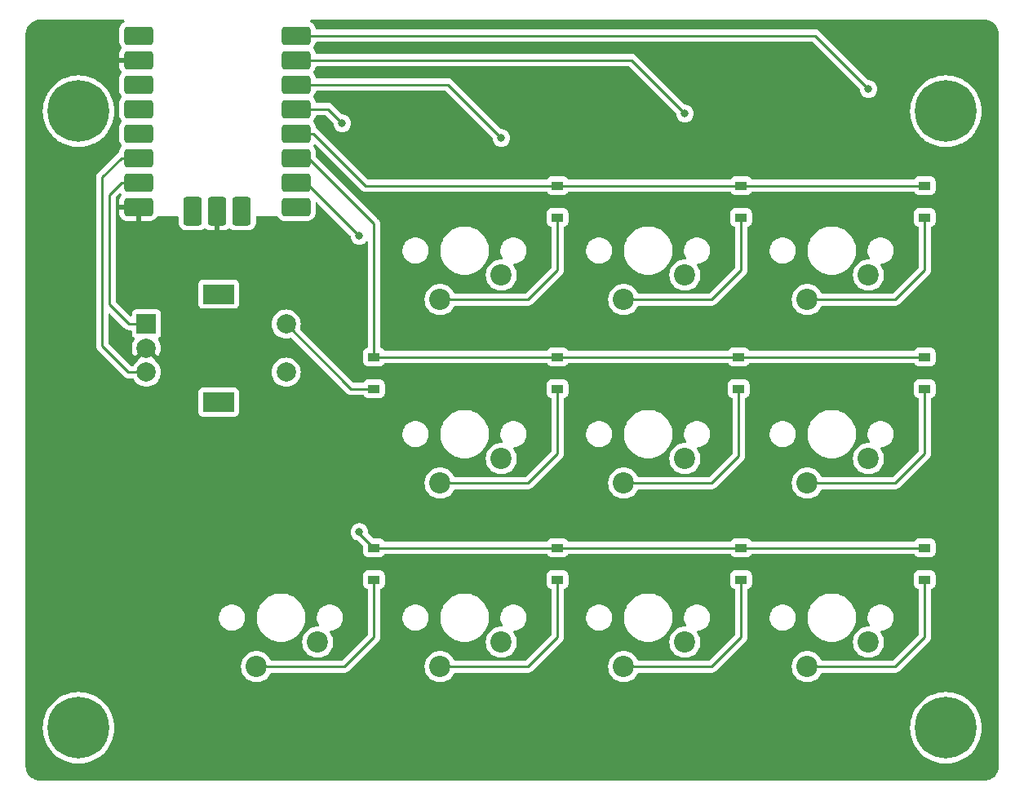
<source format=gbr>
%TF.GenerationSoftware,KiCad,Pcbnew,(6.0.4)*%
%TF.CreationDate,2022-05-17T18:27:42+01:00*%
%TF.ProjectId,MacroPad,4d616372-6f50-4616-942e-6b696361645f,rev?*%
%TF.SameCoordinates,Original*%
%TF.FileFunction,Copper,L1,Top*%
%TF.FilePolarity,Positive*%
%FSLAX46Y46*%
G04 Gerber Fmt 4.6, Leading zero omitted, Abs format (unit mm)*
G04 Created by KiCad (PCBNEW (6.0.4)) date 2022-05-17 18:27:42*
%MOMM*%
%LPD*%
G01*
G04 APERTURE LIST*
G04 Aperture macros list*
%AMRoundRect*
0 Rectangle with rounded corners*
0 $1 Rounding radius*
0 $2 $3 $4 $5 $6 $7 $8 $9 X,Y pos of 4 corners*
0 Add a 4 corners polygon primitive as box body*
4,1,4,$2,$3,$4,$5,$6,$7,$8,$9,$2,$3,0*
0 Add four circle primitives for the rounded corners*
1,1,$1+$1,$2,$3*
1,1,$1+$1,$4,$5*
1,1,$1+$1,$6,$7*
1,1,$1+$1,$8,$9*
0 Add four rect primitives between the rounded corners*
20,1,$1+$1,$2,$3,$4,$5,0*
20,1,$1+$1,$4,$5,$6,$7,0*
20,1,$1+$1,$6,$7,$8,$9,0*
20,1,$1+$1,$8,$9,$2,$3,0*%
G04 Aperture macros list end*
%TA.AperFunction,SMDPad,CuDef*%
%ADD10R,1.200000X0.900000*%
%TD*%
%TA.AperFunction,ComponentPad*%
%ADD11C,6.400000*%
%TD*%
%TA.AperFunction,ComponentPad*%
%ADD12C,2.200000*%
%TD*%
%TA.AperFunction,SMDPad,CuDef*%
%ADD13RoundRect,0.285000X-1.215000X-0.665000X1.215000X-0.665000X1.215000X0.665000X-1.215000X0.665000X0*%
%TD*%
%TA.AperFunction,SMDPad,CuDef*%
%ADD14RoundRect,0.285000X0.665000X-1.215000X0.665000X1.215000X-0.665000X1.215000X-0.665000X-1.215000X0*%
%TD*%
%TA.AperFunction,ComponentPad*%
%ADD15R,2.000000X2.000000*%
%TD*%
%TA.AperFunction,ComponentPad*%
%ADD16C,2.000000*%
%TD*%
%TA.AperFunction,ComponentPad*%
%ADD17R,3.200000X2.000000*%
%TD*%
%TA.AperFunction,ViaPad*%
%ADD18C,0.800000*%
%TD*%
%TA.AperFunction,Conductor*%
%ADD19C,0.250000*%
%TD*%
G04 APERTURE END LIST*
D10*
%TO.P,D9,1,K*%
%TO.N,Net-(D9-Pad1)*%
X201814000Y-71032000D03*
%TO.P,D9,2,A*%
%TO.N,Net-(D7-Pad2)*%
X201814000Y-67732000D03*
%TD*%
%TO.P,D3,1,K*%
%TO.N,Net-(D3-Pad1)*%
X201814000Y-108624000D03*
%TO.P,D3,2,A*%
%TO.N,Net-(D1-Pad2)*%
X201814000Y-105324000D03*
%TD*%
%TO.P,DR1,1,K*%
%TO.N,Net-(DR1-Pad1)*%
X144664000Y-88812000D03*
%TO.P,DR1,2,A*%
%TO.N,Net-(D4-Pad2)*%
X144664000Y-85512000D03*
%TD*%
%TO.P,D1,1,K*%
%TO.N,Net-(D1-Pad1)*%
X163714000Y-108624000D03*
%TO.P,D1,2,A*%
%TO.N,Net-(D1-Pad2)*%
X163714000Y-105324000D03*
%TD*%
%TO.P,D5,1,K*%
%TO.N,Net-(D5-Pad1)*%
X182510000Y-88812000D03*
%TO.P,D5,2,A*%
%TO.N,Net-(D4-Pad2)*%
X182510000Y-85512000D03*
%TD*%
D11*
%TO.P,UwU,1*%
%TO.N,N/C*%
X204000000Y-124000000D03*
%TD*%
D10*
%TO.P,D8,1,K*%
%TO.N,Net-(D8-Pad1)*%
X182764000Y-71032000D03*
%TO.P,D8,2,A*%
%TO.N,Net-(D7-Pad2)*%
X182764000Y-67732000D03*
%TD*%
%TO.P,D4,1,K*%
%TO.N,Net-(D4-Pad1)*%
X163714000Y-88812000D03*
%TO.P,D4,2,A*%
%TO.N,Net-(D4-Pad2)*%
X163714000Y-85512000D03*
%TD*%
D12*
%TO.P,SWM1,1,1*%
%TO.N,Net-(DM1-Pad1)*%
X132472000Y-117642000D03*
%TO.P,SWM1,2,2*%
%TO.N,Net-(PCB1-Pad3)*%
X138822000Y-115102000D03*
%TD*%
%TO.P,SW5,1,1*%
%TO.N,Net-(D5-Pad1)*%
X170572000Y-98592000D03*
%TO.P,SW5,2,2*%
%TO.N,Net-(PCB1-Pad1)*%
X176922000Y-96052000D03*
%TD*%
D13*
%TO.P,PCB1,0,GP0*%
%TO.N,Net-(PCB1-Pad0)*%
X136578000Y-52138600D03*
%TO.P,PCB1,1,GP1*%
%TO.N,Net-(PCB1-Pad1)*%
X136578000Y-54678600D03*
%TO.P,PCB1,2,GP2*%
%TO.N,Net-(PCB1-Pad2)*%
X136578000Y-57218600D03*
%TO.P,PCB1,3,GP3*%
%TO.N,Net-(PCB1-Pad3)*%
X136578000Y-59758600D03*
%TO.P,PCB1,3V3,3V3*%
%TO.N,unconnected-(PCB1-Pad3V3)*%
X120238000Y-57218600D03*
%TO.P,PCB1,4,GP4*%
%TO.N,Net-(D7-Pad2)*%
X136578000Y-62298600D03*
%TO.P,PCB1,5,GP5*%
%TO.N,Net-(D4-Pad2)*%
X136578000Y-64838600D03*
%TO.P,PCB1,5V,VBUS*%
%TO.N,unconnected-(PCB1-Pad5V)*%
X120238000Y-52138600D03*
%TO.P,PCB1,6,GP6*%
%TO.N,Net-(D1-Pad2)*%
X136578000Y-67378600D03*
%TO.P,PCB1,7,GP7*%
%TO.N,unconnected-(PCB1-Pad7)*%
X136578000Y-69918600D03*
%TO.P,PCB1,A0,GP26*%
%TO.N,Net-(PCB1-PadA0)*%
X120238000Y-67378600D03*
%TO.P,PCB1,A1,GP27*%
%TO.N,Net-(PCB1-PadA1)*%
X120238000Y-64838600D03*
%TO.P,PCB1,A2,GP28*%
%TO.N,unconnected-(PCB1-PadA2)*%
X120238000Y-62298600D03*
%TO.P,PCB1,A3,GP29*%
%TO.N,unconnected-(PCB1-PadA3)*%
X120238000Y-59758600D03*
%TO.P,PCB1,GND1,GND*%
%TO.N,GND*%
X120238000Y-54678600D03*
%TO.P,PCB1,GND2,GND*%
X120238000Y-69918600D03*
D14*
%TO.P,PCB1,GND3,GND*%
X128408000Y-70358600D03*
%TO.P,PCB1,SWCLK,CLK*%
%TO.N,unconnected-(PCB1-PadSWCLK)*%
X125868000Y-70358600D03*
%TO.P,PCB1,SWDIO,DIO*%
%TO.N,unconnected-(PCB1-PadSWDIO)*%
X130948000Y-70358600D03*
%TD*%
D12*
%TO.P,SW7,1,1*%
%TO.N,Net-(D7-Pad1)*%
X151522000Y-79542000D03*
%TO.P,SW7,2,2*%
%TO.N,Net-(PCB1-Pad2)*%
X157872000Y-77002000D03*
%TD*%
%TO.P,SW8,1,1*%
%TO.N,Net-(D8-Pad1)*%
X170572000Y-79542000D03*
%TO.P,SW8,2,2*%
%TO.N,Net-(PCB1-Pad1)*%
X176922000Y-77002000D03*
%TD*%
%TO.P,SW3,1,1*%
%TO.N,Net-(D3-Pad1)*%
X189622000Y-117642000D03*
%TO.P,SW3,2,2*%
%TO.N,Net-(PCB1-Pad0)*%
X195972000Y-115102000D03*
%TD*%
D11*
%TO.P,Daddy,1*%
%TO.N,N/C*%
X114000000Y-124000000D03*
%TD*%
%TO.P,me,1*%
%TO.N,N/C*%
X204000000Y-60000000D03*
%TD*%
D12*
%TO.P,SW4,1,1*%
%TO.N,Net-(D4-Pad1)*%
X151522000Y-98592000D03*
%TO.P,SW4,2,2*%
%TO.N,Net-(PCB1-Pad2)*%
X157872000Y-96052000D03*
%TD*%
D10*
%TO.P,D6,1,K*%
%TO.N,Net-(D6-Pad1)*%
X201814000Y-88812000D03*
%TO.P,D6,2,A*%
%TO.N,Net-(D4-Pad2)*%
X201814000Y-85512000D03*
%TD*%
D15*
%TO.P,SWR1,A,A*%
%TO.N,Net-(PCB1-PadA0)*%
X121042000Y-82082000D03*
D16*
%TO.P,SWR1,B,B*%
%TO.N,Net-(PCB1-PadA1)*%
X121042000Y-87082000D03*
%TO.P,SWR1,C,C*%
%TO.N,GND*%
X121042000Y-84582000D03*
D17*
%TO.P,SWR1,MP*%
%TO.N,N/C*%
X128542000Y-90182000D03*
X128542000Y-78982000D03*
D16*
%TO.P,SWR1,S1,S1*%
%TO.N,Net-(PCB1-Pad3)*%
X135542000Y-87082000D03*
%TO.P,SWR1,S2,S2*%
%TO.N,Net-(DR1-Pad1)*%
X135542000Y-82082000D03*
%TD*%
D12*
%TO.P,SW2,1,1*%
%TO.N,Net-(D2-Pad1)*%
X170572000Y-117642000D03*
%TO.P,SW2,2,2*%
%TO.N,Net-(PCB1-Pad1)*%
X176922000Y-115102000D03*
%TD*%
D11*
%TO.P,mount,1*%
%TO.N,N/C*%
X114000000Y-60000000D03*
%TD*%
D12*
%TO.P,SW9,1,1*%
%TO.N,Net-(D9-Pad1)*%
X189622000Y-79542000D03*
%TO.P,SW9,2,2*%
%TO.N,Net-(PCB1-Pad0)*%
X195972000Y-77002000D03*
%TD*%
D10*
%TO.P,D2,1,K*%
%TO.N,Net-(D2-Pad1)*%
X182764000Y-108624000D03*
%TO.P,D2,2,A*%
%TO.N,Net-(D1-Pad2)*%
X182764000Y-105324000D03*
%TD*%
D12*
%TO.P,SW6,1,1*%
%TO.N,Net-(D6-Pad1)*%
X189622000Y-98592000D03*
%TO.P,SW6,2,2*%
%TO.N,Net-(PCB1-Pad0)*%
X195972000Y-96052000D03*
%TD*%
%TO.P,SW1,1,1*%
%TO.N,Net-(D1-Pad1)*%
X151522000Y-117642000D03*
%TO.P,SW1,2,2*%
%TO.N,Net-(PCB1-Pad2)*%
X157872000Y-115102000D03*
%TD*%
D10*
%TO.P,DM1,1,K*%
%TO.N,Net-(DM1-Pad1)*%
X144664000Y-108624000D03*
%TO.P,DM1,2,A*%
%TO.N,Net-(D1-Pad2)*%
X144664000Y-105324000D03*
%TD*%
%TO.P,D7,1,K*%
%TO.N,Net-(D7-Pad1)*%
X163714000Y-71032000D03*
%TO.P,D7,2,A*%
%TO.N,Net-(D7-Pad2)*%
X163714000Y-67732000D03*
%TD*%
D18*
%TO.N,Net-(D1-Pad2)*%
X143140000Y-103672000D03*
X143140000Y-72938000D03*
%TO.N,GND*%
X128408000Y-73192000D03*
X116724000Y-54650000D03*
X120280000Y-73192000D03*
%TO.N,Net-(PCB1-Pad3)*%
X141362000Y-61254000D03*
%TO.N,Net-(PCB1-Pad2)*%
X157872000Y-62778000D03*
%TO.N,Net-(PCB1-Pad1)*%
X176922000Y-60238000D03*
%TO.N,Net-(PCB1-Pad0)*%
X195972000Y-57698000D03*
%TD*%
D19*
%TO.N,Net-(D1-Pad1)*%
X163714000Y-114594000D02*
X160666000Y-117642000D01*
X160666000Y-117642000D02*
X151522000Y-117642000D01*
X163714000Y-108624000D02*
X163714000Y-114594000D01*
%TO.N,Net-(D1-Pad2)*%
X143140000Y-103672000D02*
X143140000Y-103800000D01*
X136578000Y-67378600D02*
X137580600Y-67378600D01*
X143140000Y-103800000D02*
X144664000Y-105324000D01*
X137580600Y-67378600D02*
X143140000Y-72938000D01*
X144664000Y-105324000D02*
X201814000Y-105324000D01*
%TO.N,Net-(D2-Pad1)*%
X179716000Y-117642000D02*
X170572000Y-117642000D01*
X182764000Y-108624000D02*
X182764000Y-114594000D01*
X182764000Y-114594000D02*
X179716000Y-117642000D01*
%TO.N,Net-(D3-Pad1)*%
X201814000Y-108624000D02*
X201814000Y-114594000D01*
X201814000Y-114594000D02*
X198766000Y-117642000D01*
X198766000Y-117642000D02*
X189622000Y-117642000D01*
%TO.N,Net-(D4-Pad1)*%
X151522000Y-98592000D02*
X160666000Y-98592000D01*
X160666000Y-98592000D02*
X163714000Y-95544000D01*
X163714000Y-95544000D02*
X163714000Y-88812000D01*
%TO.N,Net-(D4-Pad2)*%
X163714000Y-85512000D02*
X201814000Y-85512000D01*
X137834600Y-64838600D02*
X144664000Y-71668000D01*
X136578000Y-64838600D02*
X137834600Y-64838600D01*
X144664000Y-85512000D02*
X163714000Y-85512000D01*
X144664000Y-71668000D02*
X144664000Y-85512000D01*
%TO.N,Net-(D5-Pad1)*%
X170572000Y-98592000D02*
X179716000Y-98592000D01*
X182510000Y-95798000D02*
X182510000Y-88812000D01*
X179716000Y-98592000D02*
X182510000Y-95798000D01*
%TO.N,Net-(D6-Pad1)*%
X198766000Y-98592000D02*
X201814000Y-95544000D01*
X201814000Y-95544000D02*
X201814000Y-88812000D01*
X189622000Y-98592000D02*
X198766000Y-98592000D01*
%TO.N,Net-(D7-Pad1)*%
X163714000Y-76494000D02*
X160666000Y-79542000D01*
X163714000Y-71032000D02*
X163714000Y-76494000D01*
X160666000Y-79542000D02*
X151522000Y-79542000D01*
%TO.N,Net-(D7-Pad2)*%
X136578000Y-62298600D02*
X138342600Y-62298600D01*
X138342600Y-62298600D02*
X143776000Y-67732000D01*
X143776000Y-67732000D02*
X163714000Y-67732000D01*
X163714000Y-67732000D02*
X201814000Y-67732000D01*
%TO.N,Net-(D8-Pad1)*%
X179716000Y-79542000D02*
X182764000Y-76494000D01*
X170572000Y-79542000D02*
X179716000Y-79542000D01*
X182764000Y-76494000D02*
X182764000Y-71032000D01*
%TO.N,Net-(D9-Pad1)*%
X201814000Y-76494000D02*
X198766000Y-79542000D01*
X201814000Y-71032000D02*
X201814000Y-76494000D01*
X198766000Y-79542000D02*
X189622000Y-79542000D01*
%TO.N,Net-(DM1-Pad1)*%
X141616000Y-117642000D02*
X132472000Y-117642000D01*
X144664000Y-114594000D02*
X141616000Y-117642000D01*
X144664000Y-108624000D02*
X144664000Y-114594000D01*
%TO.N,Net-(DR1-Pad1)*%
X142272000Y-88812000D02*
X144664000Y-88812000D01*
X135542000Y-82082000D02*
X142272000Y-88812000D01*
%TO.N,GND*%
X120238000Y-54678600D02*
X116752600Y-54678600D01*
X116752600Y-54678600D02*
X116724000Y-54650000D01*
X120238000Y-69918600D02*
X120238000Y-73150000D01*
X128408000Y-70358600D02*
X128408000Y-73192000D01*
X120238000Y-73150000D02*
X120280000Y-73192000D01*
%TO.N,Net-(PCB1-PadA1)*%
X116470000Y-66842000D02*
X116470000Y-84368000D01*
X118473400Y-64838600D02*
X116470000Y-66842000D01*
X120238000Y-64838600D02*
X118473400Y-64838600D01*
X119184000Y-87082000D02*
X121042000Y-87082000D01*
X116470000Y-84368000D02*
X119184000Y-87082000D01*
%TO.N,Net-(PCB1-PadA0)*%
X117232000Y-68648600D02*
X118502000Y-67378600D01*
X121042000Y-82082000D02*
X119264000Y-82082000D01*
X118502000Y-67378600D02*
X120238000Y-67378600D01*
X119264000Y-82082000D02*
X117232000Y-80050000D01*
X117232000Y-80050000D02*
X117232000Y-68648600D01*
%TO.N,Net-(PCB1-Pad3)*%
X136578000Y-59758600D02*
X139866600Y-59758600D01*
X139866600Y-59758600D02*
X141362000Y-61254000D01*
%TO.N,Net-(PCB1-Pad2)*%
X157872000Y-62778000D02*
X152312600Y-57218600D01*
X152312600Y-57218600D02*
X136578000Y-57218600D01*
%TO.N,Net-(PCB1-Pad1)*%
X176922000Y-60238000D02*
X171362600Y-54678600D01*
X171362600Y-54678600D02*
X136578000Y-54678600D01*
%TO.N,Net-(PCB1-Pad0)*%
X190412600Y-52138600D02*
X195972000Y-57698000D01*
X136578000Y-52138600D02*
X190412600Y-52138600D01*
%TD*%
%TA.AperFunction,Conductor*%
%TO.N,GND*%
G36*
X118714110Y-50528502D02*
G01*
X118760603Y-50582158D01*
X118770707Y-50652432D01*
X118741213Y-50717012D01*
X118700828Y-50747940D01*
X118597487Y-50797897D01*
X118458360Y-50908960D01*
X118347297Y-51048087D01*
X118269817Y-51208362D01*
X118229771Y-51381820D01*
X118229500Y-51386520D01*
X118229500Y-52890680D01*
X118229771Y-52895380D01*
X118269817Y-53068838D01*
X118347297Y-53229113D01*
X118351691Y-53234618D01*
X118351694Y-53234622D01*
X118428146Y-53330393D01*
X118455013Y-53396110D01*
X118442085Y-53465919D01*
X118428146Y-53487609D01*
X118352121Y-53582845D01*
X118344657Y-53594697D01*
X118273356Y-53742189D01*
X118268707Y-53755391D01*
X118231472Y-53916678D01*
X118230052Y-53926589D01*
X118230000Y-53928402D01*
X118230000Y-54406485D01*
X118234475Y-54421724D01*
X118235865Y-54422929D01*
X118243548Y-54424600D01*
X120366000Y-54424600D01*
X120434121Y-54444602D01*
X120480614Y-54498258D01*
X120492000Y-54550600D01*
X120492000Y-54806600D01*
X120471998Y-54874721D01*
X120418342Y-54921214D01*
X120366000Y-54932600D01*
X118248115Y-54932600D01*
X118232876Y-54937075D01*
X118231671Y-54938465D01*
X118230000Y-54946148D01*
X118230000Y-55428798D01*
X118230052Y-55430611D01*
X118231472Y-55440522D01*
X118268707Y-55601809D01*
X118273356Y-55615011D01*
X118344657Y-55762503D01*
X118352121Y-55774355D01*
X118428146Y-55869591D01*
X118455013Y-55935307D01*
X118442085Y-56005117D01*
X118428146Y-56026807D01*
X118351694Y-56122578D01*
X118351691Y-56122582D01*
X118347297Y-56128087D01*
X118269817Y-56288362D01*
X118229771Y-56461820D01*
X118229500Y-56466520D01*
X118229500Y-57970680D01*
X118229771Y-57975380D01*
X118230971Y-57980576D01*
X118230971Y-57980579D01*
X118267877Y-58140437D01*
X118269817Y-58148838D01*
X118347297Y-58309113D01*
X118351691Y-58314618D01*
X118351694Y-58314622D01*
X118427826Y-58409992D01*
X118454693Y-58475708D01*
X118441765Y-58545518D01*
X118427826Y-58567208D01*
X118351694Y-58662578D01*
X118351691Y-58662582D01*
X118347297Y-58668087D01*
X118269817Y-58828362D01*
X118229771Y-59001820D01*
X118229500Y-59006520D01*
X118229500Y-60510680D01*
X118229771Y-60515380D01*
X118230971Y-60520576D01*
X118230971Y-60520579D01*
X118268233Y-60681977D01*
X118269817Y-60688838D01*
X118347297Y-60849113D01*
X118351691Y-60854618D01*
X118351694Y-60854622D01*
X118427826Y-60949992D01*
X118454693Y-61015708D01*
X118441765Y-61085518D01*
X118427826Y-61107208D01*
X118351694Y-61202578D01*
X118351691Y-61202582D01*
X118347297Y-61208087D01*
X118269817Y-61368362D01*
X118268233Y-61375223D01*
X118237013Y-61510453D01*
X118229771Y-61541820D01*
X118229500Y-61546520D01*
X118229500Y-63050680D01*
X118229771Y-63055380D01*
X118230971Y-63060576D01*
X118230971Y-63060579D01*
X118266452Y-63214264D01*
X118269817Y-63228838D01*
X118347297Y-63389113D01*
X118351691Y-63394618D01*
X118351694Y-63394622D01*
X118427826Y-63489992D01*
X118454693Y-63555708D01*
X118441765Y-63625518D01*
X118427826Y-63647208D01*
X118351694Y-63742578D01*
X118351691Y-63742582D01*
X118347297Y-63748087D01*
X118269817Y-63908362D01*
X118229771Y-64081820D01*
X118229500Y-64086520D01*
X118229500Y-64170637D01*
X118209498Y-64238758D01*
X118166763Y-64278660D01*
X118165783Y-64279048D01*
X118159367Y-64283709D01*
X118159366Y-64283710D01*
X118130025Y-64305028D01*
X118120101Y-64311547D01*
X118088860Y-64330022D01*
X118088855Y-64330026D01*
X118082037Y-64334058D01*
X118067713Y-64348382D01*
X118052681Y-64361221D01*
X118036293Y-64373128D01*
X118008112Y-64407193D01*
X118000122Y-64415973D01*
X116077747Y-66338348D01*
X116069461Y-66345888D01*
X116062982Y-66350000D01*
X116057557Y-66355777D01*
X116016357Y-66399651D01*
X116013602Y-66402493D01*
X115993865Y-66422230D01*
X115991385Y-66425427D01*
X115983682Y-66434447D01*
X115953414Y-66466679D01*
X115949595Y-66473625D01*
X115949593Y-66473628D01*
X115943652Y-66484434D01*
X115932801Y-66500953D01*
X115920386Y-66516959D01*
X115917241Y-66524228D01*
X115917238Y-66524232D01*
X115902826Y-66557537D01*
X115897609Y-66568187D01*
X115876305Y-66606940D01*
X115874334Y-66614615D01*
X115874334Y-66614616D01*
X115871267Y-66626562D01*
X115864863Y-66645266D01*
X115856819Y-66663855D01*
X115855580Y-66671678D01*
X115855577Y-66671688D01*
X115849901Y-66707524D01*
X115847495Y-66719144D01*
X115844879Y-66729335D01*
X115836500Y-66761970D01*
X115836500Y-66782224D01*
X115834949Y-66801934D01*
X115831780Y-66821943D01*
X115832526Y-66829835D01*
X115835941Y-66865961D01*
X115836500Y-66877819D01*
X115836500Y-84289233D01*
X115835973Y-84300416D01*
X115834298Y-84307909D01*
X115834547Y-84315835D01*
X115834547Y-84315836D01*
X115836438Y-84375986D01*
X115836500Y-84379945D01*
X115836500Y-84407856D01*
X115836997Y-84411790D01*
X115836997Y-84411791D01*
X115837005Y-84411856D01*
X115837938Y-84423693D01*
X115839327Y-84467889D01*
X115844978Y-84487339D01*
X115848987Y-84506700D01*
X115851526Y-84526797D01*
X115854445Y-84534168D01*
X115854445Y-84534170D01*
X115867804Y-84567912D01*
X115871649Y-84579142D01*
X115883982Y-84621593D01*
X115888015Y-84628412D01*
X115888017Y-84628417D01*
X115894293Y-84639028D01*
X115902988Y-84656776D01*
X115910448Y-84675617D01*
X115915110Y-84682033D01*
X115915110Y-84682034D01*
X115936436Y-84711387D01*
X115942952Y-84721307D01*
X115965458Y-84759362D01*
X115979779Y-84773683D01*
X115992619Y-84788716D01*
X116004528Y-84805107D01*
X116014914Y-84813699D01*
X116038605Y-84833298D01*
X116047384Y-84841288D01*
X118680343Y-87474247D01*
X118687887Y-87482537D01*
X118692000Y-87489018D01*
X118697777Y-87494443D01*
X118741667Y-87535658D01*
X118744509Y-87538413D01*
X118764231Y-87558135D01*
X118767355Y-87560558D01*
X118767359Y-87560562D01*
X118767424Y-87560612D01*
X118776445Y-87568317D01*
X118808679Y-87598586D01*
X118815627Y-87602405D01*
X118815629Y-87602407D01*
X118826432Y-87608346D01*
X118842959Y-87619202D01*
X118852698Y-87626757D01*
X118852700Y-87626758D01*
X118858960Y-87631614D01*
X118899540Y-87649174D01*
X118910188Y-87654391D01*
X118948940Y-87675695D01*
X118956616Y-87677666D01*
X118956619Y-87677667D01*
X118968562Y-87680733D01*
X118987267Y-87687137D01*
X119005855Y-87695181D01*
X119013678Y-87696420D01*
X119013688Y-87696423D01*
X119049524Y-87702099D01*
X119061144Y-87704505D01*
X119096289Y-87713528D01*
X119103970Y-87715500D01*
X119124224Y-87715500D01*
X119143934Y-87717051D01*
X119163943Y-87720220D01*
X119171835Y-87719474D01*
X119207961Y-87716059D01*
X119219819Y-87715500D01*
X119590434Y-87715500D01*
X119658555Y-87735502D01*
X119697867Y-87775665D01*
X119815241Y-87967202D01*
X119815245Y-87967208D01*
X119817824Y-87971416D01*
X119972031Y-88151969D01*
X120152584Y-88306176D01*
X120156792Y-88308755D01*
X120156798Y-88308759D01*
X120350817Y-88427654D01*
X120355037Y-88430240D01*
X120359607Y-88432133D01*
X120359611Y-88432135D01*
X120569833Y-88519211D01*
X120574406Y-88521105D01*
X120654609Y-88540360D01*
X120800476Y-88575380D01*
X120800482Y-88575381D01*
X120805289Y-88576535D01*
X121042000Y-88595165D01*
X121278711Y-88576535D01*
X121283518Y-88575381D01*
X121283524Y-88575380D01*
X121429391Y-88540360D01*
X121509594Y-88521105D01*
X121514167Y-88519211D01*
X121724389Y-88432135D01*
X121724393Y-88432133D01*
X121728963Y-88430240D01*
X121733183Y-88427654D01*
X121927202Y-88308759D01*
X121927208Y-88308755D01*
X121931416Y-88306176D01*
X122111969Y-88151969D01*
X122266176Y-87971416D01*
X122268755Y-87967208D01*
X122268759Y-87967202D01*
X122387654Y-87773183D01*
X122390240Y-87768963D01*
X122410944Y-87718980D01*
X122479211Y-87554167D01*
X122479212Y-87554165D01*
X122481105Y-87549594D01*
X122536535Y-87318711D01*
X122555165Y-87082000D01*
X134028835Y-87082000D01*
X134047465Y-87318711D01*
X134102895Y-87549594D01*
X134104788Y-87554165D01*
X134104789Y-87554167D01*
X134173057Y-87718980D01*
X134193760Y-87768963D01*
X134196346Y-87773183D01*
X134315241Y-87967202D01*
X134315245Y-87967208D01*
X134317824Y-87971416D01*
X134472031Y-88151969D01*
X134652584Y-88306176D01*
X134656792Y-88308755D01*
X134656798Y-88308759D01*
X134850817Y-88427654D01*
X134855037Y-88430240D01*
X134859607Y-88432133D01*
X134859611Y-88432135D01*
X135069833Y-88519211D01*
X135074406Y-88521105D01*
X135154609Y-88540360D01*
X135300476Y-88575380D01*
X135300482Y-88575381D01*
X135305289Y-88576535D01*
X135542000Y-88595165D01*
X135778711Y-88576535D01*
X135783518Y-88575381D01*
X135783524Y-88575380D01*
X135929391Y-88540360D01*
X136009594Y-88521105D01*
X136014167Y-88519211D01*
X136224389Y-88432135D01*
X136224393Y-88432133D01*
X136228963Y-88430240D01*
X136233183Y-88427654D01*
X136427202Y-88308759D01*
X136427208Y-88308755D01*
X136431416Y-88306176D01*
X136611969Y-88151969D01*
X136766176Y-87971416D01*
X136768755Y-87967208D01*
X136768759Y-87967202D01*
X136887654Y-87773183D01*
X136890240Y-87768963D01*
X136910944Y-87718980D01*
X136979211Y-87554167D01*
X136979212Y-87554165D01*
X136981105Y-87549594D01*
X137036535Y-87318711D01*
X137055165Y-87082000D01*
X137036535Y-86845289D01*
X136981105Y-86614406D01*
X136912385Y-86448500D01*
X136892135Y-86399611D01*
X136892133Y-86399607D01*
X136890240Y-86395037D01*
X136886133Y-86388335D01*
X136768759Y-86196798D01*
X136768755Y-86196792D01*
X136766176Y-86192584D01*
X136611969Y-86012031D01*
X136431416Y-85857824D01*
X136427208Y-85855245D01*
X136427202Y-85855241D01*
X136233183Y-85736346D01*
X136228963Y-85733760D01*
X136224393Y-85731867D01*
X136224389Y-85731865D01*
X136014167Y-85644789D01*
X136014165Y-85644788D01*
X136009594Y-85642895D01*
X135929391Y-85623640D01*
X135783524Y-85588620D01*
X135783518Y-85588619D01*
X135778711Y-85587465D01*
X135542000Y-85568835D01*
X135305289Y-85587465D01*
X135300482Y-85588619D01*
X135300476Y-85588620D01*
X135154609Y-85623640D01*
X135074406Y-85642895D01*
X135069835Y-85644788D01*
X135069833Y-85644789D01*
X134859611Y-85731865D01*
X134859607Y-85731867D01*
X134855037Y-85733760D01*
X134850817Y-85736346D01*
X134656798Y-85855241D01*
X134656792Y-85855245D01*
X134652584Y-85857824D01*
X134472031Y-86012031D01*
X134317824Y-86192584D01*
X134315245Y-86196792D01*
X134315241Y-86196798D01*
X134197867Y-86388335D01*
X134193760Y-86395037D01*
X134191867Y-86399607D01*
X134191865Y-86399611D01*
X134171615Y-86448500D01*
X134102895Y-86614406D01*
X134047465Y-86845289D01*
X134028835Y-87082000D01*
X122555165Y-87082000D01*
X122536535Y-86845289D01*
X122481105Y-86614406D01*
X122412385Y-86448500D01*
X122392135Y-86399611D01*
X122392133Y-86399607D01*
X122390240Y-86395037D01*
X122386133Y-86388335D01*
X122268759Y-86196798D01*
X122268755Y-86196792D01*
X122266176Y-86192584D01*
X122111969Y-86012031D01*
X121949474Y-85873247D01*
X121915598Y-85827314D01*
X121906122Y-85805332D01*
X121054812Y-84954022D01*
X121040868Y-84946408D01*
X121039035Y-84946539D01*
X121032420Y-84950790D01*
X120180920Y-85802290D01*
X120159974Y-85840648D01*
X120131218Y-85876072D01*
X119972031Y-86012031D01*
X119817824Y-86192584D01*
X119815245Y-86196792D01*
X119815241Y-86196798D01*
X119697867Y-86388335D01*
X119645219Y-86435966D01*
X119590434Y-86448500D01*
X119498594Y-86448500D01*
X119430473Y-86428498D01*
X119409499Y-86411595D01*
X117140405Y-84142500D01*
X117106379Y-84080188D01*
X117103500Y-84053405D01*
X117103500Y-81121594D01*
X117123502Y-81053473D01*
X117177158Y-81006980D01*
X117247432Y-80996876D01*
X117312012Y-81026370D01*
X117318595Y-81032499D01*
X118760348Y-82474253D01*
X118767888Y-82482539D01*
X118772000Y-82489018D01*
X118777777Y-82494443D01*
X118821651Y-82535643D01*
X118824493Y-82538398D01*
X118844230Y-82558135D01*
X118847427Y-82560615D01*
X118856447Y-82568318D01*
X118888679Y-82598586D01*
X118895625Y-82602405D01*
X118895628Y-82602407D01*
X118906434Y-82608348D01*
X118922953Y-82619199D01*
X118938959Y-82631614D01*
X118946228Y-82634759D01*
X118946232Y-82634762D01*
X118979537Y-82649174D01*
X118990187Y-82654391D01*
X119028940Y-82675695D01*
X119036615Y-82677666D01*
X119036616Y-82677666D01*
X119048562Y-82680733D01*
X119067267Y-82687137D01*
X119085855Y-82695181D01*
X119093678Y-82696420D01*
X119093688Y-82696423D01*
X119129524Y-82702099D01*
X119141144Y-82704505D01*
X119176289Y-82713528D01*
X119183970Y-82715500D01*
X119204224Y-82715500D01*
X119223934Y-82717051D01*
X119243943Y-82720220D01*
X119251835Y-82719474D01*
X119287961Y-82716059D01*
X119299819Y-82715500D01*
X119407500Y-82715500D01*
X119475621Y-82735502D01*
X119522114Y-82789158D01*
X119533500Y-82841500D01*
X119533500Y-83130134D01*
X119540255Y-83192316D01*
X119591385Y-83328705D01*
X119678739Y-83445261D01*
X119685919Y-83450642D01*
X119685920Y-83450643D01*
X119786503Y-83526026D01*
X119829018Y-83582885D01*
X119834044Y-83653704D01*
X119816824Y-83692017D01*
X119818230Y-83692879D01*
X119696795Y-83891042D01*
X119692313Y-83899837D01*
X119605266Y-84109988D01*
X119602217Y-84119373D01*
X119549115Y-84340554D01*
X119547572Y-84350301D01*
X119529725Y-84577070D01*
X119529725Y-84586930D01*
X119547572Y-84813699D01*
X119549115Y-84823446D01*
X119602217Y-85044627D01*
X119605266Y-85054012D01*
X119692313Y-85264163D01*
X119696795Y-85272958D01*
X119799432Y-85440445D01*
X119809890Y-85449907D01*
X119818666Y-85446124D01*
X120952905Y-84311885D01*
X121015217Y-84277859D01*
X121086032Y-84282924D01*
X121131095Y-84311885D01*
X122262290Y-85443080D01*
X122274670Y-85449840D01*
X122282320Y-85444113D01*
X122387205Y-85272958D01*
X122391687Y-85264163D01*
X122478734Y-85054012D01*
X122481783Y-85044627D01*
X122534885Y-84823446D01*
X122536428Y-84813699D01*
X122554275Y-84586930D01*
X122554275Y-84577070D01*
X122536428Y-84350301D01*
X122534885Y-84340554D01*
X122481783Y-84119373D01*
X122478734Y-84109988D01*
X122391687Y-83899837D01*
X122387205Y-83891042D01*
X122265770Y-83692879D01*
X122267851Y-83691604D01*
X122247280Y-83634261D01*
X122263242Y-83565082D01*
X122297497Y-83526026D01*
X122398080Y-83450643D01*
X122398081Y-83450642D01*
X122405261Y-83445261D01*
X122492615Y-83328705D01*
X122543745Y-83192316D01*
X122550500Y-83130134D01*
X122550500Y-82082000D01*
X134028835Y-82082000D01*
X134047465Y-82318711D01*
X134102895Y-82549594D01*
X134104788Y-82554165D01*
X134104789Y-82554167D01*
X134173057Y-82718980D01*
X134193760Y-82768963D01*
X134196346Y-82773183D01*
X134315241Y-82967202D01*
X134315245Y-82967208D01*
X134317824Y-82971416D01*
X134472031Y-83151969D01*
X134652584Y-83306176D01*
X134656792Y-83308755D01*
X134656798Y-83308759D01*
X134850817Y-83427654D01*
X134855037Y-83430240D01*
X134859607Y-83432133D01*
X134859611Y-83432135D01*
X135069833Y-83519211D01*
X135074406Y-83521105D01*
X135122349Y-83532615D01*
X135300476Y-83575380D01*
X135300482Y-83575381D01*
X135305289Y-83576535D01*
X135542000Y-83595165D01*
X135778711Y-83576535D01*
X135783518Y-83575381D01*
X135783524Y-83575380D01*
X136001951Y-83522940D01*
X136072859Y-83526487D01*
X136120460Y-83556364D01*
X141768343Y-89204247D01*
X141775887Y-89212537D01*
X141780000Y-89219018D01*
X141785777Y-89224443D01*
X141829667Y-89265658D01*
X141832509Y-89268413D01*
X141852230Y-89288134D01*
X141855425Y-89290612D01*
X141864447Y-89298318D01*
X141896679Y-89328586D01*
X141903628Y-89332406D01*
X141914432Y-89338346D01*
X141930956Y-89349199D01*
X141946959Y-89361613D01*
X141987543Y-89379176D01*
X141998173Y-89384383D01*
X142036940Y-89405695D01*
X142044617Y-89407666D01*
X142044622Y-89407668D01*
X142056558Y-89410732D01*
X142075266Y-89417137D01*
X142093855Y-89425181D01*
X142101683Y-89426421D01*
X142101690Y-89426423D01*
X142137524Y-89432099D01*
X142149144Y-89434505D01*
X142184289Y-89443528D01*
X142191970Y-89445500D01*
X142212224Y-89445500D01*
X142231934Y-89447051D01*
X142251943Y-89450220D01*
X142259835Y-89449474D01*
X142295961Y-89446059D01*
X142307819Y-89445500D01*
X143505567Y-89445500D01*
X143573688Y-89465502D01*
X143613000Y-89507678D01*
X143613385Y-89508705D01*
X143700739Y-89625261D01*
X143817295Y-89712615D01*
X143953684Y-89763745D01*
X144015866Y-89770500D01*
X145312134Y-89770500D01*
X145374316Y-89763745D01*
X145510705Y-89712615D01*
X145627261Y-89625261D01*
X145714615Y-89508705D01*
X145765745Y-89372316D01*
X145772500Y-89310134D01*
X145772500Y-88313866D01*
X145765745Y-88251684D01*
X145714615Y-88115295D01*
X145627261Y-87998739D01*
X145510705Y-87911385D01*
X145374316Y-87860255D01*
X145312134Y-87853500D01*
X144015866Y-87853500D01*
X143953684Y-87860255D01*
X143817295Y-87911385D01*
X143700739Y-87998739D01*
X143613385Y-88115295D01*
X143613139Y-88115951D01*
X143565825Y-88163157D01*
X143505567Y-88178500D01*
X142586595Y-88178500D01*
X142518474Y-88158498D01*
X142497500Y-88141595D01*
X137016364Y-82660459D01*
X136982338Y-82598147D01*
X136982940Y-82541950D01*
X137035380Y-82323524D01*
X137035381Y-82323518D01*
X137036535Y-82318711D01*
X137055165Y-82082000D01*
X137036535Y-81845289D01*
X136981105Y-81614406D01*
X136890240Y-81395037D01*
X136782687Y-81219527D01*
X136768759Y-81196798D01*
X136768755Y-81196792D01*
X136766176Y-81192584D01*
X136611969Y-81012031D01*
X136431416Y-80857824D01*
X136427208Y-80855245D01*
X136427202Y-80855241D01*
X136233183Y-80736346D01*
X136228963Y-80733760D01*
X136224393Y-80731867D01*
X136224389Y-80731865D01*
X136014167Y-80644789D01*
X136014165Y-80644788D01*
X136009594Y-80642895D01*
X135929391Y-80623640D01*
X135783524Y-80588620D01*
X135783518Y-80588619D01*
X135778711Y-80587465D01*
X135542000Y-80568835D01*
X135305289Y-80587465D01*
X135300482Y-80588619D01*
X135300476Y-80588620D01*
X135154609Y-80623640D01*
X135074406Y-80642895D01*
X135069835Y-80644788D01*
X135069833Y-80644789D01*
X134859611Y-80731865D01*
X134859607Y-80731867D01*
X134855037Y-80733760D01*
X134850817Y-80736346D01*
X134656798Y-80855241D01*
X134656792Y-80855245D01*
X134652584Y-80857824D01*
X134472031Y-81012031D01*
X134317824Y-81192584D01*
X134315245Y-81196792D01*
X134315241Y-81196798D01*
X134301313Y-81219527D01*
X134193760Y-81395037D01*
X134102895Y-81614406D01*
X134047465Y-81845289D01*
X134028835Y-82082000D01*
X122550500Y-82082000D01*
X122550500Y-81033866D01*
X122543745Y-80971684D01*
X122492615Y-80835295D01*
X122405261Y-80718739D01*
X122288705Y-80631385D01*
X122152316Y-80580255D01*
X122090134Y-80573500D01*
X119993866Y-80573500D01*
X119931684Y-80580255D01*
X119795295Y-80631385D01*
X119678739Y-80718739D01*
X119591385Y-80835295D01*
X119540255Y-80971684D01*
X119533500Y-81033866D01*
X119533500Y-81151406D01*
X119513498Y-81219527D01*
X119459842Y-81266020D01*
X119389568Y-81276124D01*
X119324988Y-81246630D01*
X119318405Y-81240501D01*
X118666525Y-80588620D01*
X118108039Y-80030134D01*
X126433500Y-80030134D01*
X126440255Y-80092316D01*
X126491385Y-80228705D01*
X126578739Y-80345261D01*
X126695295Y-80432615D01*
X126831684Y-80483745D01*
X126893866Y-80490500D01*
X130190134Y-80490500D01*
X130252316Y-80483745D01*
X130388705Y-80432615D01*
X130505261Y-80345261D01*
X130592615Y-80228705D01*
X130643745Y-80092316D01*
X130650500Y-80030134D01*
X130650500Y-77933866D01*
X130643745Y-77871684D01*
X130592615Y-77735295D01*
X130505261Y-77618739D01*
X130388705Y-77531385D01*
X130252316Y-77480255D01*
X130190134Y-77473500D01*
X126893866Y-77473500D01*
X126831684Y-77480255D01*
X126695295Y-77531385D01*
X126578739Y-77618739D01*
X126491385Y-77735295D01*
X126440255Y-77871684D01*
X126433500Y-77933866D01*
X126433500Y-80030134D01*
X118108039Y-80030134D01*
X117902405Y-79824500D01*
X117868379Y-79762188D01*
X117865500Y-79735405D01*
X117865500Y-70668798D01*
X118230000Y-70668798D01*
X118230052Y-70670611D01*
X118231472Y-70680522D01*
X118268707Y-70841809D01*
X118273356Y-70855011D01*
X118344657Y-71002503D01*
X118352118Y-71014350D01*
X118454327Y-71142386D01*
X118464214Y-71152273D01*
X118592250Y-71254482D01*
X118604097Y-71261943D01*
X118751589Y-71333244D01*
X118764791Y-71337893D01*
X118926078Y-71375128D01*
X118935989Y-71376548D01*
X118937802Y-71376600D01*
X119965885Y-71376600D01*
X119981124Y-71372125D01*
X119982329Y-71370735D01*
X119984000Y-71363052D01*
X119984000Y-70190715D01*
X119979525Y-70175476D01*
X119978135Y-70174271D01*
X119970452Y-70172600D01*
X118248115Y-70172600D01*
X118232876Y-70177075D01*
X118231671Y-70178465D01*
X118230000Y-70186148D01*
X118230000Y-70668798D01*
X117865500Y-70668798D01*
X117865500Y-68963194D01*
X117885502Y-68895073D01*
X117902405Y-68874099D01*
X118229934Y-68546570D01*
X118292246Y-68512544D01*
X118363061Y-68517609D01*
X118417504Y-68557061D01*
X118428149Y-68570397D01*
X118455013Y-68636114D01*
X118442083Y-68705924D01*
X118428146Y-68727609D01*
X118352121Y-68822845D01*
X118344657Y-68834697D01*
X118273356Y-68982189D01*
X118268707Y-68995391D01*
X118231472Y-69156678D01*
X118230052Y-69166589D01*
X118230000Y-69168402D01*
X118230000Y-69646485D01*
X118234475Y-69661724D01*
X118235865Y-69662929D01*
X118243548Y-69664600D01*
X120366000Y-69664600D01*
X120434121Y-69684602D01*
X120480614Y-69738258D01*
X120492000Y-69790600D01*
X120492000Y-71358485D01*
X120496475Y-71373724D01*
X120497865Y-71374929D01*
X120505548Y-71376600D01*
X121538198Y-71376600D01*
X121540011Y-71376548D01*
X121549922Y-71375128D01*
X121711209Y-71337893D01*
X121724411Y-71333244D01*
X121871903Y-71261943D01*
X121883750Y-71254482D01*
X122011786Y-71152273D01*
X122021673Y-71142386D01*
X122123882Y-71014350D01*
X122131345Y-71002500D01*
X122161674Y-70939761D01*
X122209330Y-70887136D01*
X122275114Y-70868600D01*
X124283500Y-70868600D01*
X124351621Y-70888602D01*
X124398114Y-70942258D01*
X124409500Y-70994600D01*
X124409500Y-71660680D01*
X124409771Y-71665380D01*
X124410971Y-71670576D01*
X124410971Y-71670579D01*
X124426050Y-71735891D01*
X124449817Y-71838838D01*
X124452883Y-71845180D01*
X124512790Y-71969103D01*
X124527297Y-71999113D01*
X124638360Y-72138240D01*
X124777487Y-72249303D01*
X124937762Y-72326783D01*
X124944623Y-72328367D01*
X125106021Y-72365629D01*
X125106024Y-72365629D01*
X125111220Y-72366829D01*
X125115920Y-72367100D01*
X126620080Y-72367100D01*
X126624780Y-72366829D01*
X126629976Y-72365629D01*
X126629979Y-72365629D01*
X126791377Y-72328367D01*
X126798238Y-72326783D01*
X126958513Y-72249303D01*
X126964018Y-72244909D01*
X126964022Y-72244906D01*
X127059793Y-72168454D01*
X127125510Y-72141587D01*
X127195319Y-72154515D01*
X127217009Y-72168454D01*
X127312245Y-72244479D01*
X127324097Y-72251943D01*
X127471589Y-72323244D01*
X127484791Y-72327893D01*
X127646078Y-72365128D01*
X127655989Y-72366548D01*
X127657802Y-72366600D01*
X128135885Y-72366600D01*
X128151124Y-72362125D01*
X128152329Y-72360735D01*
X128154000Y-72353052D01*
X128154000Y-70230600D01*
X128174002Y-70162479D01*
X128227658Y-70115986D01*
X128280000Y-70104600D01*
X128536000Y-70104600D01*
X128604121Y-70124602D01*
X128650614Y-70178258D01*
X128662000Y-70230600D01*
X128662000Y-72348485D01*
X128666475Y-72363724D01*
X128667865Y-72364929D01*
X128675548Y-72366600D01*
X129158198Y-72366600D01*
X129160011Y-72366548D01*
X129169922Y-72365128D01*
X129331209Y-72327893D01*
X129344411Y-72323244D01*
X129491903Y-72251943D01*
X129503755Y-72244479D01*
X129598991Y-72168454D01*
X129664707Y-72141587D01*
X129734517Y-72154515D01*
X129756207Y-72168454D01*
X129851978Y-72244906D01*
X129851982Y-72244909D01*
X129857487Y-72249303D01*
X130017762Y-72326783D01*
X130024623Y-72328367D01*
X130186021Y-72365629D01*
X130186024Y-72365629D01*
X130191220Y-72366829D01*
X130195920Y-72367100D01*
X131700080Y-72367100D01*
X131704780Y-72366829D01*
X131709976Y-72365629D01*
X131709979Y-72365629D01*
X131871377Y-72328367D01*
X131878238Y-72326783D01*
X132038513Y-72249303D01*
X132177640Y-72138240D01*
X132288703Y-71999113D01*
X132303211Y-71969103D01*
X132363117Y-71845180D01*
X132366183Y-71838838D01*
X132389950Y-71735891D01*
X132405029Y-71670579D01*
X132405029Y-71670576D01*
X132406229Y-71665380D01*
X132406500Y-71660680D01*
X132406500Y-70994600D01*
X132426502Y-70926479D01*
X132480158Y-70879986D01*
X132532500Y-70868600D01*
X134540331Y-70868600D01*
X134608452Y-70888602D01*
X134653771Y-70939761D01*
X134684102Y-71002503D01*
X134687297Y-71009113D01*
X134798360Y-71148240D01*
X134937487Y-71259303D01*
X135097762Y-71336783D01*
X135104623Y-71338367D01*
X135266021Y-71375629D01*
X135266024Y-71375629D01*
X135271220Y-71376829D01*
X135275920Y-71377100D01*
X137880080Y-71377100D01*
X137884780Y-71376829D01*
X137889976Y-71375629D01*
X137889979Y-71375629D01*
X138051377Y-71338367D01*
X138058238Y-71336783D01*
X138218513Y-71259303D01*
X138357640Y-71148240D01*
X138468703Y-71009113D01*
X138471899Y-71002503D01*
X138543117Y-70855180D01*
X138546183Y-70848838D01*
X138586229Y-70675380D01*
X138586500Y-70670680D01*
X138586500Y-69584594D01*
X138606502Y-69516473D01*
X138660158Y-69469980D01*
X138730432Y-69459876D01*
X138795012Y-69489370D01*
X138801594Y-69495498D01*
X140500807Y-71194712D01*
X142192878Y-72886783D01*
X142226904Y-72949095D01*
X142229093Y-72962708D01*
X142245564Y-73119419D01*
X142246458Y-73127928D01*
X142305473Y-73309556D01*
X142400960Y-73474944D01*
X142405378Y-73479851D01*
X142405379Y-73479852D01*
X142480114Y-73562854D01*
X142528747Y-73616866D01*
X142683248Y-73729118D01*
X142689276Y-73731802D01*
X142689278Y-73731803D01*
X142851681Y-73804109D01*
X142857712Y-73806794D01*
X142951112Y-73826647D01*
X143038056Y-73845128D01*
X143038061Y-73845128D01*
X143044513Y-73846500D01*
X143235487Y-73846500D01*
X143241939Y-73845128D01*
X143241944Y-73845128D01*
X143328888Y-73826647D01*
X143422288Y-73806794D01*
X143428319Y-73804109D01*
X143590722Y-73731803D01*
X143590724Y-73731802D01*
X143596752Y-73729118D01*
X143751253Y-73616866D01*
X143810864Y-73550661D01*
X143871310Y-73513421D01*
X143942293Y-73514773D01*
X144001278Y-73554286D01*
X144029536Y-73619417D01*
X144030500Y-73634971D01*
X144030500Y-84444130D01*
X144010498Y-84512251D01*
X143956842Y-84558744D01*
X143948730Y-84562112D01*
X143839192Y-84603176D01*
X143817295Y-84611385D01*
X143700739Y-84698739D01*
X143613385Y-84815295D01*
X143562255Y-84951684D01*
X143555500Y-85013866D01*
X143555500Y-86010134D01*
X143562255Y-86072316D01*
X143613385Y-86208705D01*
X143700739Y-86325261D01*
X143817295Y-86412615D01*
X143953684Y-86463745D01*
X144015866Y-86470500D01*
X145312134Y-86470500D01*
X145374316Y-86463745D01*
X145510705Y-86412615D01*
X145627261Y-86325261D01*
X145714615Y-86208705D01*
X145714861Y-86208049D01*
X145762175Y-86160843D01*
X145822433Y-86145500D01*
X162555567Y-86145500D01*
X162623688Y-86165502D01*
X162663000Y-86207678D01*
X162663385Y-86208705D01*
X162750739Y-86325261D01*
X162867295Y-86412615D01*
X163003684Y-86463745D01*
X163065866Y-86470500D01*
X164362134Y-86470500D01*
X164424316Y-86463745D01*
X164560705Y-86412615D01*
X164677261Y-86325261D01*
X164764615Y-86208705D01*
X164764861Y-86208049D01*
X164812175Y-86160843D01*
X164872433Y-86145500D01*
X181351567Y-86145500D01*
X181419688Y-86165502D01*
X181459000Y-86207678D01*
X181459385Y-86208705D01*
X181546739Y-86325261D01*
X181663295Y-86412615D01*
X181799684Y-86463745D01*
X181861866Y-86470500D01*
X183158134Y-86470500D01*
X183220316Y-86463745D01*
X183356705Y-86412615D01*
X183473261Y-86325261D01*
X183560615Y-86208705D01*
X183560861Y-86208049D01*
X183608175Y-86160843D01*
X183668433Y-86145500D01*
X200655567Y-86145500D01*
X200723688Y-86165502D01*
X200763000Y-86207678D01*
X200763385Y-86208705D01*
X200850739Y-86325261D01*
X200967295Y-86412615D01*
X201103684Y-86463745D01*
X201165866Y-86470500D01*
X202462134Y-86470500D01*
X202524316Y-86463745D01*
X202660705Y-86412615D01*
X202777261Y-86325261D01*
X202864615Y-86208705D01*
X202915745Y-86072316D01*
X202922500Y-86010134D01*
X202922500Y-85013866D01*
X202915745Y-84951684D01*
X202864615Y-84815295D01*
X202777261Y-84698739D01*
X202660705Y-84611385D01*
X202524316Y-84560255D01*
X202462134Y-84553500D01*
X201165866Y-84553500D01*
X201103684Y-84560255D01*
X200967295Y-84611385D01*
X200850739Y-84698739D01*
X200763385Y-84815295D01*
X200763139Y-84815951D01*
X200715825Y-84863157D01*
X200655567Y-84878500D01*
X183668433Y-84878500D01*
X183600312Y-84858498D01*
X183561000Y-84816322D01*
X183560615Y-84815295D01*
X183473261Y-84698739D01*
X183356705Y-84611385D01*
X183220316Y-84560255D01*
X183158134Y-84553500D01*
X181861866Y-84553500D01*
X181799684Y-84560255D01*
X181663295Y-84611385D01*
X181546739Y-84698739D01*
X181459385Y-84815295D01*
X181459139Y-84815951D01*
X181411825Y-84863157D01*
X181351567Y-84878500D01*
X164872433Y-84878500D01*
X164804312Y-84858498D01*
X164765000Y-84816322D01*
X164764615Y-84815295D01*
X164677261Y-84698739D01*
X164560705Y-84611385D01*
X164424316Y-84560255D01*
X164362134Y-84553500D01*
X163065866Y-84553500D01*
X163003684Y-84560255D01*
X162867295Y-84611385D01*
X162750739Y-84698739D01*
X162663385Y-84815295D01*
X162663139Y-84815951D01*
X162615825Y-84863157D01*
X162555567Y-84878500D01*
X145822433Y-84878500D01*
X145754312Y-84858498D01*
X145715000Y-84816322D01*
X145714615Y-84815295D01*
X145627261Y-84698739D01*
X145510705Y-84611385D01*
X145488808Y-84603176D01*
X145379270Y-84562112D01*
X145322506Y-84519470D01*
X145297806Y-84452909D01*
X145297500Y-84444130D01*
X145297500Y-79542000D01*
X149908526Y-79542000D01*
X149928391Y-79794403D01*
X149929545Y-79799210D01*
X149929546Y-79799216D01*
X149967179Y-79955968D01*
X149987495Y-80040591D01*
X149989388Y-80045162D01*
X149989389Y-80045164D01*
X150075594Y-80253280D01*
X150084384Y-80274502D01*
X150216672Y-80490376D01*
X150381102Y-80682898D01*
X150573624Y-80847328D01*
X150789498Y-80979616D01*
X150794068Y-80981509D01*
X150794072Y-80981511D01*
X151018836Y-81074611D01*
X151023409Y-81076505D01*
X151108032Y-81096821D01*
X151264784Y-81134454D01*
X151264790Y-81134455D01*
X151269597Y-81135609D01*
X151522000Y-81155474D01*
X151774403Y-81135609D01*
X151779210Y-81134455D01*
X151779216Y-81134454D01*
X151935968Y-81096821D01*
X152020591Y-81076505D01*
X152025164Y-81074611D01*
X152249928Y-80981511D01*
X152249932Y-80981509D01*
X152254502Y-80979616D01*
X152470376Y-80847328D01*
X152662898Y-80682898D01*
X152827328Y-80490376D01*
X152959616Y-80274502D01*
X152961512Y-80269925D01*
X152968407Y-80253280D01*
X153012956Y-80198000D01*
X153084815Y-80175500D01*
X160587233Y-80175500D01*
X160598416Y-80176027D01*
X160605909Y-80177702D01*
X160613835Y-80177453D01*
X160613836Y-80177453D01*
X160673986Y-80175562D01*
X160677945Y-80175500D01*
X160705856Y-80175500D01*
X160709791Y-80175003D01*
X160709856Y-80174995D01*
X160721693Y-80174062D01*
X160753951Y-80173048D01*
X160757970Y-80172922D01*
X160765889Y-80172673D01*
X160785343Y-80167021D01*
X160804700Y-80163013D01*
X160816930Y-80161468D01*
X160816931Y-80161468D01*
X160824797Y-80160474D01*
X160832168Y-80157555D01*
X160832170Y-80157555D01*
X160865912Y-80144196D01*
X160877142Y-80140351D01*
X160911983Y-80130229D01*
X160911984Y-80130229D01*
X160919593Y-80128018D01*
X160926412Y-80123985D01*
X160926417Y-80123983D01*
X160937028Y-80117707D01*
X160954776Y-80109012D01*
X160973617Y-80101552D01*
X160986330Y-80092316D01*
X161009387Y-80075564D01*
X161019307Y-80069048D01*
X161050535Y-80050580D01*
X161050538Y-80050578D01*
X161057362Y-80046542D01*
X161071683Y-80032221D01*
X161086717Y-80019380D01*
X161096694Y-80012131D01*
X161103107Y-80007472D01*
X161131298Y-79973395D01*
X161139288Y-79964616D01*
X161561904Y-79542000D01*
X168958526Y-79542000D01*
X168978391Y-79794403D01*
X168979545Y-79799210D01*
X168979546Y-79799216D01*
X169017179Y-79955968D01*
X169037495Y-80040591D01*
X169039388Y-80045162D01*
X169039389Y-80045164D01*
X169125594Y-80253280D01*
X169134384Y-80274502D01*
X169266672Y-80490376D01*
X169431102Y-80682898D01*
X169623624Y-80847328D01*
X169839498Y-80979616D01*
X169844068Y-80981509D01*
X169844072Y-80981511D01*
X170068836Y-81074611D01*
X170073409Y-81076505D01*
X170158032Y-81096821D01*
X170314784Y-81134454D01*
X170314790Y-81134455D01*
X170319597Y-81135609D01*
X170572000Y-81155474D01*
X170824403Y-81135609D01*
X170829210Y-81134455D01*
X170829216Y-81134454D01*
X170985968Y-81096821D01*
X171070591Y-81076505D01*
X171075164Y-81074611D01*
X171299928Y-80981511D01*
X171299932Y-80981509D01*
X171304502Y-80979616D01*
X171520376Y-80847328D01*
X171712898Y-80682898D01*
X171877328Y-80490376D01*
X172009616Y-80274502D01*
X172011512Y-80269925D01*
X172018407Y-80253280D01*
X172062956Y-80198000D01*
X172134815Y-80175500D01*
X179637233Y-80175500D01*
X179648416Y-80176027D01*
X179655909Y-80177702D01*
X179663835Y-80177453D01*
X179663836Y-80177453D01*
X179723986Y-80175562D01*
X179727945Y-80175500D01*
X179755856Y-80175500D01*
X179759791Y-80175003D01*
X179759856Y-80174995D01*
X179771693Y-80174062D01*
X179803951Y-80173048D01*
X179807970Y-80172922D01*
X179815889Y-80172673D01*
X179835343Y-80167021D01*
X179854700Y-80163013D01*
X179866930Y-80161468D01*
X179866931Y-80161468D01*
X179874797Y-80160474D01*
X179882168Y-80157555D01*
X179882170Y-80157555D01*
X179915912Y-80144196D01*
X179927142Y-80140351D01*
X179961983Y-80130229D01*
X179961984Y-80130229D01*
X179969593Y-80128018D01*
X179976412Y-80123985D01*
X179976417Y-80123983D01*
X179987028Y-80117707D01*
X180004776Y-80109012D01*
X180023617Y-80101552D01*
X180036330Y-80092316D01*
X180059387Y-80075564D01*
X180069307Y-80069048D01*
X180100535Y-80050580D01*
X180100538Y-80050578D01*
X180107362Y-80046542D01*
X180121683Y-80032221D01*
X180136717Y-80019380D01*
X180146694Y-80012131D01*
X180153107Y-80007472D01*
X180181298Y-79973395D01*
X180189288Y-79964616D01*
X180611904Y-79542000D01*
X188008526Y-79542000D01*
X188028391Y-79794403D01*
X188029545Y-79799210D01*
X188029546Y-79799216D01*
X188067179Y-79955968D01*
X188087495Y-80040591D01*
X188089388Y-80045162D01*
X188089389Y-80045164D01*
X188175594Y-80253280D01*
X188184384Y-80274502D01*
X188316672Y-80490376D01*
X188481102Y-80682898D01*
X188673624Y-80847328D01*
X188889498Y-80979616D01*
X188894068Y-80981509D01*
X188894072Y-80981511D01*
X189118836Y-81074611D01*
X189123409Y-81076505D01*
X189208032Y-81096821D01*
X189364784Y-81134454D01*
X189364790Y-81134455D01*
X189369597Y-81135609D01*
X189622000Y-81155474D01*
X189874403Y-81135609D01*
X189879210Y-81134455D01*
X189879216Y-81134454D01*
X190035968Y-81096821D01*
X190120591Y-81076505D01*
X190125164Y-81074611D01*
X190349928Y-80981511D01*
X190349932Y-80981509D01*
X190354502Y-80979616D01*
X190570376Y-80847328D01*
X190762898Y-80682898D01*
X190927328Y-80490376D01*
X191059616Y-80274502D01*
X191061512Y-80269925D01*
X191068407Y-80253280D01*
X191112956Y-80198000D01*
X191184815Y-80175500D01*
X198687233Y-80175500D01*
X198698416Y-80176027D01*
X198705909Y-80177702D01*
X198713835Y-80177453D01*
X198713836Y-80177453D01*
X198773986Y-80175562D01*
X198777945Y-80175500D01*
X198805856Y-80175500D01*
X198809791Y-80175003D01*
X198809856Y-80174995D01*
X198821693Y-80174062D01*
X198853951Y-80173048D01*
X198857970Y-80172922D01*
X198865889Y-80172673D01*
X198885343Y-80167021D01*
X198904700Y-80163013D01*
X198916930Y-80161468D01*
X198916931Y-80161468D01*
X198924797Y-80160474D01*
X198932168Y-80157555D01*
X198932170Y-80157555D01*
X198965912Y-80144196D01*
X198977142Y-80140351D01*
X199011983Y-80130229D01*
X199011984Y-80130229D01*
X199019593Y-80128018D01*
X199026412Y-80123985D01*
X199026417Y-80123983D01*
X199037028Y-80117707D01*
X199054776Y-80109012D01*
X199073617Y-80101552D01*
X199086330Y-80092316D01*
X199109387Y-80075564D01*
X199119307Y-80069048D01*
X199150535Y-80050580D01*
X199150538Y-80050578D01*
X199157362Y-80046542D01*
X199171683Y-80032221D01*
X199186717Y-80019380D01*
X199196694Y-80012131D01*
X199203107Y-80007472D01*
X199231298Y-79973395D01*
X199239288Y-79964616D01*
X202206253Y-76997652D01*
X202214539Y-76990112D01*
X202221018Y-76986000D01*
X202267644Y-76936348D01*
X202270398Y-76933507D01*
X202290135Y-76913770D01*
X202292615Y-76910573D01*
X202300320Y-76901551D01*
X202325159Y-76875100D01*
X202330586Y-76869321D01*
X202334405Y-76862375D01*
X202334407Y-76862372D01*
X202340348Y-76851566D01*
X202351199Y-76835047D01*
X202358758Y-76825301D01*
X202363614Y-76819041D01*
X202366759Y-76811772D01*
X202366762Y-76811768D01*
X202381174Y-76778463D01*
X202386391Y-76767813D01*
X202407695Y-76729060D01*
X202412733Y-76709437D01*
X202419137Y-76690734D01*
X202424033Y-76679420D01*
X202424033Y-76679419D01*
X202427181Y-76672145D01*
X202428420Y-76664322D01*
X202428423Y-76664312D01*
X202434099Y-76628476D01*
X202436505Y-76616856D01*
X202445528Y-76581711D01*
X202445528Y-76581710D01*
X202447500Y-76574030D01*
X202447500Y-76553776D01*
X202449051Y-76534065D01*
X202450980Y-76521886D01*
X202452220Y-76514057D01*
X202448059Y-76470038D01*
X202447500Y-76458181D01*
X202447500Y-72099870D01*
X202467502Y-72031749D01*
X202521158Y-71985256D01*
X202529270Y-71981888D01*
X202652297Y-71935767D01*
X202660705Y-71932615D01*
X202777261Y-71845261D01*
X202864615Y-71728705D01*
X202915745Y-71592316D01*
X202922500Y-71530134D01*
X202922500Y-70533866D01*
X202915745Y-70471684D01*
X202864615Y-70335295D01*
X202777261Y-70218739D01*
X202660705Y-70131385D01*
X202524316Y-70080255D01*
X202462134Y-70073500D01*
X201165866Y-70073500D01*
X201103684Y-70080255D01*
X200967295Y-70131385D01*
X200850739Y-70218739D01*
X200763385Y-70335295D01*
X200712255Y-70471684D01*
X200705500Y-70533866D01*
X200705500Y-71530134D01*
X200712255Y-71592316D01*
X200763385Y-71728705D01*
X200850739Y-71845261D01*
X200967295Y-71932615D01*
X200975703Y-71935767D01*
X201098730Y-71981888D01*
X201155494Y-72024530D01*
X201180194Y-72091091D01*
X201180500Y-72099870D01*
X201180500Y-76179406D01*
X201160498Y-76247527D01*
X201143595Y-76268501D01*
X198540500Y-78871595D01*
X198478188Y-78905621D01*
X198451405Y-78908500D01*
X191184815Y-78908500D01*
X191116694Y-78888498D01*
X191068407Y-78830720D01*
X191061512Y-78814075D01*
X191061511Y-78814073D01*
X191059616Y-78809498D01*
X190927328Y-78593624D01*
X190762898Y-78401102D01*
X190570376Y-78236672D01*
X190354502Y-78104384D01*
X190349932Y-78102491D01*
X190349928Y-78102489D01*
X190125164Y-78009389D01*
X190125162Y-78009388D01*
X190120591Y-78007495D01*
X190035968Y-77987179D01*
X189879216Y-77949546D01*
X189879210Y-77949545D01*
X189874403Y-77948391D01*
X189622000Y-77928526D01*
X189369597Y-77948391D01*
X189364790Y-77949545D01*
X189364784Y-77949546D01*
X189208032Y-77987179D01*
X189123409Y-78007495D01*
X189118838Y-78009388D01*
X189118836Y-78009389D01*
X188894072Y-78102489D01*
X188894068Y-78102491D01*
X188889498Y-78104384D01*
X188673624Y-78236672D01*
X188481102Y-78401102D01*
X188316672Y-78593624D01*
X188184384Y-78809498D01*
X188182491Y-78814068D01*
X188182489Y-78814072D01*
X188143376Y-78908500D01*
X188087495Y-79043409D01*
X188028391Y-79289597D01*
X188008526Y-79542000D01*
X180611904Y-79542000D01*
X183151905Y-77002000D01*
X194358526Y-77002000D01*
X194378391Y-77254403D01*
X194437495Y-77500591D01*
X194439388Y-77505162D01*
X194439389Y-77505164D01*
X194484205Y-77613358D01*
X194534384Y-77734502D01*
X194666672Y-77950376D01*
X194831102Y-78142898D01*
X195023624Y-78307328D01*
X195239498Y-78439616D01*
X195244068Y-78441509D01*
X195244072Y-78441511D01*
X195468836Y-78534611D01*
X195473409Y-78536505D01*
X195558032Y-78556821D01*
X195714784Y-78594454D01*
X195714790Y-78594455D01*
X195719597Y-78595609D01*
X195972000Y-78615474D01*
X196224403Y-78595609D01*
X196229210Y-78594455D01*
X196229216Y-78594454D01*
X196385968Y-78556821D01*
X196470591Y-78536505D01*
X196475164Y-78534611D01*
X196699928Y-78441511D01*
X196699932Y-78441509D01*
X196704502Y-78439616D01*
X196920376Y-78307328D01*
X197112898Y-78142898D01*
X197277328Y-77950376D01*
X197409616Y-77734502D01*
X197459796Y-77613358D01*
X197504611Y-77505164D01*
X197504612Y-77505162D01*
X197506505Y-77500591D01*
X197565609Y-77254403D01*
X197585474Y-77002000D01*
X197565609Y-76749597D01*
X197551478Y-76690734D01*
X197507660Y-76508221D01*
X197506505Y-76503409D01*
X197504611Y-76498836D01*
X197411511Y-76274072D01*
X197411509Y-76274068D01*
X197409616Y-76269498D01*
X197277328Y-76053624D01*
X197274121Y-76049869D01*
X197274118Y-76049865D01*
X197252596Y-76024667D01*
X197223565Y-75959878D01*
X197234170Y-75889678D01*
X197281044Y-75836355D01*
X197337753Y-75817287D01*
X197382650Y-75813478D01*
X197466409Y-75806371D01*
X197466413Y-75806370D01*
X197471720Y-75805920D01*
X197476875Y-75804582D01*
X197476881Y-75804581D01*
X197689703Y-75749343D01*
X197689707Y-75749342D01*
X197694872Y-75748001D01*
X197699738Y-75745809D01*
X197699741Y-75745808D01*
X197900202Y-75655507D01*
X197905075Y-75653312D01*
X198096319Y-75524559D01*
X198263135Y-75365424D01*
X198400754Y-75180458D01*
X198505240Y-74974949D01*
X198518274Y-74932975D01*
X198572024Y-74759871D01*
X198573607Y-74754773D01*
X198574308Y-74749484D01*
X198603198Y-74531511D01*
X198603198Y-74531506D01*
X198603898Y-74526226D01*
X198595249Y-74295842D01*
X198547907Y-74070209D01*
X198463224Y-73855779D01*
X198457594Y-73846500D01*
X198346390Y-73663243D01*
X198343623Y-73658683D01*
X198256755Y-73558576D01*
X198196023Y-73488588D01*
X198196021Y-73488586D01*
X198192523Y-73484555D01*
X198150970Y-73450484D01*
X198018373Y-73341760D01*
X198018367Y-73341756D01*
X198014245Y-73338376D01*
X198009609Y-73335737D01*
X198009606Y-73335735D01*
X197818529Y-73226968D01*
X197813886Y-73224325D01*
X197597175Y-73145663D01*
X197591926Y-73144714D01*
X197591923Y-73144713D01*
X197374392Y-73105377D01*
X197374385Y-73105376D01*
X197370308Y-73104639D01*
X197352586Y-73103803D01*
X197347644Y-73103570D01*
X197347637Y-73103570D01*
X197346156Y-73103500D01*
X197184110Y-73103500D01*
X197117191Y-73109178D01*
X197017591Y-73117629D01*
X197017587Y-73117630D01*
X197012280Y-73118080D01*
X197007125Y-73119418D01*
X197007119Y-73119419D01*
X196794297Y-73174657D01*
X196794293Y-73174658D01*
X196789128Y-73175999D01*
X196784262Y-73178191D01*
X196784259Y-73178192D01*
X196675980Y-73226968D01*
X196578925Y-73270688D01*
X196387681Y-73399441D01*
X196220865Y-73558576D01*
X196083246Y-73743542D01*
X196080830Y-73748293D01*
X196080828Y-73748297D01*
X196031597Y-73845128D01*
X195978760Y-73949051D01*
X195977178Y-73954145D01*
X195977177Y-73954148D01*
X195915115Y-74154020D01*
X195910393Y-74169227D01*
X195909692Y-74174516D01*
X195894304Y-74290623D01*
X195880102Y-74397774D01*
X195888751Y-74628158D01*
X195936093Y-74853791D01*
X196020776Y-75068221D01*
X196099739Y-75198347D01*
X196117977Y-75266959D01*
X196096226Y-75334541D01*
X196041390Y-75379636D01*
X195982139Y-75389323D01*
X195976939Y-75388914D01*
X195976930Y-75388914D01*
X195972000Y-75388526D01*
X195719597Y-75408391D01*
X195714790Y-75409545D01*
X195714784Y-75409546D01*
X195558032Y-75447179D01*
X195473409Y-75467495D01*
X195468838Y-75469388D01*
X195468836Y-75469389D01*
X195244072Y-75562489D01*
X195244068Y-75562491D01*
X195239498Y-75564384D01*
X195023624Y-75696672D01*
X194831102Y-75861102D01*
X194666672Y-76053624D01*
X194534384Y-76269498D01*
X194532491Y-76274068D01*
X194532489Y-76274072D01*
X194439389Y-76498836D01*
X194437495Y-76503409D01*
X194436340Y-76508221D01*
X194392523Y-76690734D01*
X194378391Y-76749597D01*
X194358526Y-77002000D01*
X183151905Y-77002000D01*
X183156253Y-76997652D01*
X183164539Y-76990112D01*
X183171018Y-76986000D01*
X183217644Y-76936348D01*
X183220398Y-76933507D01*
X183240135Y-76913770D01*
X183242615Y-76910573D01*
X183250320Y-76901551D01*
X183275159Y-76875100D01*
X183280586Y-76869321D01*
X183284405Y-76862375D01*
X183284407Y-76862372D01*
X183290348Y-76851566D01*
X183301199Y-76835047D01*
X183308758Y-76825301D01*
X183313614Y-76819041D01*
X183316759Y-76811772D01*
X183316762Y-76811768D01*
X183331174Y-76778463D01*
X183336391Y-76767813D01*
X183357695Y-76729060D01*
X183362733Y-76709437D01*
X183369137Y-76690734D01*
X183374033Y-76679420D01*
X183374033Y-76679419D01*
X183377181Y-76672145D01*
X183378420Y-76664322D01*
X183378423Y-76664312D01*
X183384099Y-76628476D01*
X183386505Y-76616856D01*
X183395528Y-76581711D01*
X183395528Y-76581710D01*
X183397500Y-76574030D01*
X183397500Y-76553776D01*
X183399051Y-76534065D01*
X183400980Y-76521886D01*
X183402220Y-76514057D01*
X183398059Y-76470038D01*
X183397500Y-76458181D01*
X183397500Y-74397774D01*
X185720102Y-74397774D01*
X185728751Y-74628158D01*
X185776093Y-74853791D01*
X185860776Y-75068221D01*
X185980377Y-75265317D01*
X185983874Y-75269347D01*
X186087984Y-75389323D01*
X186131477Y-75439445D01*
X186135608Y-75442832D01*
X186305627Y-75582240D01*
X186305633Y-75582244D01*
X186309755Y-75585624D01*
X186314391Y-75588263D01*
X186314394Y-75588265D01*
X186423422Y-75650327D01*
X186510114Y-75699675D01*
X186726825Y-75778337D01*
X186732074Y-75779286D01*
X186732077Y-75779287D01*
X186949608Y-75818623D01*
X186949615Y-75818624D01*
X186953692Y-75819361D01*
X186971414Y-75820197D01*
X186976356Y-75820430D01*
X186976363Y-75820430D01*
X186977844Y-75820500D01*
X187139890Y-75820500D01*
X187206809Y-75814822D01*
X187306409Y-75806371D01*
X187306413Y-75806370D01*
X187311720Y-75805920D01*
X187316875Y-75804582D01*
X187316881Y-75804581D01*
X187529703Y-75749343D01*
X187529707Y-75749342D01*
X187534872Y-75748001D01*
X187539738Y-75745809D01*
X187539741Y-75745808D01*
X187740202Y-75655507D01*
X187745075Y-75653312D01*
X187936319Y-75524559D01*
X188103135Y-75365424D01*
X188240754Y-75180458D01*
X188345240Y-74974949D01*
X188358274Y-74932975D01*
X188412024Y-74759871D01*
X188413607Y-74754773D01*
X188414308Y-74749484D01*
X188431493Y-74619821D01*
X189653500Y-74619821D01*
X189693060Y-74932975D01*
X189771557Y-75238702D01*
X189773010Y-75242371D01*
X189773010Y-75242372D01*
X189883279Y-75520878D01*
X189887753Y-75532179D01*
X189889659Y-75535647D01*
X189889660Y-75535648D01*
X190023603Y-75779287D01*
X190039816Y-75808779D01*
X190225346Y-76064140D01*
X190333588Y-76179406D01*
X190422486Y-76274072D01*
X190441418Y-76294233D01*
X190684625Y-76495432D01*
X190951131Y-76664562D01*
X190954710Y-76666246D01*
X190954717Y-76666250D01*
X191233144Y-76797267D01*
X191233148Y-76797269D01*
X191236734Y-76798956D01*
X191240506Y-76800182D01*
X191240507Y-76800182D01*
X191347811Y-76835047D01*
X191536928Y-76896495D01*
X191846980Y-76955641D01*
X192083162Y-76970500D01*
X192240838Y-76970500D01*
X192477020Y-76955641D01*
X192787072Y-76896495D01*
X192976189Y-76835047D01*
X193083493Y-76800182D01*
X193083494Y-76800182D01*
X193087266Y-76798956D01*
X193090852Y-76797269D01*
X193090856Y-76797267D01*
X193369283Y-76666250D01*
X193369290Y-76666246D01*
X193372869Y-76664562D01*
X193639375Y-76495432D01*
X193882582Y-76294233D01*
X193901515Y-76274072D01*
X193990412Y-76179406D01*
X194098654Y-76064140D01*
X194284184Y-75808779D01*
X194300398Y-75779287D01*
X194434340Y-75535648D01*
X194434341Y-75535647D01*
X194436247Y-75532179D01*
X194440722Y-75520878D01*
X194550990Y-75242372D01*
X194550990Y-75242371D01*
X194552443Y-75238702D01*
X194630940Y-74932975D01*
X194670500Y-74619821D01*
X194670500Y-74304179D01*
X194630940Y-73991025D01*
X194552443Y-73685298D01*
X194525349Y-73616866D01*
X194437702Y-73395495D01*
X194437700Y-73395490D01*
X194436247Y-73391821D01*
X194405413Y-73335735D01*
X194286093Y-73118693D01*
X194286091Y-73118690D01*
X194284184Y-73115221D01*
X194098654Y-72859860D01*
X193882582Y-72629767D01*
X193639375Y-72428568D01*
X193403825Y-72279083D01*
X193376216Y-72261562D01*
X193376215Y-72261562D01*
X193372869Y-72259438D01*
X193369290Y-72257754D01*
X193369283Y-72257750D01*
X193090856Y-72126733D01*
X193090852Y-72126731D01*
X193087266Y-72125044D01*
X193009789Y-72099870D01*
X192911192Y-72067834D01*
X192787072Y-72027505D01*
X192477020Y-71968359D01*
X192240838Y-71953500D01*
X192083162Y-71953500D01*
X191846980Y-71968359D01*
X191536928Y-72027505D01*
X191412808Y-72067834D01*
X191314212Y-72099870D01*
X191236734Y-72125044D01*
X191233148Y-72126731D01*
X191233144Y-72126733D01*
X190954717Y-72257750D01*
X190954710Y-72257754D01*
X190951131Y-72259438D01*
X190947785Y-72261562D01*
X190947784Y-72261562D01*
X190920175Y-72279083D01*
X190684625Y-72428568D01*
X190441418Y-72629767D01*
X190225346Y-72859860D01*
X190039816Y-73115221D01*
X190037909Y-73118690D01*
X190037907Y-73118693D01*
X189918587Y-73335735D01*
X189887753Y-73391821D01*
X189886300Y-73395490D01*
X189886298Y-73395495D01*
X189798651Y-73616866D01*
X189771557Y-73685298D01*
X189693060Y-73991025D01*
X189653500Y-74304179D01*
X189653500Y-74619821D01*
X188431493Y-74619821D01*
X188443198Y-74531511D01*
X188443198Y-74531506D01*
X188443898Y-74526226D01*
X188435249Y-74295842D01*
X188387907Y-74070209D01*
X188303224Y-73855779D01*
X188297594Y-73846500D01*
X188186390Y-73663243D01*
X188183623Y-73658683D01*
X188096755Y-73558576D01*
X188036023Y-73488588D01*
X188036021Y-73488586D01*
X188032523Y-73484555D01*
X187990970Y-73450484D01*
X187858373Y-73341760D01*
X187858367Y-73341756D01*
X187854245Y-73338376D01*
X187849609Y-73335737D01*
X187849606Y-73335735D01*
X187658529Y-73226968D01*
X187653886Y-73224325D01*
X187437175Y-73145663D01*
X187431926Y-73144714D01*
X187431923Y-73144713D01*
X187214392Y-73105377D01*
X187214385Y-73105376D01*
X187210308Y-73104639D01*
X187192586Y-73103803D01*
X187187644Y-73103570D01*
X187187637Y-73103570D01*
X187186156Y-73103500D01*
X187024110Y-73103500D01*
X186957191Y-73109178D01*
X186857591Y-73117629D01*
X186857587Y-73117630D01*
X186852280Y-73118080D01*
X186847125Y-73119418D01*
X186847119Y-73119419D01*
X186634297Y-73174657D01*
X186634293Y-73174658D01*
X186629128Y-73175999D01*
X186624262Y-73178191D01*
X186624259Y-73178192D01*
X186515980Y-73226968D01*
X186418925Y-73270688D01*
X186227681Y-73399441D01*
X186060865Y-73558576D01*
X185923246Y-73743542D01*
X185920830Y-73748293D01*
X185920828Y-73748297D01*
X185871597Y-73845128D01*
X185818760Y-73949051D01*
X185817178Y-73954145D01*
X185817177Y-73954148D01*
X185755115Y-74154020D01*
X185750393Y-74169227D01*
X185749692Y-74174516D01*
X185734304Y-74290623D01*
X185720102Y-74397774D01*
X183397500Y-74397774D01*
X183397500Y-72099870D01*
X183417502Y-72031749D01*
X183471158Y-71985256D01*
X183479270Y-71981888D01*
X183602297Y-71935767D01*
X183610705Y-71932615D01*
X183727261Y-71845261D01*
X183814615Y-71728705D01*
X183865745Y-71592316D01*
X183872500Y-71530134D01*
X183872500Y-70533866D01*
X183865745Y-70471684D01*
X183814615Y-70335295D01*
X183727261Y-70218739D01*
X183610705Y-70131385D01*
X183474316Y-70080255D01*
X183412134Y-70073500D01*
X182115866Y-70073500D01*
X182053684Y-70080255D01*
X181917295Y-70131385D01*
X181800739Y-70218739D01*
X181713385Y-70335295D01*
X181662255Y-70471684D01*
X181655500Y-70533866D01*
X181655500Y-71530134D01*
X181662255Y-71592316D01*
X181713385Y-71728705D01*
X181800739Y-71845261D01*
X181917295Y-71932615D01*
X181925703Y-71935767D01*
X182048730Y-71981888D01*
X182105494Y-72024530D01*
X182130194Y-72091091D01*
X182130500Y-72099870D01*
X182130500Y-76179406D01*
X182110498Y-76247527D01*
X182093595Y-76268501D01*
X179490500Y-78871595D01*
X179428188Y-78905621D01*
X179401405Y-78908500D01*
X172134815Y-78908500D01*
X172066694Y-78888498D01*
X172018407Y-78830720D01*
X172011512Y-78814075D01*
X172011511Y-78814073D01*
X172009616Y-78809498D01*
X171877328Y-78593624D01*
X171712898Y-78401102D01*
X171520376Y-78236672D01*
X171304502Y-78104384D01*
X171299932Y-78102491D01*
X171299928Y-78102489D01*
X171075164Y-78009389D01*
X171075162Y-78009388D01*
X171070591Y-78007495D01*
X170985968Y-77987179D01*
X170829216Y-77949546D01*
X170829210Y-77949545D01*
X170824403Y-77948391D01*
X170572000Y-77928526D01*
X170319597Y-77948391D01*
X170314790Y-77949545D01*
X170314784Y-77949546D01*
X170158032Y-77987179D01*
X170073409Y-78007495D01*
X170068838Y-78009388D01*
X170068836Y-78009389D01*
X169844072Y-78102489D01*
X169844068Y-78102491D01*
X169839498Y-78104384D01*
X169623624Y-78236672D01*
X169431102Y-78401102D01*
X169266672Y-78593624D01*
X169134384Y-78809498D01*
X169132491Y-78814068D01*
X169132489Y-78814072D01*
X169093376Y-78908500D01*
X169037495Y-79043409D01*
X168978391Y-79289597D01*
X168958526Y-79542000D01*
X161561904Y-79542000D01*
X164101905Y-77002000D01*
X175308526Y-77002000D01*
X175328391Y-77254403D01*
X175387495Y-77500591D01*
X175389388Y-77505162D01*
X175389389Y-77505164D01*
X175434205Y-77613358D01*
X175484384Y-77734502D01*
X175616672Y-77950376D01*
X175781102Y-78142898D01*
X175973624Y-78307328D01*
X176189498Y-78439616D01*
X176194068Y-78441509D01*
X176194072Y-78441511D01*
X176418836Y-78534611D01*
X176423409Y-78536505D01*
X176508032Y-78556821D01*
X176664784Y-78594454D01*
X176664790Y-78594455D01*
X176669597Y-78595609D01*
X176922000Y-78615474D01*
X177174403Y-78595609D01*
X177179210Y-78594455D01*
X177179216Y-78594454D01*
X177335968Y-78556821D01*
X177420591Y-78536505D01*
X177425164Y-78534611D01*
X177649928Y-78441511D01*
X177649932Y-78441509D01*
X177654502Y-78439616D01*
X177870376Y-78307328D01*
X178062898Y-78142898D01*
X178227328Y-77950376D01*
X178359616Y-77734502D01*
X178409796Y-77613358D01*
X178454611Y-77505164D01*
X178454612Y-77505162D01*
X178456505Y-77500591D01*
X178515609Y-77254403D01*
X178535474Y-77002000D01*
X178515609Y-76749597D01*
X178501478Y-76690734D01*
X178457660Y-76508221D01*
X178456505Y-76503409D01*
X178454611Y-76498836D01*
X178361511Y-76274072D01*
X178361509Y-76274068D01*
X178359616Y-76269498D01*
X178227328Y-76053624D01*
X178224121Y-76049869D01*
X178224118Y-76049865D01*
X178202596Y-76024667D01*
X178173565Y-75959878D01*
X178184170Y-75889678D01*
X178231044Y-75836355D01*
X178287753Y-75817287D01*
X178332650Y-75813478D01*
X178416409Y-75806371D01*
X178416413Y-75806370D01*
X178421720Y-75805920D01*
X178426875Y-75804582D01*
X178426881Y-75804581D01*
X178639703Y-75749343D01*
X178639707Y-75749342D01*
X178644872Y-75748001D01*
X178649738Y-75745809D01*
X178649741Y-75745808D01*
X178850202Y-75655507D01*
X178855075Y-75653312D01*
X179046319Y-75524559D01*
X179213135Y-75365424D01*
X179350754Y-75180458D01*
X179455240Y-74974949D01*
X179468274Y-74932975D01*
X179522024Y-74759871D01*
X179523607Y-74754773D01*
X179524308Y-74749484D01*
X179553198Y-74531511D01*
X179553198Y-74531506D01*
X179553898Y-74526226D01*
X179545249Y-74295842D01*
X179497907Y-74070209D01*
X179413224Y-73855779D01*
X179407594Y-73846500D01*
X179296390Y-73663243D01*
X179293623Y-73658683D01*
X179206755Y-73558576D01*
X179146023Y-73488588D01*
X179146021Y-73488586D01*
X179142523Y-73484555D01*
X179100970Y-73450484D01*
X178968373Y-73341760D01*
X178968367Y-73341756D01*
X178964245Y-73338376D01*
X178959609Y-73335737D01*
X178959606Y-73335735D01*
X178768529Y-73226968D01*
X178763886Y-73224325D01*
X178547175Y-73145663D01*
X178541926Y-73144714D01*
X178541923Y-73144713D01*
X178324392Y-73105377D01*
X178324385Y-73105376D01*
X178320308Y-73104639D01*
X178302586Y-73103803D01*
X178297644Y-73103570D01*
X178297637Y-73103570D01*
X178296156Y-73103500D01*
X178134110Y-73103500D01*
X178067191Y-73109178D01*
X177967591Y-73117629D01*
X177967587Y-73117630D01*
X177962280Y-73118080D01*
X177957125Y-73119418D01*
X177957119Y-73119419D01*
X177744297Y-73174657D01*
X177744293Y-73174658D01*
X177739128Y-73175999D01*
X177734262Y-73178191D01*
X177734259Y-73178192D01*
X177625980Y-73226968D01*
X177528925Y-73270688D01*
X177337681Y-73399441D01*
X177170865Y-73558576D01*
X177033246Y-73743542D01*
X177030830Y-73748293D01*
X177030828Y-73748297D01*
X176981597Y-73845128D01*
X176928760Y-73949051D01*
X176927178Y-73954145D01*
X176927177Y-73954148D01*
X176865115Y-74154020D01*
X176860393Y-74169227D01*
X176859692Y-74174516D01*
X176844304Y-74290623D01*
X176830102Y-74397774D01*
X176838751Y-74628158D01*
X176886093Y-74853791D01*
X176970776Y-75068221D01*
X177049739Y-75198347D01*
X177067977Y-75266959D01*
X177046226Y-75334541D01*
X176991390Y-75379636D01*
X176932139Y-75389323D01*
X176926939Y-75388914D01*
X176926930Y-75388914D01*
X176922000Y-75388526D01*
X176669597Y-75408391D01*
X176664790Y-75409545D01*
X176664784Y-75409546D01*
X176508032Y-75447179D01*
X176423409Y-75467495D01*
X176418838Y-75469388D01*
X176418836Y-75469389D01*
X176194072Y-75562489D01*
X176194068Y-75562491D01*
X176189498Y-75564384D01*
X175973624Y-75696672D01*
X175781102Y-75861102D01*
X175616672Y-76053624D01*
X175484384Y-76269498D01*
X175482491Y-76274068D01*
X175482489Y-76274072D01*
X175389389Y-76498836D01*
X175387495Y-76503409D01*
X175386340Y-76508221D01*
X175342523Y-76690734D01*
X175328391Y-76749597D01*
X175308526Y-77002000D01*
X164101905Y-77002000D01*
X164106253Y-76997652D01*
X164114539Y-76990112D01*
X164121018Y-76986000D01*
X164167644Y-76936348D01*
X164170398Y-76933507D01*
X164190135Y-76913770D01*
X164192615Y-76910573D01*
X164200320Y-76901551D01*
X164225159Y-76875100D01*
X164230586Y-76869321D01*
X164234405Y-76862375D01*
X164234407Y-76862372D01*
X164240348Y-76851566D01*
X164251199Y-76835047D01*
X164258758Y-76825301D01*
X164263614Y-76819041D01*
X164266759Y-76811772D01*
X164266762Y-76811768D01*
X164281174Y-76778463D01*
X164286391Y-76767813D01*
X164307695Y-76729060D01*
X164312733Y-76709437D01*
X164319137Y-76690734D01*
X164324033Y-76679420D01*
X164324033Y-76679419D01*
X164327181Y-76672145D01*
X164328420Y-76664322D01*
X164328423Y-76664312D01*
X164334099Y-76628476D01*
X164336505Y-76616856D01*
X164345528Y-76581711D01*
X164345528Y-76581710D01*
X164347500Y-76574030D01*
X164347500Y-76553776D01*
X164349051Y-76534065D01*
X164350980Y-76521886D01*
X164352220Y-76514057D01*
X164348059Y-76470038D01*
X164347500Y-76458181D01*
X164347500Y-74397774D01*
X166670102Y-74397774D01*
X166678751Y-74628158D01*
X166726093Y-74853791D01*
X166810776Y-75068221D01*
X166930377Y-75265317D01*
X166933874Y-75269347D01*
X167037984Y-75389323D01*
X167081477Y-75439445D01*
X167085608Y-75442832D01*
X167255627Y-75582240D01*
X167255633Y-75582244D01*
X167259755Y-75585624D01*
X167264391Y-75588263D01*
X167264394Y-75588265D01*
X167373422Y-75650327D01*
X167460114Y-75699675D01*
X167676825Y-75778337D01*
X167682074Y-75779286D01*
X167682077Y-75779287D01*
X167899608Y-75818623D01*
X167899615Y-75818624D01*
X167903692Y-75819361D01*
X167921414Y-75820197D01*
X167926356Y-75820430D01*
X167926363Y-75820430D01*
X167927844Y-75820500D01*
X168089890Y-75820500D01*
X168156809Y-75814822D01*
X168256409Y-75806371D01*
X168256413Y-75806370D01*
X168261720Y-75805920D01*
X168266875Y-75804582D01*
X168266881Y-75804581D01*
X168479703Y-75749343D01*
X168479707Y-75749342D01*
X168484872Y-75748001D01*
X168489738Y-75745809D01*
X168489741Y-75745808D01*
X168690202Y-75655507D01*
X168695075Y-75653312D01*
X168886319Y-75524559D01*
X169053135Y-75365424D01*
X169190754Y-75180458D01*
X169295240Y-74974949D01*
X169308274Y-74932975D01*
X169362024Y-74759871D01*
X169363607Y-74754773D01*
X169364308Y-74749484D01*
X169381493Y-74619821D01*
X170603500Y-74619821D01*
X170643060Y-74932975D01*
X170721557Y-75238702D01*
X170723010Y-75242371D01*
X170723010Y-75242372D01*
X170833279Y-75520878D01*
X170837753Y-75532179D01*
X170839659Y-75535647D01*
X170839660Y-75535648D01*
X170973603Y-75779287D01*
X170989816Y-75808779D01*
X171175346Y-76064140D01*
X171283588Y-76179406D01*
X171372486Y-76274072D01*
X171391418Y-76294233D01*
X171634625Y-76495432D01*
X171901131Y-76664562D01*
X171904710Y-76666246D01*
X171904717Y-76666250D01*
X172183144Y-76797267D01*
X172183148Y-76797269D01*
X172186734Y-76798956D01*
X172190506Y-76800182D01*
X172190507Y-76800182D01*
X172297811Y-76835047D01*
X172486928Y-76896495D01*
X172796980Y-76955641D01*
X173033162Y-76970500D01*
X173190838Y-76970500D01*
X173427020Y-76955641D01*
X173737072Y-76896495D01*
X173926189Y-76835047D01*
X174033493Y-76800182D01*
X174033494Y-76800182D01*
X174037266Y-76798956D01*
X174040852Y-76797269D01*
X174040856Y-76797267D01*
X174319283Y-76666250D01*
X174319290Y-76666246D01*
X174322869Y-76664562D01*
X174589375Y-76495432D01*
X174832582Y-76294233D01*
X174851515Y-76274072D01*
X174940412Y-76179406D01*
X175048654Y-76064140D01*
X175234184Y-75808779D01*
X175250398Y-75779287D01*
X175384340Y-75535648D01*
X175384341Y-75535647D01*
X175386247Y-75532179D01*
X175390722Y-75520878D01*
X175500990Y-75242372D01*
X175500990Y-75242371D01*
X175502443Y-75238702D01*
X175580940Y-74932975D01*
X175620500Y-74619821D01*
X175620500Y-74304179D01*
X175580940Y-73991025D01*
X175502443Y-73685298D01*
X175475349Y-73616866D01*
X175387702Y-73395495D01*
X175387700Y-73395490D01*
X175386247Y-73391821D01*
X175355413Y-73335735D01*
X175236093Y-73118693D01*
X175236091Y-73118690D01*
X175234184Y-73115221D01*
X175048654Y-72859860D01*
X174832582Y-72629767D01*
X174589375Y-72428568D01*
X174353825Y-72279083D01*
X174326216Y-72261562D01*
X174326215Y-72261562D01*
X174322869Y-72259438D01*
X174319290Y-72257754D01*
X174319283Y-72257750D01*
X174040856Y-72126733D01*
X174040852Y-72126731D01*
X174037266Y-72125044D01*
X173959789Y-72099870D01*
X173861192Y-72067834D01*
X173737072Y-72027505D01*
X173427020Y-71968359D01*
X173190838Y-71953500D01*
X173033162Y-71953500D01*
X172796980Y-71968359D01*
X172486928Y-72027505D01*
X172362808Y-72067834D01*
X172264212Y-72099870D01*
X172186734Y-72125044D01*
X172183148Y-72126731D01*
X172183144Y-72126733D01*
X171904717Y-72257750D01*
X171904710Y-72257754D01*
X171901131Y-72259438D01*
X171897785Y-72261562D01*
X171897784Y-72261562D01*
X171870175Y-72279083D01*
X171634625Y-72428568D01*
X171391418Y-72629767D01*
X171175346Y-72859860D01*
X170989816Y-73115221D01*
X170987909Y-73118690D01*
X170987907Y-73118693D01*
X170868587Y-73335735D01*
X170837753Y-73391821D01*
X170836300Y-73395490D01*
X170836298Y-73395495D01*
X170748651Y-73616866D01*
X170721557Y-73685298D01*
X170643060Y-73991025D01*
X170603500Y-74304179D01*
X170603500Y-74619821D01*
X169381493Y-74619821D01*
X169393198Y-74531511D01*
X169393198Y-74531506D01*
X169393898Y-74526226D01*
X169385249Y-74295842D01*
X169337907Y-74070209D01*
X169253224Y-73855779D01*
X169247594Y-73846500D01*
X169136390Y-73663243D01*
X169133623Y-73658683D01*
X169046755Y-73558576D01*
X168986023Y-73488588D01*
X168986021Y-73488586D01*
X168982523Y-73484555D01*
X168940970Y-73450484D01*
X168808373Y-73341760D01*
X168808367Y-73341756D01*
X168804245Y-73338376D01*
X168799609Y-73335737D01*
X168799606Y-73335735D01*
X168608529Y-73226968D01*
X168603886Y-73224325D01*
X168387175Y-73145663D01*
X168381926Y-73144714D01*
X168381923Y-73144713D01*
X168164392Y-73105377D01*
X168164385Y-73105376D01*
X168160308Y-73104639D01*
X168142586Y-73103803D01*
X168137644Y-73103570D01*
X168137637Y-73103570D01*
X168136156Y-73103500D01*
X167974110Y-73103500D01*
X167907191Y-73109178D01*
X167807591Y-73117629D01*
X167807587Y-73117630D01*
X167802280Y-73118080D01*
X167797125Y-73119418D01*
X167797119Y-73119419D01*
X167584297Y-73174657D01*
X167584293Y-73174658D01*
X167579128Y-73175999D01*
X167574262Y-73178191D01*
X167574259Y-73178192D01*
X167465980Y-73226968D01*
X167368925Y-73270688D01*
X167177681Y-73399441D01*
X167010865Y-73558576D01*
X166873246Y-73743542D01*
X166870830Y-73748293D01*
X166870828Y-73748297D01*
X166821597Y-73845128D01*
X166768760Y-73949051D01*
X166767178Y-73954145D01*
X166767177Y-73954148D01*
X166705115Y-74154020D01*
X166700393Y-74169227D01*
X166699692Y-74174516D01*
X166684304Y-74290623D01*
X166670102Y-74397774D01*
X164347500Y-74397774D01*
X164347500Y-72099870D01*
X164367502Y-72031749D01*
X164421158Y-71985256D01*
X164429270Y-71981888D01*
X164552297Y-71935767D01*
X164560705Y-71932615D01*
X164677261Y-71845261D01*
X164764615Y-71728705D01*
X164815745Y-71592316D01*
X164822500Y-71530134D01*
X164822500Y-70533866D01*
X164815745Y-70471684D01*
X164764615Y-70335295D01*
X164677261Y-70218739D01*
X164560705Y-70131385D01*
X164424316Y-70080255D01*
X164362134Y-70073500D01*
X163065866Y-70073500D01*
X163003684Y-70080255D01*
X162867295Y-70131385D01*
X162750739Y-70218739D01*
X162663385Y-70335295D01*
X162612255Y-70471684D01*
X162605500Y-70533866D01*
X162605500Y-71530134D01*
X162612255Y-71592316D01*
X162663385Y-71728705D01*
X162750739Y-71845261D01*
X162867295Y-71932615D01*
X162875703Y-71935767D01*
X162998730Y-71981888D01*
X163055494Y-72024530D01*
X163080194Y-72091091D01*
X163080500Y-72099870D01*
X163080500Y-76179406D01*
X163060498Y-76247527D01*
X163043595Y-76268501D01*
X160440500Y-78871595D01*
X160378188Y-78905621D01*
X160351405Y-78908500D01*
X153084815Y-78908500D01*
X153016694Y-78888498D01*
X152968407Y-78830720D01*
X152961512Y-78814075D01*
X152961511Y-78814073D01*
X152959616Y-78809498D01*
X152827328Y-78593624D01*
X152662898Y-78401102D01*
X152470376Y-78236672D01*
X152254502Y-78104384D01*
X152249932Y-78102491D01*
X152249928Y-78102489D01*
X152025164Y-78009389D01*
X152025162Y-78009388D01*
X152020591Y-78007495D01*
X151935968Y-77987179D01*
X151779216Y-77949546D01*
X151779210Y-77949545D01*
X151774403Y-77948391D01*
X151522000Y-77928526D01*
X151269597Y-77948391D01*
X151264790Y-77949545D01*
X151264784Y-77949546D01*
X151108032Y-77987179D01*
X151023409Y-78007495D01*
X151018838Y-78009388D01*
X151018836Y-78009389D01*
X150794072Y-78102489D01*
X150794068Y-78102491D01*
X150789498Y-78104384D01*
X150573624Y-78236672D01*
X150381102Y-78401102D01*
X150216672Y-78593624D01*
X150084384Y-78809498D01*
X150082491Y-78814068D01*
X150082489Y-78814072D01*
X150043376Y-78908500D01*
X149987495Y-79043409D01*
X149928391Y-79289597D01*
X149908526Y-79542000D01*
X145297500Y-79542000D01*
X145297500Y-77002000D01*
X156258526Y-77002000D01*
X156278391Y-77254403D01*
X156337495Y-77500591D01*
X156339388Y-77505162D01*
X156339389Y-77505164D01*
X156384205Y-77613358D01*
X156434384Y-77734502D01*
X156566672Y-77950376D01*
X156731102Y-78142898D01*
X156923624Y-78307328D01*
X157139498Y-78439616D01*
X157144068Y-78441509D01*
X157144072Y-78441511D01*
X157368836Y-78534611D01*
X157373409Y-78536505D01*
X157458032Y-78556821D01*
X157614784Y-78594454D01*
X157614790Y-78594455D01*
X157619597Y-78595609D01*
X157872000Y-78615474D01*
X158124403Y-78595609D01*
X158129210Y-78594455D01*
X158129216Y-78594454D01*
X158285968Y-78556821D01*
X158370591Y-78536505D01*
X158375164Y-78534611D01*
X158599928Y-78441511D01*
X158599932Y-78441509D01*
X158604502Y-78439616D01*
X158820376Y-78307328D01*
X159012898Y-78142898D01*
X159177328Y-77950376D01*
X159309616Y-77734502D01*
X159359796Y-77613358D01*
X159404611Y-77505164D01*
X159404612Y-77505162D01*
X159406505Y-77500591D01*
X159465609Y-77254403D01*
X159485474Y-77002000D01*
X159465609Y-76749597D01*
X159451478Y-76690734D01*
X159407660Y-76508221D01*
X159406505Y-76503409D01*
X159404611Y-76498836D01*
X159311511Y-76274072D01*
X159311509Y-76274068D01*
X159309616Y-76269498D01*
X159177328Y-76053624D01*
X159174121Y-76049869D01*
X159174118Y-76049865D01*
X159152596Y-76024667D01*
X159123565Y-75959878D01*
X159134170Y-75889678D01*
X159181044Y-75836355D01*
X159237753Y-75817287D01*
X159282650Y-75813478D01*
X159366409Y-75806371D01*
X159366413Y-75806370D01*
X159371720Y-75805920D01*
X159376875Y-75804582D01*
X159376881Y-75804581D01*
X159589703Y-75749343D01*
X159589707Y-75749342D01*
X159594872Y-75748001D01*
X159599738Y-75745809D01*
X159599741Y-75745808D01*
X159800202Y-75655507D01*
X159805075Y-75653312D01*
X159996319Y-75524559D01*
X160163135Y-75365424D01*
X160300754Y-75180458D01*
X160405240Y-74974949D01*
X160418274Y-74932975D01*
X160472024Y-74759871D01*
X160473607Y-74754773D01*
X160474308Y-74749484D01*
X160503198Y-74531511D01*
X160503198Y-74531506D01*
X160503898Y-74526226D01*
X160495249Y-74295842D01*
X160447907Y-74070209D01*
X160363224Y-73855779D01*
X160357594Y-73846500D01*
X160246390Y-73663243D01*
X160243623Y-73658683D01*
X160156755Y-73558576D01*
X160096023Y-73488588D01*
X160096021Y-73488586D01*
X160092523Y-73484555D01*
X160050970Y-73450484D01*
X159918373Y-73341760D01*
X159918367Y-73341756D01*
X159914245Y-73338376D01*
X159909609Y-73335737D01*
X159909606Y-73335735D01*
X159718529Y-73226968D01*
X159713886Y-73224325D01*
X159497175Y-73145663D01*
X159491926Y-73144714D01*
X159491923Y-73144713D01*
X159274392Y-73105377D01*
X159274385Y-73105376D01*
X159270308Y-73104639D01*
X159252586Y-73103803D01*
X159247644Y-73103570D01*
X159247637Y-73103570D01*
X159246156Y-73103500D01*
X159084110Y-73103500D01*
X159017191Y-73109178D01*
X158917591Y-73117629D01*
X158917587Y-73117630D01*
X158912280Y-73118080D01*
X158907125Y-73119418D01*
X158907119Y-73119419D01*
X158694297Y-73174657D01*
X158694293Y-73174658D01*
X158689128Y-73175999D01*
X158684262Y-73178191D01*
X158684259Y-73178192D01*
X158575980Y-73226968D01*
X158478925Y-73270688D01*
X158287681Y-73399441D01*
X158120865Y-73558576D01*
X157983246Y-73743542D01*
X157980830Y-73748293D01*
X157980828Y-73748297D01*
X157931597Y-73845128D01*
X157878760Y-73949051D01*
X157877178Y-73954145D01*
X157877177Y-73954148D01*
X157815115Y-74154020D01*
X157810393Y-74169227D01*
X157809692Y-74174516D01*
X157794304Y-74290623D01*
X157780102Y-74397774D01*
X157788751Y-74628158D01*
X157836093Y-74853791D01*
X157920776Y-75068221D01*
X157999739Y-75198347D01*
X158017977Y-75266959D01*
X157996226Y-75334541D01*
X157941390Y-75379636D01*
X157882139Y-75389323D01*
X157876939Y-75388914D01*
X157876930Y-75388914D01*
X157872000Y-75388526D01*
X157619597Y-75408391D01*
X157614790Y-75409545D01*
X157614784Y-75409546D01*
X157458032Y-75447179D01*
X157373409Y-75467495D01*
X157368838Y-75469388D01*
X157368836Y-75469389D01*
X157144072Y-75562489D01*
X157144068Y-75562491D01*
X157139498Y-75564384D01*
X156923624Y-75696672D01*
X156731102Y-75861102D01*
X156566672Y-76053624D01*
X156434384Y-76269498D01*
X156432491Y-76274068D01*
X156432489Y-76274072D01*
X156339389Y-76498836D01*
X156337495Y-76503409D01*
X156336340Y-76508221D01*
X156292523Y-76690734D01*
X156278391Y-76749597D01*
X156258526Y-77002000D01*
X145297500Y-77002000D01*
X145297500Y-74397774D01*
X147620102Y-74397774D01*
X147628751Y-74628158D01*
X147676093Y-74853791D01*
X147760776Y-75068221D01*
X147880377Y-75265317D01*
X147883874Y-75269347D01*
X147987984Y-75389323D01*
X148031477Y-75439445D01*
X148035608Y-75442832D01*
X148205627Y-75582240D01*
X148205633Y-75582244D01*
X148209755Y-75585624D01*
X148214391Y-75588263D01*
X148214394Y-75588265D01*
X148323422Y-75650327D01*
X148410114Y-75699675D01*
X148626825Y-75778337D01*
X148632074Y-75779286D01*
X148632077Y-75779287D01*
X148849608Y-75818623D01*
X148849615Y-75818624D01*
X148853692Y-75819361D01*
X148871414Y-75820197D01*
X148876356Y-75820430D01*
X148876363Y-75820430D01*
X148877844Y-75820500D01*
X149039890Y-75820500D01*
X149106809Y-75814822D01*
X149206409Y-75806371D01*
X149206413Y-75806370D01*
X149211720Y-75805920D01*
X149216875Y-75804582D01*
X149216881Y-75804581D01*
X149429703Y-75749343D01*
X149429707Y-75749342D01*
X149434872Y-75748001D01*
X149439738Y-75745809D01*
X149439741Y-75745808D01*
X149640202Y-75655507D01*
X149645075Y-75653312D01*
X149836319Y-75524559D01*
X150003135Y-75365424D01*
X150140754Y-75180458D01*
X150245240Y-74974949D01*
X150258274Y-74932975D01*
X150312024Y-74759871D01*
X150313607Y-74754773D01*
X150314308Y-74749484D01*
X150331493Y-74619821D01*
X151553500Y-74619821D01*
X151593060Y-74932975D01*
X151671557Y-75238702D01*
X151673010Y-75242371D01*
X151673010Y-75242372D01*
X151783279Y-75520878D01*
X151787753Y-75532179D01*
X151789659Y-75535647D01*
X151789660Y-75535648D01*
X151923603Y-75779287D01*
X151939816Y-75808779D01*
X152125346Y-76064140D01*
X152233588Y-76179406D01*
X152322486Y-76274072D01*
X152341418Y-76294233D01*
X152584625Y-76495432D01*
X152851131Y-76664562D01*
X152854710Y-76666246D01*
X152854717Y-76666250D01*
X153133144Y-76797267D01*
X153133148Y-76797269D01*
X153136734Y-76798956D01*
X153140506Y-76800182D01*
X153140507Y-76800182D01*
X153247811Y-76835047D01*
X153436928Y-76896495D01*
X153746980Y-76955641D01*
X153983162Y-76970500D01*
X154140838Y-76970500D01*
X154377020Y-76955641D01*
X154687072Y-76896495D01*
X154876189Y-76835047D01*
X154983493Y-76800182D01*
X154983494Y-76800182D01*
X154987266Y-76798956D01*
X154990852Y-76797269D01*
X154990856Y-76797267D01*
X155269283Y-76666250D01*
X155269290Y-76666246D01*
X155272869Y-76664562D01*
X155539375Y-76495432D01*
X155782582Y-76294233D01*
X155801515Y-76274072D01*
X155890412Y-76179406D01*
X155998654Y-76064140D01*
X156184184Y-75808779D01*
X156200398Y-75779287D01*
X156334340Y-75535648D01*
X156334341Y-75535647D01*
X156336247Y-75532179D01*
X156340722Y-75520878D01*
X156450990Y-75242372D01*
X156450990Y-75242371D01*
X156452443Y-75238702D01*
X156530940Y-74932975D01*
X156570500Y-74619821D01*
X156570500Y-74304179D01*
X156530940Y-73991025D01*
X156452443Y-73685298D01*
X156425349Y-73616866D01*
X156337702Y-73395495D01*
X156337700Y-73395490D01*
X156336247Y-73391821D01*
X156305413Y-73335735D01*
X156186093Y-73118693D01*
X156186091Y-73118690D01*
X156184184Y-73115221D01*
X155998654Y-72859860D01*
X155782582Y-72629767D01*
X155539375Y-72428568D01*
X155303825Y-72279083D01*
X155276216Y-72261562D01*
X155276215Y-72261562D01*
X155272869Y-72259438D01*
X155269290Y-72257754D01*
X155269283Y-72257750D01*
X154990856Y-72126733D01*
X154990852Y-72126731D01*
X154987266Y-72125044D01*
X154909789Y-72099870D01*
X154811192Y-72067834D01*
X154687072Y-72027505D01*
X154377020Y-71968359D01*
X154140838Y-71953500D01*
X153983162Y-71953500D01*
X153746980Y-71968359D01*
X153436928Y-72027505D01*
X153312808Y-72067834D01*
X153214212Y-72099870D01*
X153136734Y-72125044D01*
X153133148Y-72126731D01*
X153133144Y-72126733D01*
X152854717Y-72257750D01*
X152854710Y-72257754D01*
X152851131Y-72259438D01*
X152847785Y-72261562D01*
X152847784Y-72261562D01*
X152820175Y-72279083D01*
X152584625Y-72428568D01*
X152341418Y-72629767D01*
X152125346Y-72859860D01*
X151939816Y-73115221D01*
X151937909Y-73118690D01*
X151937907Y-73118693D01*
X151818587Y-73335735D01*
X151787753Y-73391821D01*
X151786300Y-73395490D01*
X151786298Y-73395495D01*
X151698651Y-73616866D01*
X151671557Y-73685298D01*
X151593060Y-73991025D01*
X151553500Y-74304179D01*
X151553500Y-74619821D01*
X150331493Y-74619821D01*
X150343198Y-74531511D01*
X150343198Y-74531506D01*
X150343898Y-74526226D01*
X150335249Y-74295842D01*
X150287907Y-74070209D01*
X150203224Y-73855779D01*
X150197594Y-73846500D01*
X150086390Y-73663243D01*
X150083623Y-73658683D01*
X149996755Y-73558576D01*
X149936023Y-73488588D01*
X149936021Y-73488586D01*
X149932523Y-73484555D01*
X149890970Y-73450484D01*
X149758373Y-73341760D01*
X149758367Y-73341756D01*
X149754245Y-73338376D01*
X149749609Y-73335737D01*
X149749606Y-73335735D01*
X149558529Y-73226968D01*
X149553886Y-73224325D01*
X149337175Y-73145663D01*
X149331926Y-73144714D01*
X149331923Y-73144713D01*
X149114392Y-73105377D01*
X149114385Y-73105376D01*
X149110308Y-73104639D01*
X149092586Y-73103803D01*
X149087644Y-73103570D01*
X149087637Y-73103570D01*
X149086156Y-73103500D01*
X148924110Y-73103500D01*
X148857191Y-73109178D01*
X148757591Y-73117629D01*
X148757587Y-73117630D01*
X148752280Y-73118080D01*
X148747125Y-73119418D01*
X148747119Y-73119419D01*
X148534297Y-73174657D01*
X148534293Y-73174658D01*
X148529128Y-73175999D01*
X148524262Y-73178191D01*
X148524259Y-73178192D01*
X148415980Y-73226968D01*
X148318925Y-73270688D01*
X148127681Y-73399441D01*
X147960865Y-73558576D01*
X147823246Y-73743542D01*
X147820830Y-73748293D01*
X147820828Y-73748297D01*
X147771597Y-73845128D01*
X147718760Y-73949051D01*
X147717178Y-73954145D01*
X147717177Y-73954148D01*
X147655115Y-74154020D01*
X147650393Y-74169227D01*
X147649692Y-74174516D01*
X147634304Y-74290623D01*
X147620102Y-74397774D01*
X145297500Y-74397774D01*
X145297500Y-71746767D01*
X145298027Y-71735584D01*
X145299702Y-71728091D01*
X145297562Y-71660014D01*
X145297500Y-71656055D01*
X145297500Y-71628144D01*
X145296995Y-71624144D01*
X145296062Y-71612301D01*
X145295667Y-71599715D01*
X145294673Y-71568110D01*
X145289022Y-71548658D01*
X145285014Y-71529306D01*
X145283467Y-71517063D01*
X145282474Y-71509203D01*
X145279556Y-71501832D01*
X145266200Y-71468097D01*
X145262355Y-71456870D01*
X145261721Y-71454687D01*
X145250018Y-71414407D01*
X145239707Y-71396972D01*
X145231012Y-71379224D01*
X145223552Y-71360383D01*
X145197564Y-71324613D01*
X145191048Y-71314693D01*
X145172580Y-71283465D01*
X145172578Y-71283462D01*
X145168542Y-71276638D01*
X145154221Y-71262317D01*
X145141380Y-71247283D01*
X145134131Y-71237306D01*
X145129472Y-71230893D01*
X145095395Y-71202702D01*
X145086616Y-71194712D01*
X138623405Y-64731500D01*
X138589379Y-64669188D01*
X138586500Y-64642405D01*
X138586500Y-64086520D01*
X138586229Y-64081820D01*
X138546183Y-63908362D01*
X138468703Y-63748087D01*
X138464309Y-63742582D01*
X138464306Y-63742578D01*
X138388174Y-63647208D01*
X138361307Y-63581492D01*
X138374235Y-63511682D01*
X138388173Y-63489993D01*
X138411194Y-63461154D01*
X138469324Y-63420394D01*
X138540263Y-63417532D01*
X138598762Y-63450666D01*
X143272348Y-68124253D01*
X143279888Y-68132539D01*
X143284000Y-68139018D01*
X143289777Y-68144443D01*
X143333651Y-68185643D01*
X143336493Y-68188398D01*
X143356230Y-68208135D01*
X143359427Y-68210615D01*
X143368447Y-68218318D01*
X143400679Y-68248586D01*
X143407625Y-68252405D01*
X143407628Y-68252407D01*
X143418434Y-68258348D01*
X143434953Y-68269199D01*
X143450959Y-68281614D01*
X143458228Y-68284759D01*
X143458232Y-68284762D01*
X143491537Y-68299174D01*
X143502187Y-68304391D01*
X143540940Y-68325695D01*
X143548615Y-68327666D01*
X143548616Y-68327666D01*
X143560562Y-68330733D01*
X143579267Y-68337137D01*
X143597855Y-68345181D01*
X143605678Y-68346420D01*
X143605688Y-68346423D01*
X143641524Y-68352099D01*
X143653144Y-68354505D01*
X143688289Y-68363528D01*
X143695970Y-68365500D01*
X143716224Y-68365500D01*
X143735934Y-68367051D01*
X143755943Y-68370220D01*
X143763835Y-68369474D01*
X143799961Y-68366059D01*
X143811819Y-68365500D01*
X162555567Y-68365500D01*
X162623688Y-68385502D01*
X162663000Y-68427678D01*
X162663385Y-68428705D01*
X162750739Y-68545261D01*
X162867295Y-68632615D01*
X163003684Y-68683745D01*
X163065866Y-68690500D01*
X164362134Y-68690500D01*
X164424316Y-68683745D01*
X164560705Y-68632615D01*
X164677261Y-68545261D01*
X164764615Y-68428705D01*
X164764861Y-68428049D01*
X164812175Y-68380843D01*
X164872433Y-68365500D01*
X181605567Y-68365500D01*
X181673688Y-68385502D01*
X181713000Y-68427678D01*
X181713385Y-68428705D01*
X181800739Y-68545261D01*
X181917295Y-68632615D01*
X182053684Y-68683745D01*
X182115866Y-68690500D01*
X183412134Y-68690500D01*
X183474316Y-68683745D01*
X183610705Y-68632615D01*
X183727261Y-68545261D01*
X183814615Y-68428705D01*
X183814861Y-68428049D01*
X183862175Y-68380843D01*
X183922433Y-68365500D01*
X200655567Y-68365500D01*
X200723688Y-68385502D01*
X200763000Y-68427678D01*
X200763385Y-68428705D01*
X200850739Y-68545261D01*
X200967295Y-68632615D01*
X201103684Y-68683745D01*
X201165866Y-68690500D01*
X202462134Y-68690500D01*
X202524316Y-68683745D01*
X202660705Y-68632615D01*
X202777261Y-68545261D01*
X202864615Y-68428705D01*
X202915745Y-68292316D01*
X202922500Y-68230134D01*
X202922500Y-67233866D01*
X202915745Y-67171684D01*
X202864615Y-67035295D01*
X202777261Y-66918739D01*
X202660705Y-66831385D01*
X202524316Y-66780255D01*
X202462134Y-66773500D01*
X201165866Y-66773500D01*
X201103684Y-66780255D01*
X200967295Y-66831385D01*
X200850739Y-66918739D01*
X200763385Y-67035295D01*
X200763139Y-67035951D01*
X200715825Y-67083157D01*
X200655567Y-67098500D01*
X183922433Y-67098500D01*
X183854312Y-67078498D01*
X183815000Y-67036322D01*
X183814615Y-67035295D01*
X183727261Y-66918739D01*
X183610705Y-66831385D01*
X183474316Y-66780255D01*
X183412134Y-66773500D01*
X182115866Y-66773500D01*
X182053684Y-66780255D01*
X181917295Y-66831385D01*
X181800739Y-66918739D01*
X181713385Y-67035295D01*
X181713139Y-67035951D01*
X181665825Y-67083157D01*
X181605567Y-67098500D01*
X164872433Y-67098500D01*
X164804312Y-67078498D01*
X164765000Y-67036322D01*
X164764615Y-67035295D01*
X164677261Y-66918739D01*
X164560705Y-66831385D01*
X164424316Y-66780255D01*
X164362134Y-66773500D01*
X163065866Y-66773500D01*
X163003684Y-66780255D01*
X162867295Y-66831385D01*
X162750739Y-66918739D01*
X162663385Y-67035295D01*
X162663139Y-67035951D01*
X162615825Y-67083157D01*
X162555567Y-67098500D01*
X144090594Y-67098500D01*
X144022473Y-67078498D01*
X144001499Y-67061595D01*
X138846252Y-61906347D01*
X138838712Y-61898061D01*
X138834600Y-61891582D01*
X138784948Y-61844956D01*
X138782107Y-61842202D01*
X138762370Y-61822465D01*
X138759173Y-61819985D01*
X138750151Y-61812280D01*
X138732657Y-61795852D01*
X138717921Y-61782014D01*
X138710975Y-61778195D01*
X138710972Y-61778193D01*
X138700166Y-61772252D01*
X138683647Y-61761401D01*
X138683183Y-61761041D01*
X138667641Y-61748986D01*
X138660370Y-61745839D01*
X138653543Y-61741802D01*
X138654526Y-61740140D01*
X138607890Y-61701341D01*
X138586500Y-61631107D01*
X138586500Y-61546520D01*
X138586229Y-61541820D01*
X138578988Y-61510453D01*
X138547767Y-61375223D01*
X138546183Y-61368362D01*
X138468703Y-61208087D01*
X138464309Y-61202582D01*
X138464306Y-61202578D01*
X138388174Y-61107208D01*
X138361307Y-61041492D01*
X138374235Y-60971682D01*
X138388174Y-60949992D01*
X138464306Y-60854622D01*
X138464309Y-60854618D01*
X138468703Y-60849113D01*
X138546183Y-60688838D01*
X138547767Y-60681977D01*
X138585029Y-60520579D01*
X138585029Y-60520576D01*
X138586229Y-60515380D01*
X138586500Y-60510680D01*
X138586500Y-60510305D01*
X138587292Y-60504773D01*
X138588596Y-60504960D01*
X138610374Y-60443999D01*
X138666614Y-60400667D01*
X138712281Y-60392100D01*
X139552005Y-60392100D01*
X139620126Y-60412102D01*
X139641101Y-60429005D01*
X140414879Y-61202784D01*
X140448904Y-61265096D01*
X140451093Y-61278709D01*
X140468458Y-61443928D01*
X140527473Y-61625556D01*
X140622960Y-61790944D01*
X140627378Y-61795851D01*
X140627379Y-61795852D01*
X140721246Y-61900102D01*
X140750747Y-61932866D01*
X140905248Y-62045118D01*
X140911276Y-62047802D01*
X140911278Y-62047803D01*
X141073681Y-62120109D01*
X141079712Y-62122794D01*
X141173113Y-62142647D01*
X141260056Y-62161128D01*
X141260061Y-62161128D01*
X141266513Y-62162500D01*
X141457487Y-62162500D01*
X141463939Y-62161128D01*
X141463944Y-62161128D01*
X141550887Y-62142647D01*
X141644288Y-62122794D01*
X141650319Y-62120109D01*
X141812722Y-62047803D01*
X141812724Y-62047802D01*
X141818752Y-62045118D01*
X141973253Y-61932866D01*
X142002754Y-61900102D01*
X142096621Y-61795852D01*
X142096622Y-61795851D01*
X142101040Y-61790944D01*
X142196527Y-61625556D01*
X142255542Y-61443928D01*
X142275504Y-61254000D01*
X142264317Y-61147562D01*
X142256232Y-61070635D01*
X142256232Y-61070633D01*
X142255542Y-61064072D01*
X142196527Y-60882444D01*
X142101040Y-60717056D01*
X142075633Y-60688838D01*
X141977675Y-60580045D01*
X141977674Y-60580044D01*
X141973253Y-60575134D01*
X141818752Y-60462882D01*
X141812724Y-60460198D01*
X141812722Y-60460197D01*
X141650319Y-60387891D01*
X141650318Y-60387891D01*
X141644288Y-60385206D01*
X141550888Y-60365353D01*
X141463944Y-60346872D01*
X141463939Y-60346872D01*
X141457487Y-60345500D01*
X141401594Y-60345500D01*
X141333473Y-60325498D01*
X141312503Y-60308599D01*
X140370241Y-59366336D01*
X140362712Y-59358062D01*
X140358600Y-59351582D01*
X140308948Y-59304956D01*
X140306107Y-59302202D01*
X140286370Y-59282465D01*
X140283173Y-59279985D01*
X140274151Y-59272280D01*
X140247700Y-59247441D01*
X140241921Y-59242014D01*
X140234975Y-59238195D01*
X140234972Y-59238193D01*
X140224166Y-59232252D01*
X140207647Y-59221401D01*
X140207183Y-59221041D01*
X140191641Y-59208986D01*
X140184372Y-59205841D01*
X140184368Y-59205838D01*
X140151063Y-59191426D01*
X140140413Y-59186209D01*
X140101660Y-59164905D01*
X140082037Y-59159867D01*
X140063334Y-59153463D01*
X140052020Y-59148567D01*
X140052019Y-59148567D01*
X140044745Y-59145419D01*
X140036922Y-59144180D01*
X140036912Y-59144177D01*
X140001076Y-59138501D01*
X139989456Y-59136095D01*
X139954311Y-59127072D01*
X139954310Y-59127072D01*
X139946630Y-59125100D01*
X139926376Y-59125100D01*
X139906665Y-59123549D01*
X139894486Y-59121620D01*
X139886657Y-59120380D01*
X139878765Y-59121126D01*
X139842639Y-59124541D01*
X139830781Y-59125100D01*
X138712281Y-59125100D01*
X138644160Y-59105098D01*
X138597667Y-59051442D01*
X138587973Y-59012330D01*
X138587292Y-59012427D01*
X138586500Y-59006895D01*
X138586500Y-59006520D01*
X138586229Y-59001820D01*
X138546183Y-58828362D01*
X138468703Y-58668087D01*
X138464309Y-58662582D01*
X138464306Y-58662578D01*
X138388174Y-58567208D01*
X138361307Y-58501492D01*
X138374235Y-58431682D01*
X138388174Y-58409992D01*
X138464306Y-58314622D01*
X138464309Y-58314618D01*
X138468703Y-58309113D01*
X138546183Y-58148838D01*
X138548123Y-58140437D01*
X138585029Y-57980579D01*
X138585029Y-57980576D01*
X138586229Y-57975380D01*
X138586500Y-57970680D01*
X138586500Y-57970305D01*
X138587292Y-57964773D01*
X138588596Y-57964960D01*
X138610374Y-57903999D01*
X138666614Y-57860667D01*
X138712281Y-57852100D01*
X151998006Y-57852100D01*
X152066127Y-57872102D01*
X152087101Y-57889005D01*
X156924878Y-62726783D01*
X156958904Y-62789095D01*
X156961093Y-62802706D01*
X156978458Y-62967928D01*
X157037473Y-63149556D01*
X157132960Y-63314944D01*
X157137378Y-63319851D01*
X157137379Y-63319852D01*
X157256325Y-63451955D01*
X157260747Y-63456866D01*
X157415248Y-63569118D01*
X157421276Y-63571802D01*
X157421278Y-63571803D01*
X157583681Y-63644109D01*
X157589712Y-63646794D01*
X157683113Y-63666647D01*
X157770056Y-63685128D01*
X157770061Y-63685128D01*
X157776513Y-63686500D01*
X157967487Y-63686500D01*
X157973939Y-63685128D01*
X157973944Y-63685128D01*
X158060887Y-63666647D01*
X158154288Y-63646794D01*
X158160319Y-63644109D01*
X158322722Y-63571803D01*
X158322724Y-63571802D01*
X158328752Y-63569118D01*
X158483253Y-63456866D01*
X158487675Y-63451955D01*
X158606621Y-63319852D01*
X158606622Y-63319851D01*
X158611040Y-63314944D01*
X158706527Y-63149556D01*
X158765542Y-62967928D01*
X158785504Y-62778000D01*
X158765542Y-62588072D01*
X158706527Y-62406444D01*
X158611040Y-62241056D01*
X158483253Y-62099134D01*
X158328752Y-61986882D01*
X158322724Y-61984198D01*
X158322722Y-61984197D01*
X158160319Y-61911891D01*
X158160318Y-61911891D01*
X158154288Y-61909206D01*
X158045852Y-61886157D01*
X157973944Y-61870872D01*
X157973939Y-61870872D01*
X157967487Y-61869500D01*
X157911594Y-61869500D01*
X157843473Y-61849498D01*
X157822499Y-61832595D01*
X155320777Y-59330872D01*
X152816252Y-56826347D01*
X152808712Y-56818061D01*
X152804600Y-56811582D01*
X152754948Y-56764956D01*
X152752107Y-56762202D01*
X152732370Y-56742465D01*
X152729173Y-56739985D01*
X152720151Y-56732280D01*
X152693700Y-56707441D01*
X152687921Y-56702014D01*
X152680975Y-56698195D01*
X152680972Y-56698193D01*
X152670166Y-56692252D01*
X152653647Y-56681401D01*
X152653183Y-56681041D01*
X152637641Y-56668986D01*
X152630372Y-56665841D01*
X152630368Y-56665838D01*
X152597063Y-56651426D01*
X152586413Y-56646209D01*
X152547660Y-56624905D01*
X152528037Y-56619867D01*
X152509334Y-56613463D01*
X152498020Y-56608567D01*
X152498019Y-56608567D01*
X152490745Y-56605419D01*
X152482922Y-56604180D01*
X152482912Y-56604177D01*
X152447076Y-56598501D01*
X152435456Y-56596095D01*
X152400311Y-56587072D01*
X152400310Y-56587072D01*
X152392630Y-56585100D01*
X152372376Y-56585100D01*
X152352665Y-56583549D01*
X152340486Y-56581620D01*
X152332657Y-56580380D01*
X152324765Y-56581126D01*
X152288639Y-56584541D01*
X152276781Y-56585100D01*
X138712281Y-56585100D01*
X138644160Y-56565098D01*
X138597667Y-56511442D01*
X138587973Y-56472330D01*
X138587292Y-56472427D01*
X138586500Y-56466895D01*
X138586500Y-56466520D01*
X138586229Y-56461820D01*
X138546183Y-56288362D01*
X138468703Y-56128087D01*
X138464309Y-56122582D01*
X138464306Y-56122578D01*
X138388174Y-56027208D01*
X138361307Y-55961492D01*
X138374235Y-55891682D01*
X138388174Y-55869992D01*
X138464306Y-55774622D01*
X138464309Y-55774618D01*
X138468703Y-55769113D01*
X138471899Y-55762503D01*
X138543117Y-55615180D01*
X138546183Y-55608838D01*
X138586229Y-55435380D01*
X138586500Y-55430680D01*
X138586500Y-55430305D01*
X138587292Y-55424773D01*
X138588596Y-55424960D01*
X138610374Y-55363999D01*
X138666614Y-55320667D01*
X138712281Y-55312100D01*
X171048006Y-55312100D01*
X171116127Y-55332102D01*
X171137101Y-55349005D01*
X175974878Y-60186783D01*
X176008904Y-60249095D01*
X176011093Y-60262708D01*
X176026795Y-60412102D01*
X176028458Y-60427928D01*
X176087473Y-60609556D01*
X176182960Y-60774944D01*
X176310747Y-60916866D01*
X176465248Y-61029118D01*
X176471276Y-61031802D01*
X176471278Y-61031803D01*
X176543756Y-61064072D01*
X176639712Y-61106794D01*
X176733112Y-61126647D01*
X176820056Y-61145128D01*
X176820061Y-61145128D01*
X176826513Y-61146500D01*
X177017487Y-61146500D01*
X177023939Y-61145128D01*
X177023944Y-61145128D01*
X177110888Y-61126647D01*
X177204288Y-61106794D01*
X177300244Y-61064072D01*
X177372722Y-61031803D01*
X177372724Y-61031802D01*
X177378752Y-61029118D01*
X177533253Y-60916866D01*
X177661040Y-60774944D01*
X177756527Y-60609556D01*
X177815542Y-60427928D01*
X177817206Y-60412102D01*
X177834814Y-60244565D01*
X177835504Y-60238000D01*
X177815542Y-60048072D01*
X177799922Y-60000000D01*
X200286411Y-60000000D01*
X200306754Y-60388176D01*
X200307267Y-60391416D01*
X200307268Y-60391424D01*
X200318161Y-60460197D01*
X200367562Y-60772099D01*
X200468167Y-61147562D01*
X200607468Y-61510453D01*
X200608966Y-61513393D01*
X200777907Y-61844957D01*
X200783938Y-61856794D01*
X200785734Y-61859560D01*
X200785736Y-61859563D01*
X200944504Y-62104045D01*
X200995643Y-62182793D01*
X201240266Y-62484876D01*
X201515124Y-62759734D01*
X201517682Y-62761806D01*
X201517686Y-62761809D01*
X201568192Y-62802708D01*
X201817207Y-63004357D01*
X201819970Y-63006152D01*
X201819971Y-63006152D01*
X201903782Y-63060579D01*
X202143205Y-63216062D01*
X202146139Y-63217557D01*
X202146146Y-63217561D01*
X202346904Y-63319852D01*
X202489547Y-63392532D01*
X202852438Y-63531833D01*
X203227901Y-63632438D01*
X203431793Y-63664732D01*
X203608576Y-63692732D01*
X203608584Y-63692733D01*
X203611824Y-63693246D01*
X204000000Y-63713589D01*
X204388176Y-63693246D01*
X204391416Y-63692733D01*
X204391424Y-63692732D01*
X204568207Y-63664732D01*
X204772099Y-63632438D01*
X205147562Y-63531833D01*
X205510453Y-63392532D01*
X205653096Y-63319852D01*
X205853854Y-63217561D01*
X205853861Y-63217557D01*
X205856795Y-63216062D01*
X206096219Y-63060579D01*
X206180029Y-63006152D01*
X206180030Y-63006152D01*
X206182793Y-63004357D01*
X206431808Y-62802708D01*
X206482314Y-62761809D01*
X206482318Y-62761806D01*
X206484876Y-62759734D01*
X206759734Y-62484876D01*
X207004357Y-62182793D01*
X207055496Y-62104045D01*
X207214264Y-61859563D01*
X207214266Y-61859560D01*
X207216062Y-61856794D01*
X207222094Y-61844957D01*
X207391034Y-61513393D01*
X207392532Y-61510453D01*
X207531833Y-61147562D01*
X207632438Y-60772099D01*
X207681839Y-60460197D01*
X207692732Y-60391424D01*
X207692733Y-60391416D01*
X207693246Y-60388176D01*
X207713589Y-60000000D01*
X207693246Y-59611824D01*
X207685679Y-59564045D01*
X207645362Y-59309498D01*
X207632438Y-59227901D01*
X207531833Y-58852438D01*
X207392532Y-58489547D01*
X207262805Y-58234944D01*
X207217561Y-58146147D01*
X207217557Y-58146140D01*
X207216062Y-58143206D01*
X207168234Y-58069556D01*
X207006152Y-57819971D01*
X207006152Y-57819970D01*
X207004357Y-57817207D01*
X206759734Y-57515124D01*
X206484876Y-57240266D01*
X206182793Y-56995643D01*
X206041978Y-56904197D01*
X205859564Y-56785736D01*
X205859561Y-56785734D01*
X205856795Y-56783938D01*
X205853861Y-56782443D01*
X205853854Y-56782439D01*
X205513393Y-56608966D01*
X205510453Y-56607468D01*
X205147562Y-56468167D01*
X204772099Y-56367562D01*
X204568207Y-56335268D01*
X204391424Y-56307268D01*
X204391416Y-56307267D01*
X204388176Y-56306754D01*
X204000000Y-56286411D01*
X203611824Y-56306754D01*
X203608584Y-56307267D01*
X203608576Y-56307268D01*
X203431793Y-56335268D01*
X203227901Y-56367562D01*
X202852438Y-56468167D01*
X202489547Y-56607468D01*
X202486607Y-56608966D01*
X202146147Y-56782439D01*
X202146140Y-56782443D01*
X202143206Y-56783938D01*
X202140440Y-56785734D01*
X202140437Y-56785736D01*
X202073499Y-56829206D01*
X201817207Y-56995643D01*
X201515124Y-57240266D01*
X201240266Y-57515124D01*
X200995643Y-57817207D01*
X200993848Y-57819970D01*
X200993848Y-57819971D01*
X200831767Y-58069556D01*
X200783938Y-58143206D01*
X200782443Y-58146140D01*
X200782439Y-58146147D01*
X200737195Y-58234944D01*
X200607468Y-58489547D01*
X200468167Y-58852438D01*
X200367562Y-59227901D01*
X200354638Y-59309498D01*
X200314322Y-59564045D01*
X200306754Y-59611824D01*
X200286411Y-60000000D01*
X177799922Y-60000000D01*
X177756527Y-59866444D01*
X177661040Y-59701056D01*
X177533253Y-59559134D01*
X177378752Y-59446882D01*
X177372724Y-59444198D01*
X177372722Y-59444197D01*
X177210319Y-59371891D01*
X177210318Y-59371891D01*
X177204288Y-59369206D01*
X177095852Y-59346157D01*
X177023944Y-59330872D01*
X177023939Y-59330872D01*
X177017487Y-59329500D01*
X176961594Y-59329500D01*
X176893473Y-59309498D01*
X176872499Y-59292595D01*
X174370777Y-56790872D01*
X171866252Y-54286347D01*
X171858712Y-54278061D01*
X171854600Y-54271582D01*
X171804948Y-54224956D01*
X171802107Y-54222202D01*
X171782370Y-54202465D01*
X171779173Y-54199985D01*
X171770151Y-54192280D01*
X171743700Y-54167441D01*
X171737921Y-54162014D01*
X171730975Y-54158195D01*
X171730972Y-54158193D01*
X171720166Y-54152252D01*
X171703647Y-54141401D01*
X171703183Y-54141041D01*
X171687641Y-54128986D01*
X171680372Y-54125841D01*
X171680368Y-54125838D01*
X171647063Y-54111426D01*
X171636413Y-54106209D01*
X171597660Y-54084905D01*
X171578037Y-54079867D01*
X171559334Y-54073463D01*
X171548020Y-54068567D01*
X171548019Y-54068567D01*
X171540745Y-54065419D01*
X171532922Y-54064180D01*
X171532912Y-54064177D01*
X171497076Y-54058501D01*
X171485456Y-54056095D01*
X171450311Y-54047072D01*
X171450310Y-54047072D01*
X171442630Y-54045100D01*
X171422376Y-54045100D01*
X171402665Y-54043549D01*
X171390486Y-54041620D01*
X171382657Y-54040380D01*
X171374765Y-54041126D01*
X171338639Y-54044541D01*
X171326781Y-54045100D01*
X138712281Y-54045100D01*
X138644160Y-54025098D01*
X138597667Y-53971442D01*
X138587973Y-53932330D01*
X138587292Y-53932427D01*
X138586500Y-53926895D01*
X138586500Y-53926520D01*
X138586229Y-53921820D01*
X138546183Y-53748362D01*
X138472929Y-53596829D01*
X138471770Y-53594431D01*
X138471769Y-53594430D01*
X138468703Y-53588087D01*
X138464309Y-53582582D01*
X138464306Y-53582578D01*
X138388174Y-53487208D01*
X138361307Y-53421492D01*
X138374235Y-53351682D01*
X138388174Y-53329992D01*
X138464306Y-53234622D01*
X138464309Y-53234618D01*
X138468703Y-53229113D01*
X138546183Y-53068838D01*
X138586229Y-52895380D01*
X138586500Y-52890680D01*
X138586500Y-52890305D01*
X138587292Y-52884773D01*
X138588596Y-52884960D01*
X138610374Y-52823999D01*
X138666614Y-52780667D01*
X138712281Y-52772100D01*
X190098006Y-52772100D01*
X190166127Y-52792102D01*
X190187101Y-52809005D01*
X195024878Y-57646783D01*
X195058904Y-57709095D01*
X195061093Y-57722708D01*
X195076795Y-57872102D01*
X195078458Y-57887928D01*
X195137473Y-58069556D01*
X195232960Y-58234944D01*
X195360747Y-58376866D01*
X195515248Y-58489118D01*
X195521276Y-58491802D01*
X195521278Y-58491803D01*
X195604735Y-58528960D01*
X195689712Y-58566794D01*
X195783112Y-58586647D01*
X195870056Y-58605128D01*
X195870061Y-58605128D01*
X195876513Y-58606500D01*
X196067487Y-58606500D01*
X196073939Y-58605128D01*
X196073944Y-58605128D01*
X196160888Y-58586647D01*
X196254288Y-58566794D01*
X196339265Y-58528960D01*
X196422722Y-58491803D01*
X196422724Y-58491802D01*
X196428752Y-58489118D01*
X196583253Y-58376866D01*
X196711040Y-58234944D01*
X196806527Y-58069556D01*
X196865542Y-57887928D01*
X196867206Y-57872102D01*
X196884814Y-57704565D01*
X196885504Y-57698000D01*
X196880121Y-57646783D01*
X196866232Y-57514635D01*
X196866232Y-57514633D01*
X196865542Y-57508072D01*
X196806527Y-57326444D01*
X196711040Y-57161056D01*
X196583253Y-57019134D01*
X196428752Y-56906882D01*
X196422724Y-56904198D01*
X196422722Y-56904197D01*
X196260319Y-56831891D01*
X196260318Y-56831891D01*
X196254288Y-56829206D01*
X196145852Y-56806157D01*
X196073944Y-56790872D01*
X196073939Y-56790872D01*
X196067487Y-56789500D01*
X196011594Y-56789500D01*
X195943473Y-56769498D01*
X195922499Y-56752595D01*
X190916252Y-51746347D01*
X190908712Y-51738061D01*
X190904600Y-51731582D01*
X190854948Y-51684956D01*
X190852107Y-51682202D01*
X190832370Y-51662465D01*
X190829173Y-51659985D01*
X190820151Y-51652280D01*
X190793700Y-51627441D01*
X190787921Y-51622014D01*
X190780975Y-51618195D01*
X190780972Y-51618193D01*
X190770166Y-51612252D01*
X190753647Y-51601401D01*
X190753183Y-51601041D01*
X190737641Y-51588986D01*
X190730372Y-51585841D01*
X190730368Y-51585838D01*
X190697063Y-51571426D01*
X190686413Y-51566209D01*
X190647660Y-51544905D01*
X190628037Y-51539867D01*
X190609334Y-51533463D01*
X190598020Y-51528567D01*
X190598019Y-51528567D01*
X190590745Y-51525419D01*
X190582922Y-51524180D01*
X190582912Y-51524177D01*
X190547076Y-51518501D01*
X190535456Y-51516095D01*
X190500311Y-51507072D01*
X190500310Y-51507072D01*
X190492630Y-51505100D01*
X190472376Y-51505100D01*
X190452665Y-51503549D01*
X190440486Y-51501620D01*
X190432657Y-51500380D01*
X190424765Y-51501126D01*
X190388639Y-51504541D01*
X190376781Y-51505100D01*
X138712281Y-51505100D01*
X138644160Y-51485098D01*
X138597667Y-51431442D01*
X138587973Y-51392330D01*
X138587292Y-51392427D01*
X138586500Y-51386895D01*
X138586500Y-51386520D01*
X138586229Y-51381820D01*
X138546183Y-51208362D01*
X138468703Y-51048087D01*
X138357640Y-50908960D01*
X138218513Y-50797897D01*
X138115172Y-50747940D01*
X138062547Y-50700284D01*
X138044041Y-50631741D01*
X138065530Y-50564075D01*
X138120191Y-50518768D01*
X138170011Y-50508500D01*
X207950633Y-50508500D01*
X207970018Y-50510000D01*
X207984851Y-50512310D01*
X207984855Y-50512310D01*
X207993724Y-50513691D01*
X208008981Y-50511696D01*
X208034302Y-50510953D01*
X208203285Y-50523039D01*
X208221064Y-50525596D01*
X208411392Y-50566999D01*
X208428641Y-50572063D01*
X208611150Y-50640136D01*
X208627502Y-50647604D01*
X208798458Y-50740952D01*
X208813582Y-50750672D01*
X208969514Y-50867402D01*
X208983100Y-50879175D01*
X209120825Y-51016900D01*
X209132598Y-51030486D01*
X209249328Y-51186418D01*
X209259048Y-51201542D01*
X209352396Y-51372498D01*
X209359864Y-51388850D01*
X209427937Y-51571359D01*
X209433001Y-51588607D01*
X209474404Y-51778936D01*
X209476962Y-51796721D01*
X209488540Y-51958601D01*
X209487793Y-51976565D01*
X209487692Y-51984845D01*
X209486309Y-51993724D01*
X209487474Y-52002630D01*
X209490436Y-52025283D01*
X209491500Y-52041621D01*
X209491500Y-127950633D01*
X209490000Y-127970018D01*
X209487690Y-127984851D01*
X209487690Y-127984855D01*
X209486309Y-127993724D01*
X209488136Y-128007693D01*
X209488304Y-128008976D01*
X209489047Y-128034305D01*
X209476962Y-128203279D01*
X209474404Y-128221064D01*
X209456598Y-128302919D01*
X209433001Y-128411392D01*
X209427937Y-128428641D01*
X209359864Y-128611150D01*
X209352396Y-128627502D01*
X209259048Y-128798458D01*
X209249328Y-128813582D01*
X209132598Y-128969514D01*
X209120825Y-128983100D01*
X208983100Y-129120825D01*
X208969514Y-129132598D01*
X208813582Y-129249328D01*
X208798458Y-129259048D01*
X208627502Y-129352396D01*
X208611150Y-129359864D01*
X208428641Y-129427937D01*
X208411393Y-129433001D01*
X208221064Y-129474404D01*
X208203285Y-129476961D01*
X208041395Y-129488540D01*
X208023435Y-129487793D01*
X208015155Y-129487692D01*
X208006276Y-129486309D01*
X207974714Y-129490436D01*
X207958379Y-129491500D01*
X110049367Y-129491500D01*
X110029982Y-129490000D01*
X110015149Y-129487690D01*
X110015145Y-129487690D01*
X110006276Y-129486309D01*
X109991019Y-129488304D01*
X109965698Y-129489047D01*
X109796715Y-129476961D01*
X109778936Y-129474404D01*
X109588607Y-129433001D01*
X109571359Y-129427937D01*
X109388850Y-129359864D01*
X109372498Y-129352396D01*
X109201542Y-129259048D01*
X109186418Y-129249328D01*
X109030486Y-129132598D01*
X109016900Y-129120825D01*
X108879175Y-128983100D01*
X108867402Y-128969514D01*
X108750672Y-128813582D01*
X108740952Y-128798458D01*
X108647604Y-128627502D01*
X108640136Y-128611150D01*
X108572063Y-128428641D01*
X108566999Y-128411392D01*
X108543402Y-128302919D01*
X108525596Y-128221064D01*
X108523038Y-128203278D01*
X108511719Y-128045012D01*
X108512805Y-128022245D01*
X108512334Y-128022203D01*
X108512770Y-128017345D01*
X108513576Y-128012552D01*
X108513729Y-128000000D01*
X108509773Y-127972376D01*
X108508500Y-127954514D01*
X108508500Y-124000000D01*
X110286411Y-124000000D01*
X110306754Y-124388176D01*
X110367562Y-124772099D01*
X110468167Y-125147562D01*
X110607468Y-125510453D01*
X110783938Y-125856794D01*
X110995643Y-126182793D01*
X111240266Y-126484876D01*
X111515124Y-126759734D01*
X111817207Y-127004357D01*
X112143205Y-127216062D01*
X112146139Y-127217557D01*
X112146146Y-127217561D01*
X112486607Y-127391034D01*
X112489547Y-127392532D01*
X112852438Y-127531833D01*
X113227901Y-127632438D01*
X113431793Y-127664732D01*
X113608576Y-127692732D01*
X113608584Y-127692733D01*
X113611824Y-127693246D01*
X114000000Y-127713589D01*
X114388176Y-127693246D01*
X114391416Y-127692733D01*
X114391424Y-127692732D01*
X114568207Y-127664732D01*
X114772099Y-127632438D01*
X115147562Y-127531833D01*
X115510453Y-127392532D01*
X115513393Y-127391034D01*
X115853854Y-127217561D01*
X115853861Y-127217557D01*
X115856795Y-127216062D01*
X116182793Y-127004357D01*
X116484876Y-126759734D01*
X116759734Y-126484876D01*
X117004357Y-126182793D01*
X117216062Y-125856794D01*
X117392532Y-125510453D01*
X117531833Y-125147562D01*
X117632438Y-124772099D01*
X117693246Y-124388176D01*
X117713589Y-124000000D01*
X200286411Y-124000000D01*
X200306754Y-124388176D01*
X200367562Y-124772099D01*
X200468167Y-125147562D01*
X200607468Y-125510453D01*
X200783938Y-125856794D01*
X200995643Y-126182793D01*
X201240266Y-126484876D01*
X201515124Y-126759734D01*
X201817207Y-127004357D01*
X202143205Y-127216062D01*
X202146139Y-127217557D01*
X202146146Y-127217561D01*
X202486607Y-127391034D01*
X202489547Y-127392532D01*
X202852438Y-127531833D01*
X203227901Y-127632438D01*
X203431793Y-127664732D01*
X203608576Y-127692732D01*
X203608584Y-127692733D01*
X203611824Y-127693246D01*
X204000000Y-127713589D01*
X204388176Y-127693246D01*
X204391416Y-127692733D01*
X204391424Y-127692732D01*
X204568207Y-127664732D01*
X204772099Y-127632438D01*
X205147562Y-127531833D01*
X205510453Y-127392532D01*
X205513393Y-127391034D01*
X205853854Y-127217561D01*
X205853861Y-127217557D01*
X205856795Y-127216062D01*
X206182793Y-127004357D01*
X206484876Y-126759734D01*
X206759734Y-126484876D01*
X207004357Y-126182793D01*
X207216062Y-125856794D01*
X207392532Y-125510453D01*
X207531833Y-125147562D01*
X207632438Y-124772099D01*
X207693246Y-124388176D01*
X207713589Y-124000000D01*
X207693246Y-123611824D01*
X207632438Y-123227901D01*
X207531833Y-122852438D01*
X207392532Y-122489547D01*
X207216062Y-122143206D01*
X207004357Y-121817207D01*
X206759734Y-121515124D01*
X206484876Y-121240266D01*
X206182793Y-120995643D01*
X205856795Y-120783938D01*
X205853861Y-120782443D01*
X205853854Y-120782439D01*
X205513393Y-120608966D01*
X205510453Y-120607468D01*
X205147562Y-120468167D01*
X204772099Y-120367562D01*
X204568207Y-120335268D01*
X204391424Y-120307268D01*
X204391416Y-120307267D01*
X204388176Y-120306754D01*
X204000000Y-120286411D01*
X203611824Y-120306754D01*
X203608584Y-120307267D01*
X203608576Y-120307268D01*
X203431793Y-120335268D01*
X203227901Y-120367562D01*
X202852438Y-120468167D01*
X202489547Y-120607468D01*
X202486607Y-120608966D01*
X202146147Y-120782439D01*
X202146140Y-120782443D01*
X202143206Y-120783938D01*
X201817207Y-120995643D01*
X201515124Y-121240266D01*
X201240266Y-121515124D01*
X200995643Y-121817207D01*
X200783938Y-122143206D01*
X200607468Y-122489547D01*
X200468167Y-122852438D01*
X200367562Y-123227901D01*
X200306754Y-123611824D01*
X200286411Y-124000000D01*
X117713589Y-124000000D01*
X117693246Y-123611824D01*
X117632438Y-123227901D01*
X117531833Y-122852438D01*
X117392532Y-122489547D01*
X117216062Y-122143206D01*
X117004357Y-121817207D01*
X116759734Y-121515124D01*
X116484876Y-121240266D01*
X116182793Y-120995643D01*
X115856795Y-120783938D01*
X115853861Y-120782443D01*
X115853854Y-120782439D01*
X115513393Y-120608966D01*
X115510453Y-120607468D01*
X115147562Y-120468167D01*
X114772099Y-120367562D01*
X114568207Y-120335268D01*
X114391424Y-120307268D01*
X114391416Y-120307267D01*
X114388176Y-120306754D01*
X114000000Y-120286411D01*
X113611824Y-120306754D01*
X113608584Y-120307267D01*
X113608576Y-120307268D01*
X113431793Y-120335268D01*
X113227901Y-120367562D01*
X112852438Y-120468167D01*
X112489547Y-120607468D01*
X112486607Y-120608966D01*
X112146147Y-120782439D01*
X112146140Y-120782443D01*
X112143206Y-120783938D01*
X111817207Y-120995643D01*
X111515124Y-121240266D01*
X111240266Y-121515124D01*
X110995643Y-121817207D01*
X110783938Y-122143206D01*
X110607468Y-122489547D01*
X110468167Y-122852438D01*
X110367562Y-123227901D01*
X110306754Y-123611824D01*
X110286411Y-124000000D01*
X108508500Y-124000000D01*
X108508500Y-117642000D01*
X130858526Y-117642000D01*
X130878391Y-117894403D01*
X130937495Y-118140591D01*
X130939388Y-118145162D01*
X130939389Y-118145164D01*
X131025594Y-118353280D01*
X131034384Y-118374502D01*
X131166672Y-118590376D01*
X131331102Y-118782898D01*
X131523624Y-118947328D01*
X131739498Y-119079616D01*
X131744068Y-119081509D01*
X131744072Y-119081511D01*
X131968836Y-119174611D01*
X131973409Y-119176505D01*
X132058032Y-119196821D01*
X132214784Y-119234454D01*
X132214790Y-119234455D01*
X132219597Y-119235609D01*
X132472000Y-119255474D01*
X132724403Y-119235609D01*
X132729210Y-119234455D01*
X132729216Y-119234454D01*
X132885968Y-119196821D01*
X132970591Y-119176505D01*
X132975164Y-119174611D01*
X133199928Y-119081511D01*
X133199932Y-119081509D01*
X133204502Y-119079616D01*
X133420376Y-118947328D01*
X133612898Y-118782898D01*
X133777328Y-118590376D01*
X133909616Y-118374502D01*
X133911512Y-118369925D01*
X133918407Y-118353280D01*
X133962956Y-118298000D01*
X134034815Y-118275500D01*
X141537233Y-118275500D01*
X141548416Y-118276027D01*
X141555909Y-118277702D01*
X141563835Y-118277453D01*
X141563836Y-118277453D01*
X141623986Y-118275562D01*
X141627945Y-118275500D01*
X141655856Y-118275500D01*
X141659791Y-118275003D01*
X141659856Y-118274995D01*
X141671693Y-118274062D01*
X141703951Y-118273048D01*
X141707970Y-118272922D01*
X141715889Y-118272673D01*
X141735343Y-118267021D01*
X141754700Y-118263013D01*
X141766930Y-118261468D01*
X141766931Y-118261468D01*
X141774797Y-118260474D01*
X141782168Y-118257555D01*
X141782170Y-118257555D01*
X141815912Y-118244196D01*
X141827142Y-118240351D01*
X141861983Y-118230229D01*
X141861984Y-118230229D01*
X141869593Y-118228018D01*
X141876412Y-118223985D01*
X141876417Y-118223983D01*
X141887028Y-118217707D01*
X141904776Y-118209012D01*
X141923617Y-118201552D01*
X141959387Y-118175564D01*
X141969307Y-118169048D01*
X142000535Y-118150580D01*
X142000538Y-118150578D01*
X142007362Y-118146542D01*
X142021683Y-118132221D01*
X142036717Y-118119380D01*
X142046694Y-118112131D01*
X142053107Y-118107472D01*
X142081298Y-118073395D01*
X142089288Y-118064616D01*
X142511904Y-117642000D01*
X149908526Y-117642000D01*
X149928391Y-117894403D01*
X149987495Y-118140591D01*
X149989388Y-118145162D01*
X149989389Y-118145164D01*
X150075594Y-118353280D01*
X150084384Y-118374502D01*
X150216672Y-118590376D01*
X150381102Y-118782898D01*
X150573624Y-118947328D01*
X150789498Y-119079616D01*
X150794068Y-119081509D01*
X150794072Y-119081511D01*
X151018836Y-119174611D01*
X151023409Y-119176505D01*
X151108032Y-119196821D01*
X151264784Y-119234454D01*
X151264790Y-119234455D01*
X151269597Y-119235609D01*
X151522000Y-119255474D01*
X151774403Y-119235609D01*
X151779210Y-119234455D01*
X151779216Y-119234454D01*
X151935968Y-119196821D01*
X152020591Y-119176505D01*
X152025164Y-119174611D01*
X152249928Y-119081511D01*
X152249932Y-119081509D01*
X152254502Y-119079616D01*
X152470376Y-118947328D01*
X152662898Y-118782898D01*
X152827328Y-118590376D01*
X152959616Y-118374502D01*
X152961512Y-118369925D01*
X152968407Y-118353280D01*
X153012956Y-118298000D01*
X153084815Y-118275500D01*
X160587233Y-118275500D01*
X160598416Y-118276027D01*
X160605909Y-118277702D01*
X160613835Y-118277453D01*
X160613836Y-118277453D01*
X160673986Y-118275562D01*
X160677945Y-118275500D01*
X160705856Y-118275500D01*
X160709791Y-118275003D01*
X160709856Y-118274995D01*
X160721693Y-118274062D01*
X160753951Y-118273048D01*
X160757970Y-118272922D01*
X160765889Y-118272673D01*
X160785343Y-118267021D01*
X160804700Y-118263013D01*
X160816930Y-118261468D01*
X160816931Y-118261468D01*
X160824797Y-118260474D01*
X160832168Y-118257555D01*
X160832170Y-118257555D01*
X160865912Y-118244196D01*
X160877142Y-118240351D01*
X160911983Y-118230229D01*
X160911984Y-118230229D01*
X160919593Y-118228018D01*
X160926412Y-118223985D01*
X160926417Y-118223983D01*
X160937028Y-118217707D01*
X160954776Y-118209012D01*
X160973617Y-118201552D01*
X161009387Y-118175564D01*
X161019307Y-118169048D01*
X161050535Y-118150580D01*
X161050538Y-118150578D01*
X161057362Y-118146542D01*
X161071683Y-118132221D01*
X161086717Y-118119380D01*
X161096694Y-118112131D01*
X161103107Y-118107472D01*
X161131298Y-118073395D01*
X161139288Y-118064616D01*
X161561904Y-117642000D01*
X168958526Y-117642000D01*
X168978391Y-117894403D01*
X169037495Y-118140591D01*
X169039388Y-118145162D01*
X169039389Y-118145164D01*
X169125594Y-118353280D01*
X169134384Y-118374502D01*
X169266672Y-118590376D01*
X169431102Y-118782898D01*
X169623624Y-118947328D01*
X169839498Y-119079616D01*
X169844068Y-119081509D01*
X169844072Y-119081511D01*
X170068836Y-119174611D01*
X170073409Y-119176505D01*
X170158032Y-119196821D01*
X170314784Y-119234454D01*
X170314790Y-119234455D01*
X170319597Y-119235609D01*
X170572000Y-119255474D01*
X170824403Y-119235609D01*
X170829210Y-119234455D01*
X170829216Y-119234454D01*
X170985968Y-119196821D01*
X171070591Y-119176505D01*
X171075164Y-119174611D01*
X171299928Y-119081511D01*
X171299932Y-119081509D01*
X171304502Y-119079616D01*
X171520376Y-118947328D01*
X171712898Y-118782898D01*
X171877328Y-118590376D01*
X172009616Y-118374502D01*
X172011512Y-118369925D01*
X172018407Y-118353280D01*
X172062956Y-118298000D01*
X172134815Y-118275500D01*
X179637233Y-118275500D01*
X179648416Y-118276027D01*
X179655909Y-118277702D01*
X179663835Y-118277453D01*
X179663836Y-118277453D01*
X179723986Y-118275562D01*
X179727945Y-118275500D01*
X179755856Y-118275500D01*
X179759791Y-118275003D01*
X179759856Y-118274995D01*
X179771693Y-118274062D01*
X179803951Y-118273048D01*
X179807970Y-118272922D01*
X179815889Y-118272673D01*
X179835343Y-118267021D01*
X179854700Y-118263013D01*
X179866930Y-118261468D01*
X179866931Y-118261468D01*
X179874797Y-118260474D01*
X179882168Y-118257555D01*
X179882170Y-118257555D01*
X179915912Y-118244196D01*
X179927142Y-118240351D01*
X179961983Y-118230229D01*
X179961984Y-118230229D01*
X179969593Y-118228018D01*
X179976412Y-118223985D01*
X179976417Y-118223983D01*
X179987028Y-118217707D01*
X180004776Y-118209012D01*
X180023617Y-118201552D01*
X180059387Y-118175564D01*
X180069307Y-118169048D01*
X180100535Y-118150580D01*
X180100538Y-118150578D01*
X180107362Y-118146542D01*
X180121683Y-118132221D01*
X180136717Y-118119380D01*
X180146694Y-118112131D01*
X180153107Y-118107472D01*
X180181298Y-118073395D01*
X180189288Y-118064616D01*
X180611904Y-117642000D01*
X188008526Y-117642000D01*
X188028391Y-117894403D01*
X188087495Y-118140591D01*
X188089388Y-118145162D01*
X188089389Y-118145164D01*
X188175594Y-118353280D01*
X188184384Y-118374502D01*
X188316672Y-118590376D01*
X188481102Y-118782898D01*
X188673624Y-118947328D01*
X188889498Y-119079616D01*
X188894068Y-119081509D01*
X188894072Y-119081511D01*
X189118836Y-119174611D01*
X189123409Y-119176505D01*
X189208032Y-119196821D01*
X189364784Y-119234454D01*
X189364790Y-119234455D01*
X189369597Y-119235609D01*
X189622000Y-119255474D01*
X189874403Y-119235609D01*
X189879210Y-119234455D01*
X189879216Y-119234454D01*
X190035968Y-119196821D01*
X190120591Y-119176505D01*
X190125164Y-119174611D01*
X190349928Y-119081511D01*
X190349932Y-119081509D01*
X190354502Y-119079616D01*
X190570376Y-118947328D01*
X190762898Y-118782898D01*
X190927328Y-118590376D01*
X191059616Y-118374502D01*
X191061512Y-118369925D01*
X191068407Y-118353280D01*
X191112956Y-118298000D01*
X191184815Y-118275500D01*
X198687233Y-118275500D01*
X198698416Y-118276027D01*
X198705909Y-118277702D01*
X198713835Y-118277453D01*
X198713836Y-118277453D01*
X198773986Y-118275562D01*
X198777945Y-118275500D01*
X198805856Y-118275500D01*
X198809791Y-118275003D01*
X198809856Y-118274995D01*
X198821693Y-118274062D01*
X198853951Y-118273048D01*
X198857970Y-118272922D01*
X198865889Y-118272673D01*
X198885343Y-118267021D01*
X198904700Y-118263013D01*
X198916930Y-118261468D01*
X198916931Y-118261468D01*
X198924797Y-118260474D01*
X198932168Y-118257555D01*
X198932170Y-118257555D01*
X198965912Y-118244196D01*
X198977142Y-118240351D01*
X199011983Y-118230229D01*
X199011984Y-118230229D01*
X199019593Y-118228018D01*
X199026412Y-118223985D01*
X199026417Y-118223983D01*
X199037028Y-118217707D01*
X199054776Y-118209012D01*
X199073617Y-118201552D01*
X199109387Y-118175564D01*
X199119307Y-118169048D01*
X199150535Y-118150580D01*
X199150538Y-118150578D01*
X199157362Y-118146542D01*
X199171683Y-118132221D01*
X199186717Y-118119380D01*
X199196694Y-118112131D01*
X199203107Y-118107472D01*
X199231298Y-118073395D01*
X199239288Y-118064616D01*
X202206253Y-115097652D01*
X202214539Y-115090112D01*
X202221018Y-115086000D01*
X202267644Y-115036348D01*
X202270398Y-115033507D01*
X202290135Y-115013770D01*
X202292615Y-115010573D01*
X202300320Y-115001551D01*
X202325159Y-114975100D01*
X202330586Y-114969321D01*
X202334405Y-114962375D01*
X202334407Y-114962372D01*
X202340348Y-114951566D01*
X202351199Y-114935047D01*
X202358758Y-114925301D01*
X202363614Y-114919041D01*
X202366759Y-114911772D01*
X202366762Y-114911768D01*
X202381174Y-114878463D01*
X202386391Y-114867813D01*
X202407695Y-114829060D01*
X202412733Y-114809437D01*
X202419137Y-114790734D01*
X202424033Y-114779420D01*
X202424033Y-114779419D01*
X202427181Y-114772145D01*
X202428420Y-114764322D01*
X202428423Y-114764312D01*
X202434099Y-114728476D01*
X202436505Y-114716856D01*
X202445528Y-114681711D01*
X202445528Y-114681710D01*
X202447500Y-114674030D01*
X202447500Y-114653776D01*
X202449051Y-114634065D01*
X202450980Y-114621886D01*
X202452220Y-114614057D01*
X202448059Y-114570038D01*
X202447500Y-114558181D01*
X202447500Y-109691870D01*
X202467502Y-109623749D01*
X202521158Y-109577256D01*
X202529270Y-109573888D01*
X202652297Y-109527767D01*
X202660705Y-109524615D01*
X202777261Y-109437261D01*
X202864615Y-109320705D01*
X202915745Y-109184316D01*
X202922500Y-109122134D01*
X202922500Y-108125866D01*
X202915745Y-108063684D01*
X202864615Y-107927295D01*
X202777261Y-107810739D01*
X202660705Y-107723385D01*
X202524316Y-107672255D01*
X202462134Y-107665500D01*
X201165866Y-107665500D01*
X201103684Y-107672255D01*
X200967295Y-107723385D01*
X200850739Y-107810739D01*
X200763385Y-107927295D01*
X200712255Y-108063684D01*
X200705500Y-108125866D01*
X200705500Y-109122134D01*
X200712255Y-109184316D01*
X200763385Y-109320705D01*
X200850739Y-109437261D01*
X200967295Y-109524615D01*
X200975703Y-109527767D01*
X201098730Y-109573888D01*
X201155494Y-109616530D01*
X201180194Y-109683091D01*
X201180500Y-109691870D01*
X201180500Y-114279406D01*
X201160498Y-114347527D01*
X201143595Y-114368501D01*
X198540500Y-116971595D01*
X198478188Y-117005621D01*
X198451405Y-117008500D01*
X191184815Y-117008500D01*
X191116694Y-116988498D01*
X191068407Y-116930720D01*
X191061512Y-116914075D01*
X191061511Y-116914073D01*
X191059616Y-116909498D01*
X190927328Y-116693624D01*
X190762898Y-116501102D01*
X190570376Y-116336672D01*
X190354502Y-116204384D01*
X190349932Y-116202491D01*
X190349928Y-116202489D01*
X190125164Y-116109389D01*
X190125162Y-116109388D01*
X190120591Y-116107495D01*
X190035968Y-116087179D01*
X189879216Y-116049546D01*
X189879210Y-116049545D01*
X189874403Y-116048391D01*
X189622000Y-116028526D01*
X189369597Y-116048391D01*
X189364790Y-116049545D01*
X189364784Y-116049546D01*
X189208032Y-116087179D01*
X189123409Y-116107495D01*
X189118838Y-116109388D01*
X189118836Y-116109389D01*
X188894072Y-116202489D01*
X188894068Y-116202491D01*
X188889498Y-116204384D01*
X188673624Y-116336672D01*
X188481102Y-116501102D01*
X188316672Y-116693624D01*
X188184384Y-116909498D01*
X188182491Y-116914068D01*
X188182489Y-116914072D01*
X188143376Y-117008500D01*
X188087495Y-117143409D01*
X188028391Y-117389597D01*
X188008526Y-117642000D01*
X180611904Y-117642000D01*
X183151905Y-115102000D01*
X194358526Y-115102000D01*
X194378391Y-115354403D01*
X194437495Y-115600591D01*
X194534384Y-115834502D01*
X194666672Y-116050376D01*
X194831102Y-116242898D01*
X195023624Y-116407328D01*
X195239498Y-116539616D01*
X195244068Y-116541509D01*
X195244072Y-116541511D01*
X195468836Y-116634611D01*
X195473409Y-116636505D01*
X195558032Y-116656821D01*
X195714784Y-116694454D01*
X195714790Y-116694455D01*
X195719597Y-116695609D01*
X195972000Y-116715474D01*
X196224403Y-116695609D01*
X196229210Y-116694455D01*
X196229216Y-116694454D01*
X196385968Y-116656821D01*
X196470591Y-116636505D01*
X196475164Y-116634611D01*
X196699928Y-116541511D01*
X196699932Y-116541509D01*
X196704502Y-116539616D01*
X196920376Y-116407328D01*
X197112898Y-116242898D01*
X197277328Y-116050376D01*
X197409616Y-115834502D01*
X197506505Y-115600591D01*
X197565609Y-115354403D01*
X197585474Y-115102000D01*
X197565609Y-114849597D01*
X197551478Y-114790734D01*
X197507660Y-114608221D01*
X197506505Y-114603409D01*
X197504611Y-114598836D01*
X197411511Y-114374072D01*
X197411509Y-114374068D01*
X197409616Y-114369498D01*
X197277328Y-114153624D01*
X197274121Y-114149869D01*
X197274118Y-114149865D01*
X197252596Y-114124667D01*
X197223565Y-114059878D01*
X197234170Y-113989678D01*
X197281044Y-113936355D01*
X197337753Y-113917287D01*
X197382650Y-113913478D01*
X197466409Y-113906371D01*
X197466413Y-113906370D01*
X197471720Y-113905920D01*
X197476875Y-113904582D01*
X197476881Y-113904581D01*
X197689703Y-113849343D01*
X197689707Y-113849342D01*
X197694872Y-113848001D01*
X197699738Y-113845809D01*
X197699741Y-113845808D01*
X197900202Y-113755507D01*
X197905075Y-113753312D01*
X198096319Y-113624559D01*
X198263135Y-113465424D01*
X198400754Y-113280458D01*
X198505240Y-113074949D01*
X198518274Y-113032975D01*
X198572024Y-112859871D01*
X198573607Y-112854773D01*
X198574308Y-112849484D01*
X198603198Y-112631511D01*
X198603198Y-112631506D01*
X198603898Y-112626226D01*
X198595249Y-112395842D01*
X198547907Y-112170209D01*
X198463224Y-111955779D01*
X198343623Y-111758683D01*
X198256755Y-111658576D01*
X198196023Y-111588588D01*
X198196021Y-111588586D01*
X198192523Y-111584555D01*
X198150970Y-111550484D01*
X198018373Y-111441760D01*
X198018367Y-111441756D01*
X198014245Y-111438376D01*
X198009609Y-111435737D01*
X198009606Y-111435735D01*
X197818529Y-111326968D01*
X197813886Y-111324325D01*
X197597175Y-111245663D01*
X197591926Y-111244714D01*
X197591923Y-111244713D01*
X197374392Y-111205377D01*
X197374385Y-111205376D01*
X197370308Y-111204639D01*
X197352586Y-111203803D01*
X197347644Y-111203570D01*
X197347637Y-111203570D01*
X197346156Y-111203500D01*
X197184110Y-111203500D01*
X197117191Y-111209178D01*
X197017591Y-111217629D01*
X197017587Y-111217630D01*
X197012280Y-111218080D01*
X197007125Y-111219418D01*
X197007119Y-111219419D01*
X196794297Y-111274657D01*
X196794293Y-111274658D01*
X196789128Y-111275999D01*
X196784262Y-111278191D01*
X196784259Y-111278192D01*
X196675980Y-111326968D01*
X196578925Y-111370688D01*
X196387681Y-111499441D01*
X196220865Y-111658576D01*
X196083246Y-111843542D01*
X195978760Y-112049051D01*
X195977178Y-112054145D01*
X195977177Y-112054148D01*
X195915115Y-112254020D01*
X195910393Y-112269227D01*
X195909692Y-112274516D01*
X195894304Y-112390623D01*
X195880102Y-112497774D01*
X195888751Y-112728158D01*
X195936093Y-112953791D01*
X196020776Y-113168221D01*
X196099739Y-113298347D01*
X196117977Y-113366959D01*
X196096226Y-113434541D01*
X196041390Y-113479636D01*
X195982139Y-113489323D01*
X195976939Y-113488914D01*
X195976930Y-113488914D01*
X195972000Y-113488526D01*
X195719597Y-113508391D01*
X195714790Y-113509545D01*
X195714784Y-113509546D01*
X195558032Y-113547179D01*
X195473409Y-113567495D01*
X195468838Y-113569388D01*
X195468836Y-113569389D01*
X195244072Y-113662489D01*
X195244068Y-113662491D01*
X195239498Y-113664384D01*
X195023624Y-113796672D01*
X194831102Y-113961102D01*
X194666672Y-114153624D01*
X194534384Y-114369498D01*
X194532491Y-114374068D01*
X194532489Y-114374072D01*
X194439389Y-114598836D01*
X194437495Y-114603409D01*
X194436340Y-114608221D01*
X194392523Y-114790734D01*
X194378391Y-114849597D01*
X194358526Y-115102000D01*
X183151905Y-115102000D01*
X183156253Y-115097652D01*
X183164539Y-115090112D01*
X183171018Y-115086000D01*
X183217644Y-115036348D01*
X183220398Y-115033507D01*
X183240135Y-115013770D01*
X183242615Y-115010573D01*
X183250320Y-115001551D01*
X183275159Y-114975100D01*
X183280586Y-114969321D01*
X183284405Y-114962375D01*
X183284407Y-114962372D01*
X183290348Y-114951566D01*
X183301199Y-114935047D01*
X183308758Y-114925301D01*
X183313614Y-114919041D01*
X183316759Y-114911772D01*
X183316762Y-114911768D01*
X183331174Y-114878463D01*
X183336391Y-114867813D01*
X183357695Y-114829060D01*
X183362733Y-114809437D01*
X183369137Y-114790734D01*
X183374033Y-114779420D01*
X183374033Y-114779419D01*
X183377181Y-114772145D01*
X183378420Y-114764322D01*
X183378423Y-114764312D01*
X183384099Y-114728476D01*
X183386505Y-114716856D01*
X183395528Y-114681711D01*
X183395528Y-114681710D01*
X183397500Y-114674030D01*
X183397500Y-114653776D01*
X183399051Y-114634065D01*
X183400980Y-114621886D01*
X183402220Y-114614057D01*
X183398059Y-114570038D01*
X183397500Y-114558181D01*
X183397500Y-112497774D01*
X185720102Y-112497774D01*
X185728751Y-112728158D01*
X185776093Y-112953791D01*
X185860776Y-113168221D01*
X185980377Y-113365317D01*
X185983874Y-113369347D01*
X186087984Y-113489323D01*
X186131477Y-113539445D01*
X186135608Y-113542832D01*
X186305627Y-113682240D01*
X186305633Y-113682244D01*
X186309755Y-113685624D01*
X186314391Y-113688263D01*
X186314394Y-113688265D01*
X186423422Y-113750327D01*
X186510114Y-113799675D01*
X186726825Y-113878337D01*
X186732074Y-113879286D01*
X186732077Y-113879287D01*
X186949608Y-113918623D01*
X186949615Y-113918624D01*
X186953692Y-113919361D01*
X186971414Y-113920197D01*
X186976356Y-113920430D01*
X186976363Y-113920430D01*
X186977844Y-113920500D01*
X187139890Y-113920500D01*
X187206809Y-113914822D01*
X187306409Y-113906371D01*
X187306413Y-113906370D01*
X187311720Y-113905920D01*
X187316875Y-113904582D01*
X187316881Y-113904581D01*
X187529703Y-113849343D01*
X187529707Y-113849342D01*
X187534872Y-113848001D01*
X187539738Y-113845809D01*
X187539741Y-113845808D01*
X187740202Y-113755507D01*
X187745075Y-113753312D01*
X187936319Y-113624559D01*
X188103135Y-113465424D01*
X188240754Y-113280458D01*
X188345240Y-113074949D01*
X188358274Y-113032975D01*
X188412024Y-112859871D01*
X188413607Y-112854773D01*
X188414308Y-112849484D01*
X188431493Y-112719821D01*
X189653500Y-112719821D01*
X189693060Y-113032975D01*
X189771557Y-113338702D01*
X189773010Y-113342371D01*
X189773010Y-113342372D01*
X189883279Y-113620878D01*
X189887753Y-113632179D01*
X189889659Y-113635647D01*
X189889660Y-113635648D01*
X190023603Y-113879287D01*
X190039816Y-113908779D01*
X190225346Y-114164140D01*
X190333588Y-114279406D01*
X190422486Y-114374072D01*
X190441418Y-114394233D01*
X190684625Y-114595432D01*
X190951131Y-114764562D01*
X190954710Y-114766246D01*
X190954717Y-114766250D01*
X191233144Y-114897267D01*
X191233148Y-114897269D01*
X191236734Y-114898956D01*
X191240506Y-114900182D01*
X191240507Y-114900182D01*
X191347811Y-114935047D01*
X191536928Y-114996495D01*
X191846980Y-115055641D01*
X192083162Y-115070500D01*
X192240838Y-115070500D01*
X192477020Y-115055641D01*
X192787072Y-114996495D01*
X192976189Y-114935047D01*
X193083493Y-114900182D01*
X193083494Y-114900182D01*
X193087266Y-114898956D01*
X193090852Y-114897269D01*
X193090856Y-114897267D01*
X193369283Y-114766250D01*
X193369290Y-114766246D01*
X193372869Y-114764562D01*
X193639375Y-114595432D01*
X193882582Y-114394233D01*
X193901515Y-114374072D01*
X193990412Y-114279406D01*
X194098654Y-114164140D01*
X194284184Y-113908779D01*
X194300398Y-113879287D01*
X194434340Y-113635648D01*
X194434341Y-113635647D01*
X194436247Y-113632179D01*
X194440722Y-113620878D01*
X194550990Y-113342372D01*
X194550990Y-113342371D01*
X194552443Y-113338702D01*
X194630940Y-113032975D01*
X194670500Y-112719821D01*
X194670500Y-112404179D01*
X194630940Y-112091025D01*
X194552443Y-111785298D01*
X194502270Y-111658576D01*
X194437702Y-111495495D01*
X194437700Y-111495490D01*
X194436247Y-111491821D01*
X194369653Y-111370688D01*
X194286093Y-111218693D01*
X194286091Y-111218690D01*
X194284184Y-111215221D01*
X194098654Y-110959860D01*
X193882582Y-110729767D01*
X193639375Y-110528568D01*
X193372869Y-110359438D01*
X193369290Y-110357754D01*
X193369283Y-110357750D01*
X193090856Y-110226733D01*
X193090852Y-110226731D01*
X193087266Y-110225044D01*
X192787072Y-110127505D01*
X192477020Y-110068359D01*
X192240838Y-110053500D01*
X192083162Y-110053500D01*
X191846980Y-110068359D01*
X191536928Y-110127505D01*
X191236734Y-110225044D01*
X191233148Y-110226731D01*
X191233144Y-110226733D01*
X190954717Y-110357750D01*
X190954710Y-110357754D01*
X190951131Y-110359438D01*
X190684625Y-110528568D01*
X190441418Y-110729767D01*
X190225346Y-110959860D01*
X190039816Y-111215221D01*
X190037909Y-111218690D01*
X190037907Y-111218693D01*
X189954347Y-111370688D01*
X189887753Y-111491821D01*
X189886300Y-111495490D01*
X189886298Y-111495495D01*
X189821730Y-111658576D01*
X189771557Y-111785298D01*
X189693060Y-112091025D01*
X189653500Y-112404179D01*
X189653500Y-112719821D01*
X188431493Y-112719821D01*
X188443198Y-112631511D01*
X188443198Y-112631506D01*
X188443898Y-112626226D01*
X188435249Y-112395842D01*
X188387907Y-112170209D01*
X188303224Y-111955779D01*
X188183623Y-111758683D01*
X188096755Y-111658576D01*
X188036023Y-111588588D01*
X188036021Y-111588586D01*
X188032523Y-111584555D01*
X187990970Y-111550484D01*
X187858373Y-111441760D01*
X187858367Y-111441756D01*
X187854245Y-111438376D01*
X187849609Y-111435737D01*
X187849606Y-111435735D01*
X187658529Y-111326968D01*
X187653886Y-111324325D01*
X187437175Y-111245663D01*
X187431926Y-111244714D01*
X187431923Y-111244713D01*
X187214392Y-111205377D01*
X187214385Y-111205376D01*
X187210308Y-111204639D01*
X187192586Y-111203803D01*
X187187644Y-111203570D01*
X187187637Y-111203570D01*
X187186156Y-111203500D01*
X187024110Y-111203500D01*
X186957191Y-111209178D01*
X186857591Y-111217629D01*
X186857587Y-111217630D01*
X186852280Y-111218080D01*
X186847125Y-111219418D01*
X186847119Y-111219419D01*
X186634297Y-111274657D01*
X186634293Y-111274658D01*
X186629128Y-111275999D01*
X186624262Y-111278191D01*
X186624259Y-111278192D01*
X186515980Y-111326968D01*
X186418925Y-111370688D01*
X186227681Y-111499441D01*
X186060865Y-111658576D01*
X185923246Y-111843542D01*
X185818760Y-112049051D01*
X185817178Y-112054145D01*
X185817177Y-112054148D01*
X185755115Y-112254020D01*
X185750393Y-112269227D01*
X185749692Y-112274516D01*
X185734304Y-112390623D01*
X185720102Y-112497774D01*
X183397500Y-112497774D01*
X183397500Y-109691870D01*
X183417502Y-109623749D01*
X183471158Y-109577256D01*
X183479270Y-109573888D01*
X183602297Y-109527767D01*
X183610705Y-109524615D01*
X183727261Y-109437261D01*
X183814615Y-109320705D01*
X183865745Y-109184316D01*
X183872500Y-109122134D01*
X183872500Y-108125866D01*
X183865745Y-108063684D01*
X183814615Y-107927295D01*
X183727261Y-107810739D01*
X183610705Y-107723385D01*
X183474316Y-107672255D01*
X183412134Y-107665500D01*
X182115866Y-107665500D01*
X182053684Y-107672255D01*
X181917295Y-107723385D01*
X181800739Y-107810739D01*
X181713385Y-107927295D01*
X181662255Y-108063684D01*
X181655500Y-108125866D01*
X181655500Y-109122134D01*
X181662255Y-109184316D01*
X181713385Y-109320705D01*
X181800739Y-109437261D01*
X181917295Y-109524615D01*
X181925703Y-109527767D01*
X182048730Y-109573888D01*
X182105494Y-109616530D01*
X182130194Y-109683091D01*
X182130500Y-109691870D01*
X182130500Y-114279406D01*
X182110498Y-114347527D01*
X182093595Y-114368501D01*
X179490500Y-116971595D01*
X179428188Y-117005621D01*
X179401405Y-117008500D01*
X172134815Y-117008500D01*
X172066694Y-116988498D01*
X172018407Y-116930720D01*
X172011512Y-116914075D01*
X172011511Y-116914073D01*
X172009616Y-116909498D01*
X171877328Y-116693624D01*
X171712898Y-116501102D01*
X171520376Y-116336672D01*
X171304502Y-116204384D01*
X171299932Y-116202491D01*
X171299928Y-116202489D01*
X171075164Y-116109389D01*
X171075162Y-116109388D01*
X171070591Y-116107495D01*
X170985968Y-116087179D01*
X170829216Y-116049546D01*
X170829210Y-116049545D01*
X170824403Y-116048391D01*
X170572000Y-116028526D01*
X170319597Y-116048391D01*
X170314790Y-116049545D01*
X170314784Y-116049546D01*
X170158032Y-116087179D01*
X170073409Y-116107495D01*
X170068838Y-116109388D01*
X170068836Y-116109389D01*
X169844072Y-116202489D01*
X169844068Y-116202491D01*
X169839498Y-116204384D01*
X169623624Y-116336672D01*
X169431102Y-116501102D01*
X169266672Y-116693624D01*
X169134384Y-116909498D01*
X169132491Y-116914068D01*
X169132489Y-116914072D01*
X169093376Y-117008500D01*
X169037495Y-117143409D01*
X168978391Y-117389597D01*
X168958526Y-117642000D01*
X161561904Y-117642000D01*
X164101905Y-115102000D01*
X175308526Y-115102000D01*
X175328391Y-115354403D01*
X175387495Y-115600591D01*
X175484384Y-115834502D01*
X175616672Y-116050376D01*
X175781102Y-116242898D01*
X175973624Y-116407328D01*
X176189498Y-116539616D01*
X176194068Y-116541509D01*
X176194072Y-116541511D01*
X176418836Y-116634611D01*
X176423409Y-116636505D01*
X176508032Y-116656821D01*
X176664784Y-116694454D01*
X176664790Y-116694455D01*
X176669597Y-116695609D01*
X176922000Y-116715474D01*
X177174403Y-116695609D01*
X177179210Y-116694455D01*
X177179216Y-116694454D01*
X177335968Y-116656821D01*
X177420591Y-116636505D01*
X177425164Y-116634611D01*
X177649928Y-116541511D01*
X177649932Y-116541509D01*
X177654502Y-116539616D01*
X177870376Y-116407328D01*
X178062898Y-116242898D01*
X178227328Y-116050376D01*
X178359616Y-115834502D01*
X178456505Y-115600591D01*
X178515609Y-115354403D01*
X178535474Y-115102000D01*
X178515609Y-114849597D01*
X178501478Y-114790734D01*
X178457660Y-114608221D01*
X178456505Y-114603409D01*
X178454611Y-114598836D01*
X178361511Y-114374072D01*
X178361509Y-114374068D01*
X178359616Y-114369498D01*
X178227328Y-114153624D01*
X178224121Y-114149869D01*
X178224118Y-114149865D01*
X178202596Y-114124667D01*
X178173565Y-114059878D01*
X178184170Y-113989678D01*
X178231044Y-113936355D01*
X178287753Y-113917287D01*
X178332650Y-113913478D01*
X178416409Y-113906371D01*
X178416413Y-113906370D01*
X178421720Y-113905920D01*
X178426875Y-113904582D01*
X178426881Y-113904581D01*
X178639703Y-113849343D01*
X178639707Y-113849342D01*
X178644872Y-113848001D01*
X178649738Y-113845809D01*
X178649741Y-113845808D01*
X178850202Y-113755507D01*
X178855075Y-113753312D01*
X179046319Y-113624559D01*
X179213135Y-113465424D01*
X179350754Y-113280458D01*
X179455240Y-113074949D01*
X179468274Y-113032975D01*
X179522024Y-112859871D01*
X179523607Y-112854773D01*
X179524308Y-112849484D01*
X179553198Y-112631511D01*
X179553198Y-112631506D01*
X179553898Y-112626226D01*
X179545249Y-112395842D01*
X179497907Y-112170209D01*
X179413224Y-111955779D01*
X179293623Y-111758683D01*
X179206755Y-111658576D01*
X179146023Y-111588588D01*
X179146021Y-111588586D01*
X179142523Y-111584555D01*
X179100970Y-111550484D01*
X178968373Y-111441760D01*
X178968367Y-111441756D01*
X178964245Y-111438376D01*
X178959609Y-111435737D01*
X178959606Y-111435735D01*
X178768529Y-111326968D01*
X178763886Y-111324325D01*
X178547175Y-111245663D01*
X178541926Y-111244714D01*
X178541923Y-111244713D01*
X178324392Y-111205377D01*
X178324385Y-111205376D01*
X178320308Y-111204639D01*
X178302586Y-111203803D01*
X178297644Y-111203570D01*
X178297637Y-111203570D01*
X178296156Y-111203500D01*
X178134110Y-111203500D01*
X178067191Y-111209178D01*
X177967591Y-111217629D01*
X177967587Y-111217630D01*
X177962280Y-111218080D01*
X177957125Y-111219418D01*
X177957119Y-111219419D01*
X177744297Y-111274657D01*
X177744293Y-111274658D01*
X177739128Y-111275999D01*
X177734262Y-111278191D01*
X177734259Y-111278192D01*
X177625980Y-111326968D01*
X177528925Y-111370688D01*
X177337681Y-111499441D01*
X177170865Y-111658576D01*
X177033246Y-111843542D01*
X176928760Y-112049051D01*
X176927178Y-112054145D01*
X176927177Y-112054148D01*
X176865115Y-112254020D01*
X176860393Y-112269227D01*
X176859692Y-112274516D01*
X176844304Y-112390623D01*
X176830102Y-112497774D01*
X176838751Y-112728158D01*
X176886093Y-112953791D01*
X176970776Y-113168221D01*
X177049739Y-113298347D01*
X177067977Y-113366959D01*
X177046226Y-113434541D01*
X176991390Y-113479636D01*
X176932139Y-113489323D01*
X176926939Y-113488914D01*
X176926930Y-113488914D01*
X176922000Y-113488526D01*
X176669597Y-113508391D01*
X176664790Y-113509545D01*
X176664784Y-113509546D01*
X176508032Y-113547179D01*
X176423409Y-113567495D01*
X176418838Y-113569388D01*
X176418836Y-113569389D01*
X176194072Y-113662489D01*
X176194068Y-113662491D01*
X176189498Y-113664384D01*
X175973624Y-113796672D01*
X175781102Y-113961102D01*
X175616672Y-114153624D01*
X175484384Y-114369498D01*
X175482491Y-114374068D01*
X175482489Y-114374072D01*
X175389389Y-114598836D01*
X175387495Y-114603409D01*
X175386340Y-114608221D01*
X175342523Y-114790734D01*
X175328391Y-114849597D01*
X175308526Y-115102000D01*
X164101905Y-115102000D01*
X164106253Y-115097652D01*
X164114539Y-115090112D01*
X164121018Y-115086000D01*
X164167644Y-115036348D01*
X164170398Y-115033507D01*
X164190135Y-115013770D01*
X164192615Y-115010573D01*
X164200320Y-115001551D01*
X164225159Y-114975100D01*
X164230586Y-114969321D01*
X164234405Y-114962375D01*
X164234407Y-114962372D01*
X164240348Y-114951566D01*
X164251199Y-114935047D01*
X164258758Y-114925301D01*
X164263614Y-114919041D01*
X164266759Y-114911772D01*
X164266762Y-114911768D01*
X164281174Y-114878463D01*
X164286391Y-114867813D01*
X164307695Y-114829060D01*
X164312733Y-114809437D01*
X164319137Y-114790734D01*
X164324033Y-114779420D01*
X164324033Y-114779419D01*
X164327181Y-114772145D01*
X164328420Y-114764322D01*
X164328423Y-114764312D01*
X164334099Y-114728476D01*
X164336505Y-114716856D01*
X164345528Y-114681711D01*
X164345528Y-114681710D01*
X164347500Y-114674030D01*
X164347500Y-114653776D01*
X164349051Y-114634065D01*
X164350980Y-114621886D01*
X164352220Y-114614057D01*
X164348059Y-114570038D01*
X164347500Y-114558181D01*
X164347500Y-112497774D01*
X166670102Y-112497774D01*
X166678751Y-112728158D01*
X166726093Y-112953791D01*
X166810776Y-113168221D01*
X166930377Y-113365317D01*
X166933874Y-113369347D01*
X167037984Y-113489323D01*
X167081477Y-113539445D01*
X167085608Y-113542832D01*
X167255627Y-113682240D01*
X167255633Y-113682244D01*
X167259755Y-113685624D01*
X167264391Y-113688263D01*
X167264394Y-113688265D01*
X167373422Y-113750327D01*
X167460114Y-113799675D01*
X167676825Y-113878337D01*
X167682074Y-113879286D01*
X167682077Y-113879287D01*
X167899608Y-113918623D01*
X167899615Y-113918624D01*
X167903692Y-113919361D01*
X167921414Y-113920197D01*
X167926356Y-113920430D01*
X167926363Y-113920430D01*
X167927844Y-113920500D01*
X168089890Y-113920500D01*
X168156809Y-113914822D01*
X168256409Y-113906371D01*
X168256413Y-113906370D01*
X168261720Y-113905920D01*
X168266875Y-113904582D01*
X168266881Y-113904581D01*
X168479703Y-113849343D01*
X168479707Y-113849342D01*
X168484872Y-113848001D01*
X168489738Y-113845809D01*
X168489741Y-113845808D01*
X168690202Y-113755507D01*
X168695075Y-113753312D01*
X168886319Y-113624559D01*
X169053135Y-113465424D01*
X169190754Y-113280458D01*
X169295240Y-113074949D01*
X169308274Y-113032975D01*
X169362024Y-112859871D01*
X169363607Y-112854773D01*
X169364308Y-112849484D01*
X169381493Y-112719821D01*
X170603500Y-112719821D01*
X170643060Y-113032975D01*
X170721557Y-113338702D01*
X170723010Y-113342371D01*
X170723010Y-113342372D01*
X170833279Y-113620878D01*
X170837753Y-113632179D01*
X170839659Y-113635647D01*
X170839660Y-113635648D01*
X170973603Y-113879287D01*
X170989816Y-113908779D01*
X171175346Y-114164140D01*
X171283588Y-114279406D01*
X171372486Y-114374072D01*
X171391418Y-114394233D01*
X171634625Y-114595432D01*
X171901131Y-114764562D01*
X171904710Y-114766246D01*
X171904717Y-114766250D01*
X172183144Y-114897267D01*
X172183148Y-114897269D01*
X172186734Y-114898956D01*
X172190506Y-114900182D01*
X172190507Y-114900182D01*
X172297811Y-114935047D01*
X172486928Y-114996495D01*
X172796980Y-115055641D01*
X173033162Y-115070500D01*
X173190838Y-115070500D01*
X173427020Y-115055641D01*
X173737072Y-114996495D01*
X173926189Y-114935047D01*
X174033493Y-114900182D01*
X174033494Y-114900182D01*
X174037266Y-114898956D01*
X174040852Y-114897269D01*
X174040856Y-114897267D01*
X174319283Y-114766250D01*
X174319290Y-114766246D01*
X174322869Y-114764562D01*
X174589375Y-114595432D01*
X174832582Y-114394233D01*
X174851515Y-114374072D01*
X174940412Y-114279406D01*
X175048654Y-114164140D01*
X175234184Y-113908779D01*
X175250398Y-113879287D01*
X175384340Y-113635648D01*
X175384341Y-113635647D01*
X175386247Y-113632179D01*
X175390722Y-113620878D01*
X175500990Y-113342372D01*
X175500990Y-113342371D01*
X175502443Y-113338702D01*
X175580940Y-113032975D01*
X175620500Y-112719821D01*
X175620500Y-112404179D01*
X175580940Y-112091025D01*
X175502443Y-111785298D01*
X175452270Y-111658576D01*
X175387702Y-111495495D01*
X175387700Y-111495490D01*
X175386247Y-111491821D01*
X175319653Y-111370688D01*
X175236093Y-111218693D01*
X175236091Y-111218690D01*
X175234184Y-111215221D01*
X175048654Y-110959860D01*
X174832582Y-110729767D01*
X174589375Y-110528568D01*
X174322869Y-110359438D01*
X174319290Y-110357754D01*
X174319283Y-110357750D01*
X174040856Y-110226733D01*
X174040852Y-110226731D01*
X174037266Y-110225044D01*
X173737072Y-110127505D01*
X173427020Y-110068359D01*
X173190838Y-110053500D01*
X173033162Y-110053500D01*
X172796980Y-110068359D01*
X172486928Y-110127505D01*
X172186734Y-110225044D01*
X172183148Y-110226731D01*
X172183144Y-110226733D01*
X171904717Y-110357750D01*
X171904710Y-110357754D01*
X171901131Y-110359438D01*
X171634625Y-110528568D01*
X171391418Y-110729767D01*
X171175346Y-110959860D01*
X170989816Y-111215221D01*
X170987909Y-111218690D01*
X170987907Y-111218693D01*
X170904347Y-111370688D01*
X170837753Y-111491821D01*
X170836300Y-111495490D01*
X170836298Y-111495495D01*
X170771730Y-111658576D01*
X170721557Y-111785298D01*
X170643060Y-112091025D01*
X170603500Y-112404179D01*
X170603500Y-112719821D01*
X169381493Y-112719821D01*
X169393198Y-112631511D01*
X169393198Y-112631506D01*
X169393898Y-112626226D01*
X169385249Y-112395842D01*
X169337907Y-112170209D01*
X169253224Y-111955779D01*
X169133623Y-111758683D01*
X169046755Y-111658576D01*
X168986023Y-111588588D01*
X168986021Y-111588586D01*
X168982523Y-111584555D01*
X168940970Y-111550484D01*
X168808373Y-111441760D01*
X168808367Y-111441756D01*
X168804245Y-111438376D01*
X168799609Y-111435737D01*
X168799606Y-111435735D01*
X168608529Y-111326968D01*
X168603886Y-111324325D01*
X168387175Y-111245663D01*
X168381926Y-111244714D01*
X168381923Y-111244713D01*
X168164392Y-111205377D01*
X168164385Y-111205376D01*
X168160308Y-111204639D01*
X168142586Y-111203803D01*
X168137644Y-111203570D01*
X168137637Y-111203570D01*
X168136156Y-111203500D01*
X167974110Y-111203500D01*
X167907191Y-111209178D01*
X167807591Y-111217629D01*
X167807587Y-111217630D01*
X167802280Y-111218080D01*
X167797125Y-111219418D01*
X167797119Y-111219419D01*
X167584297Y-111274657D01*
X167584293Y-111274658D01*
X167579128Y-111275999D01*
X167574262Y-111278191D01*
X167574259Y-111278192D01*
X167465980Y-111326968D01*
X167368925Y-111370688D01*
X167177681Y-111499441D01*
X167010865Y-111658576D01*
X166873246Y-111843542D01*
X166768760Y-112049051D01*
X166767178Y-112054145D01*
X166767177Y-112054148D01*
X166705115Y-112254020D01*
X166700393Y-112269227D01*
X166699692Y-112274516D01*
X166684304Y-112390623D01*
X166670102Y-112497774D01*
X164347500Y-112497774D01*
X164347500Y-109691870D01*
X164367502Y-109623749D01*
X164421158Y-109577256D01*
X164429270Y-109573888D01*
X164552297Y-109527767D01*
X164560705Y-109524615D01*
X164677261Y-109437261D01*
X164764615Y-109320705D01*
X164815745Y-109184316D01*
X164822500Y-109122134D01*
X164822500Y-108125866D01*
X164815745Y-108063684D01*
X164764615Y-107927295D01*
X164677261Y-107810739D01*
X164560705Y-107723385D01*
X164424316Y-107672255D01*
X164362134Y-107665500D01*
X163065866Y-107665500D01*
X163003684Y-107672255D01*
X162867295Y-107723385D01*
X162750739Y-107810739D01*
X162663385Y-107927295D01*
X162612255Y-108063684D01*
X162605500Y-108125866D01*
X162605500Y-109122134D01*
X162612255Y-109184316D01*
X162663385Y-109320705D01*
X162750739Y-109437261D01*
X162867295Y-109524615D01*
X162875703Y-109527767D01*
X162998730Y-109573888D01*
X163055494Y-109616530D01*
X163080194Y-109683091D01*
X163080500Y-109691870D01*
X163080500Y-114279406D01*
X163060498Y-114347527D01*
X163043595Y-114368501D01*
X160440500Y-116971595D01*
X160378188Y-117005621D01*
X160351405Y-117008500D01*
X153084815Y-117008500D01*
X153016694Y-116988498D01*
X152968407Y-116930720D01*
X152961512Y-116914075D01*
X152961511Y-116914073D01*
X152959616Y-116909498D01*
X152827328Y-116693624D01*
X152662898Y-116501102D01*
X152470376Y-116336672D01*
X152254502Y-116204384D01*
X152249932Y-116202491D01*
X152249928Y-116202489D01*
X152025164Y-116109389D01*
X152025162Y-116109388D01*
X152020591Y-116107495D01*
X151935968Y-116087179D01*
X151779216Y-116049546D01*
X151779210Y-116049545D01*
X151774403Y-116048391D01*
X151522000Y-116028526D01*
X151269597Y-116048391D01*
X151264790Y-116049545D01*
X151264784Y-116049546D01*
X151108032Y-116087179D01*
X151023409Y-116107495D01*
X151018838Y-116109388D01*
X151018836Y-116109389D01*
X150794072Y-116202489D01*
X150794068Y-116202491D01*
X150789498Y-116204384D01*
X150573624Y-116336672D01*
X150381102Y-116501102D01*
X150216672Y-116693624D01*
X150084384Y-116909498D01*
X150082491Y-116914068D01*
X150082489Y-116914072D01*
X150043376Y-117008500D01*
X149987495Y-117143409D01*
X149928391Y-117389597D01*
X149908526Y-117642000D01*
X142511904Y-117642000D01*
X145051905Y-115102000D01*
X156258526Y-115102000D01*
X156278391Y-115354403D01*
X156337495Y-115600591D01*
X156434384Y-115834502D01*
X156566672Y-116050376D01*
X156731102Y-116242898D01*
X156923624Y-116407328D01*
X157139498Y-116539616D01*
X157144068Y-116541509D01*
X157144072Y-116541511D01*
X157368836Y-116634611D01*
X157373409Y-116636505D01*
X157458032Y-116656821D01*
X157614784Y-116694454D01*
X157614790Y-116694455D01*
X157619597Y-116695609D01*
X157872000Y-116715474D01*
X158124403Y-116695609D01*
X158129210Y-116694455D01*
X158129216Y-116694454D01*
X158285968Y-116656821D01*
X158370591Y-116636505D01*
X158375164Y-116634611D01*
X158599928Y-116541511D01*
X158599932Y-116541509D01*
X158604502Y-116539616D01*
X158820376Y-116407328D01*
X159012898Y-116242898D01*
X159177328Y-116050376D01*
X159309616Y-115834502D01*
X159406505Y-115600591D01*
X159465609Y-115354403D01*
X159485474Y-115102000D01*
X159465609Y-114849597D01*
X159451478Y-114790734D01*
X159407660Y-114608221D01*
X159406505Y-114603409D01*
X159404611Y-114598836D01*
X159311511Y-114374072D01*
X159311509Y-114374068D01*
X159309616Y-114369498D01*
X159177328Y-114153624D01*
X159174121Y-114149869D01*
X159174118Y-114149865D01*
X159152596Y-114124667D01*
X159123565Y-114059878D01*
X159134170Y-113989678D01*
X159181044Y-113936355D01*
X159237753Y-113917287D01*
X159282650Y-113913478D01*
X159366409Y-113906371D01*
X159366413Y-113906370D01*
X159371720Y-113905920D01*
X159376875Y-113904582D01*
X159376881Y-113904581D01*
X159589703Y-113849343D01*
X159589707Y-113849342D01*
X159594872Y-113848001D01*
X159599738Y-113845809D01*
X159599741Y-113845808D01*
X159800202Y-113755507D01*
X159805075Y-113753312D01*
X159996319Y-113624559D01*
X160163135Y-113465424D01*
X160300754Y-113280458D01*
X160405240Y-113074949D01*
X160418274Y-113032975D01*
X160472024Y-112859871D01*
X160473607Y-112854773D01*
X160474308Y-112849484D01*
X160503198Y-112631511D01*
X160503198Y-112631506D01*
X160503898Y-112626226D01*
X160495249Y-112395842D01*
X160447907Y-112170209D01*
X160363224Y-111955779D01*
X160243623Y-111758683D01*
X160156755Y-111658576D01*
X160096023Y-111588588D01*
X160096021Y-111588586D01*
X160092523Y-111584555D01*
X160050970Y-111550484D01*
X159918373Y-111441760D01*
X159918367Y-111441756D01*
X159914245Y-111438376D01*
X159909609Y-111435737D01*
X159909606Y-111435735D01*
X159718529Y-111326968D01*
X159713886Y-111324325D01*
X159497175Y-111245663D01*
X159491926Y-111244714D01*
X159491923Y-111244713D01*
X159274392Y-111205377D01*
X159274385Y-111205376D01*
X159270308Y-111204639D01*
X159252586Y-111203803D01*
X159247644Y-111203570D01*
X159247637Y-111203570D01*
X159246156Y-111203500D01*
X159084110Y-111203500D01*
X159017191Y-111209178D01*
X158917591Y-111217629D01*
X158917587Y-111217630D01*
X158912280Y-111218080D01*
X158907125Y-111219418D01*
X158907119Y-111219419D01*
X158694297Y-111274657D01*
X158694293Y-111274658D01*
X158689128Y-111275999D01*
X158684262Y-111278191D01*
X158684259Y-111278192D01*
X158575980Y-111326968D01*
X158478925Y-111370688D01*
X158287681Y-111499441D01*
X158120865Y-111658576D01*
X157983246Y-111843542D01*
X157878760Y-112049051D01*
X157877178Y-112054145D01*
X157877177Y-112054148D01*
X157815115Y-112254020D01*
X157810393Y-112269227D01*
X157809692Y-112274516D01*
X157794304Y-112390623D01*
X157780102Y-112497774D01*
X157788751Y-112728158D01*
X157836093Y-112953791D01*
X157920776Y-113168221D01*
X157999739Y-113298347D01*
X158017977Y-113366959D01*
X157996226Y-113434541D01*
X157941390Y-113479636D01*
X157882139Y-113489323D01*
X157876939Y-113488914D01*
X157876930Y-113488914D01*
X157872000Y-113488526D01*
X157619597Y-113508391D01*
X157614790Y-113509545D01*
X157614784Y-113509546D01*
X157458032Y-113547179D01*
X157373409Y-113567495D01*
X157368838Y-113569388D01*
X157368836Y-113569389D01*
X157144072Y-113662489D01*
X157144068Y-113662491D01*
X157139498Y-113664384D01*
X156923624Y-113796672D01*
X156731102Y-113961102D01*
X156566672Y-114153624D01*
X156434384Y-114369498D01*
X156432491Y-114374068D01*
X156432489Y-114374072D01*
X156339389Y-114598836D01*
X156337495Y-114603409D01*
X156336340Y-114608221D01*
X156292523Y-114790734D01*
X156278391Y-114849597D01*
X156258526Y-115102000D01*
X145051905Y-115102000D01*
X145056253Y-115097652D01*
X145064539Y-115090112D01*
X145071018Y-115086000D01*
X145117644Y-115036348D01*
X145120398Y-115033507D01*
X145140135Y-115013770D01*
X145142615Y-115010573D01*
X145150320Y-115001551D01*
X145175159Y-114975100D01*
X145180586Y-114969321D01*
X145184405Y-114962375D01*
X145184407Y-114962372D01*
X145190348Y-114951566D01*
X145201199Y-114935047D01*
X145208758Y-114925301D01*
X145213614Y-114919041D01*
X145216759Y-114911772D01*
X145216762Y-114911768D01*
X145231174Y-114878463D01*
X145236391Y-114867813D01*
X145257695Y-114829060D01*
X145262733Y-114809437D01*
X145269137Y-114790734D01*
X145274033Y-114779420D01*
X145274033Y-114779419D01*
X145277181Y-114772145D01*
X145278420Y-114764322D01*
X145278423Y-114764312D01*
X145284099Y-114728476D01*
X145286505Y-114716856D01*
X145295528Y-114681711D01*
X145295528Y-114681710D01*
X145297500Y-114674030D01*
X145297500Y-114653776D01*
X145299051Y-114634065D01*
X145300980Y-114621886D01*
X145302220Y-114614057D01*
X145298059Y-114570038D01*
X145297500Y-114558181D01*
X145297500Y-112497774D01*
X147620102Y-112497774D01*
X147628751Y-112728158D01*
X147676093Y-112953791D01*
X147760776Y-113168221D01*
X147880377Y-113365317D01*
X147883874Y-113369347D01*
X147987984Y-113489323D01*
X148031477Y-113539445D01*
X148035608Y-113542832D01*
X148205627Y-113682240D01*
X148205633Y-113682244D01*
X148209755Y-113685624D01*
X148214391Y-113688263D01*
X148214394Y-113688265D01*
X148323422Y-113750327D01*
X148410114Y-113799675D01*
X148626825Y-113878337D01*
X148632074Y-113879286D01*
X148632077Y-113879287D01*
X148849608Y-113918623D01*
X148849615Y-113918624D01*
X148853692Y-113919361D01*
X148871414Y-113920197D01*
X148876356Y-113920430D01*
X148876363Y-113920430D01*
X148877844Y-113920500D01*
X149039890Y-113920500D01*
X149106809Y-113914822D01*
X149206409Y-113906371D01*
X149206413Y-113906370D01*
X149211720Y-113905920D01*
X149216875Y-113904582D01*
X149216881Y-113904581D01*
X149429703Y-113849343D01*
X149429707Y-113849342D01*
X149434872Y-113848001D01*
X149439738Y-113845809D01*
X149439741Y-113845808D01*
X149640202Y-113755507D01*
X149645075Y-113753312D01*
X149836319Y-113624559D01*
X150003135Y-113465424D01*
X150140754Y-113280458D01*
X150245240Y-113074949D01*
X150258274Y-113032975D01*
X150312024Y-112859871D01*
X150313607Y-112854773D01*
X150314308Y-112849484D01*
X150331493Y-112719821D01*
X151553500Y-112719821D01*
X151593060Y-113032975D01*
X151671557Y-113338702D01*
X151673010Y-113342371D01*
X151673010Y-113342372D01*
X151783279Y-113620878D01*
X151787753Y-113632179D01*
X151789659Y-113635647D01*
X151789660Y-113635648D01*
X151923603Y-113879287D01*
X151939816Y-113908779D01*
X152125346Y-114164140D01*
X152233588Y-114279406D01*
X152322486Y-114374072D01*
X152341418Y-114394233D01*
X152584625Y-114595432D01*
X152851131Y-114764562D01*
X152854710Y-114766246D01*
X152854717Y-114766250D01*
X153133144Y-114897267D01*
X153133148Y-114897269D01*
X153136734Y-114898956D01*
X153140506Y-114900182D01*
X153140507Y-114900182D01*
X153247811Y-114935047D01*
X153436928Y-114996495D01*
X153746980Y-115055641D01*
X153983162Y-115070500D01*
X154140838Y-115070500D01*
X154377020Y-115055641D01*
X154687072Y-114996495D01*
X154876189Y-114935047D01*
X154983493Y-114900182D01*
X154983494Y-114900182D01*
X154987266Y-114898956D01*
X154990852Y-114897269D01*
X154990856Y-114897267D01*
X155269283Y-114766250D01*
X155269290Y-114766246D01*
X155272869Y-114764562D01*
X155539375Y-114595432D01*
X155782582Y-114394233D01*
X155801515Y-114374072D01*
X155890412Y-114279406D01*
X155998654Y-114164140D01*
X156184184Y-113908779D01*
X156200398Y-113879287D01*
X156334340Y-113635648D01*
X156334341Y-113635647D01*
X156336247Y-113632179D01*
X156340722Y-113620878D01*
X156450990Y-113342372D01*
X156450990Y-113342371D01*
X156452443Y-113338702D01*
X156530940Y-113032975D01*
X156570500Y-112719821D01*
X156570500Y-112404179D01*
X156530940Y-112091025D01*
X156452443Y-111785298D01*
X156402270Y-111658576D01*
X156337702Y-111495495D01*
X156337700Y-111495490D01*
X156336247Y-111491821D01*
X156269653Y-111370688D01*
X156186093Y-111218693D01*
X156186091Y-111218690D01*
X156184184Y-111215221D01*
X155998654Y-110959860D01*
X155782582Y-110729767D01*
X155539375Y-110528568D01*
X155272869Y-110359438D01*
X155269290Y-110357754D01*
X155269283Y-110357750D01*
X154990856Y-110226733D01*
X154990852Y-110226731D01*
X154987266Y-110225044D01*
X154687072Y-110127505D01*
X154377020Y-110068359D01*
X154140838Y-110053500D01*
X153983162Y-110053500D01*
X153746980Y-110068359D01*
X153436928Y-110127505D01*
X153136734Y-110225044D01*
X153133148Y-110226731D01*
X153133144Y-110226733D01*
X152854717Y-110357750D01*
X152854710Y-110357754D01*
X152851131Y-110359438D01*
X152584625Y-110528568D01*
X152341418Y-110729767D01*
X152125346Y-110959860D01*
X151939816Y-111215221D01*
X151937909Y-111218690D01*
X151937907Y-111218693D01*
X151854347Y-111370688D01*
X151787753Y-111491821D01*
X151786300Y-111495490D01*
X151786298Y-111495495D01*
X151721730Y-111658576D01*
X151671557Y-111785298D01*
X151593060Y-112091025D01*
X151553500Y-112404179D01*
X151553500Y-112719821D01*
X150331493Y-112719821D01*
X150343198Y-112631511D01*
X150343198Y-112631506D01*
X150343898Y-112626226D01*
X150335249Y-112395842D01*
X150287907Y-112170209D01*
X150203224Y-111955779D01*
X150083623Y-111758683D01*
X149996755Y-111658576D01*
X149936023Y-111588588D01*
X149936021Y-111588586D01*
X149932523Y-111584555D01*
X149890970Y-111550484D01*
X149758373Y-111441760D01*
X149758367Y-111441756D01*
X149754245Y-111438376D01*
X149749609Y-111435737D01*
X149749606Y-111435735D01*
X149558529Y-111326968D01*
X149553886Y-111324325D01*
X149337175Y-111245663D01*
X149331926Y-111244714D01*
X149331923Y-111244713D01*
X149114392Y-111205377D01*
X149114385Y-111205376D01*
X149110308Y-111204639D01*
X149092586Y-111203803D01*
X149087644Y-111203570D01*
X149087637Y-111203570D01*
X149086156Y-111203500D01*
X148924110Y-111203500D01*
X148857191Y-111209178D01*
X148757591Y-111217629D01*
X148757587Y-111217630D01*
X148752280Y-111218080D01*
X148747125Y-111219418D01*
X148747119Y-111219419D01*
X148534297Y-111274657D01*
X148534293Y-111274658D01*
X148529128Y-111275999D01*
X148524262Y-111278191D01*
X148524259Y-111278192D01*
X148415980Y-111326968D01*
X148318925Y-111370688D01*
X148127681Y-111499441D01*
X147960865Y-111658576D01*
X147823246Y-111843542D01*
X147718760Y-112049051D01*
X147717178Y-112054145D01*
X147717177Y-112054148D01*
X147655115Y-112254020D01*
X147650393Y-112269227D01*
X147649692Y-112274516D01*
X147634304Y-112390623D01*
X147620102Y-112497774D01*
X145297500Y-112497774D01*
X145297500Y-109691870D01*
X145317502Y-109623749D01*
X145371158Y-109577256D01*
X145379270Y-109573888D01*
X145502297Y-109527767D01*
X145510705Y-109524615D01*
X145627261Y-109437261D01*
X145714615Y-109320705D01*
X145765745Y-109184316D01*
X145772500Y-109122134D01*
X145772500Y-108125866D01*
X145765745Y-108063684D01*
X145714615Y-107927295D01*
X145627261Y-107810739D01*
X145510705Y-107723385D01*
X145374316Y-107672255D01*
X145312134Y-107665500D01*
X144015866Y-107665500D01*
X143953684Y-107672255D01*
X143817295Y-107723385D01*
X143700739Y-107810739D01*
X143613385Y-107927295D01*
X143562255Y-108063684D01*
X143555500Y-108125866D01*
X143555500Y-109122134D01*
X143562255Y-109184316D01*
X143613385Y-109320705D01*
X143700739Y-109437261D01*
X143817295Y-109524615D01*
X143825703Y-109527767D01*
X143948730Y-109573888D01*
X144005494Y-109616530D01*
X144030194Y-109683091D01*
X144030500Y-109691870D01*
X144030500Y-114279406D01*
X144010498Y-114347527D01*
X143993595Y-114368501D01*
X141390500Y-116971595D01*
X141328188Y-117005621D01*
X141301405Y-117008500D01*
X134034815Y-117008500D01*
X133966694Y-116988498D01*
X133918407Y-116930720D01*
X133911512Y-116914075D01*
X133911511Y-116914073D01*
X133909616Y-116909498D01*
X133777328Y-116693624D01*
X133612898Y-116501102D01*
X133420376Y-116336672D01*
X133204502Y-116204384D01*
X133199932Y-116202491D01*
X133199928Y-116202489D01*
X132975164Y-116109389D01*
X132975162Y-116109388D01*
X132970591Y-116107495D01*
X132885968Y-116087179D01*
X132729216Y-116049546D01*
X132729210Y-116049545D01*
X132724403Y-116048391D01*
X132472000Y-116028526D01*
X132219597Y-116048391D01*
X132214790Y-116049545D01*
X132214784Y-116049546D01*
X132058032Y-116087179D01*
X131973409Y-116107495D01*
X131968838Y-116109388D01*
X131968836Y-116109389D01*
X131744072Y-116202489D01*
X131744068Y-116202491D01*
X131739498Y-116204384D01*
X131523624Y-116336672D01*
X131331102Y-116501102D01*
X131166672Y-116693624D01*
X131034384Y-116909498D01*
X131032491Y-116914068D01*
X131032489Y-116914072D01*
X130993376Y-117008500D01*
X130937495Y-117143409D01*
X130878391Y-117389597D01*
X130858526Y-117642000D01*
X108508500Y-117642000D01*
X108508500Y-115102000D01*
X137208526Y-115102000D01*
X137228391Y-115354403D01*
X137287495Y-115600591D01*
X137384384Y-115834502D01*
X137516672Y-116050376D01*
X137681102Y-116242898D01*
X137873624Y-116407328D01*
X138089498Y-116539616D01*
X138094068Y-116541509D01*
X138094072Y-116541511D01*
X138318836Y-116634611D01*
X138323409Y-116636505D01*
X138408032Y-116656821D01*
X138564784Y-116694454D01*
X138564790Y-116694455D01*
X138569597Y-116695609D01*
X138822000Y-116715474D01*
X139074403Y-116695609D01*
X139079210Y-116694455D01*
X139079216Y-116694454D01*
X139235968Y-116656821D01*
X139320591Y-116636505D01*
X139325164Y-116634611D01*
X139549928Y-116541511D01*
X139549932Y-116541509D01*
X139554502Y-116539616D01*
X139770376Y-116407328D01*
X139962898Y-116242898D01*
X140127328Y-116050376D01*
X140259616Y-115834502D01*
X140356505Y-115600591D01*
X140415609Y-115354403D01*
X140435474Y-115102000D01*
X140415609Y-114849597D01*
X140401478Y-114790734D01*
X140357660Y-114608221D01*
X140356505Y-114603409D01*
X140354611Y-114598836D01*
X140261511Y-114374072D01*
X140261509Y-114374068D01*
X140259616Y-114369498D01*
X140127328Y-114153624D01*
X140124121Y-114149869D01*
X140124118Y-114149865D01*
X140102596Y-114124667D01*
X140073565Y-114059878D01*
X140084170Y-113989678D01*
X140131044Y-113936355D01*
X140187753Y-113917287D01*
X140232650Y-113913478D01*
X140316409Y-113906371D01*
X140316413Y-113906370D01*
X140321720Y-113905920D01*
X140326875Y-113904582D01*
X140326881Y-113904581D01*
X140539703Y-113849343D01*
X140539707Y-113849342D01*
X140544872Y-113848001D01*
X140549738Y-113845809D01*
X140549741Y-113845808D01*
X140750202Y-113755507D01*
X140755075Y-113753312D01*
X140946319Y-113624559D01*
X141113135Y-113465424D01*
X141250754Y-113280458D01*
X141355240Y-113074949D01*
X141368274Y-113032975D01*
X141422024Y-112859871D01*
X141423607Y-112854773D01*
X141424308Y-112849484D01*
X141453198Y-112631511D01*
X141453198Y-112631506D01*
X141453898Y-112626226D01*
X141445249Y-112395842D01*
X141397907Y-112170209D01*
X141313224Y-111955779D01*
X141193623Y-111758683D01*
X141106755Y-111658576D01*
X141046023Y-111588588D01*
X141046021Y-111588586D01*
X141042523Y-111584555D01*
X141000970Y-111550484D01*
X140868373Y-111441760D01*
X140868367Y-111441756D01*
X140864245Y-111438376D01*
X140859609Y-111435737D01*
X140859606Y-111435735D01*
X140668529Y-111326968D01*
X140663886Y-111324325D01*
X140447175Y-111245663D01*
X140441926Y-111244714D01*
X140441923Y-111244713D01*
X140224392Y-111205377D01*
X140224385Y-111205376D01*
X140220308Y-111204639D01*
X140202586Y-111203803D01*
X140197644Y-111203570D01*
X140197637Y-111203570D01*
X140196156Y-111203500D01*
X140034110Y-111203500D01*
X139967191Y-111209178D01*
X139867591Y-111217629D01*
X139867587Y-111217630D01*
X139862280Y-111218080D01*
X139857125Y-111219418D01*
X139857119Y-111219419D01*
X139644297Y-111274657D01*
X139644293Y-111274658D01*
X139639128Y-111275999D01*
X139634262Y-111278191D01*
X139634259Y-111278192D01*
X139525980Y-111326968D01*
X139428925Y-111370688D01*
X139237681Y-111499441D01*
X139070865Y-111658576D01*
X138933246Y-111843542D01*
X138828760Y-112049051D01*
X138827178Y-112054145D01*
X138827177Y-112054148D01*
X138765115Y-112254020D01*
X138760393Y-112269227D01*
X138759692Y-112274516D01*
X138744304Y-112390623D01*
X138730102Y-112497774D01*
X138738751Y-112728158D01*
X138786093Y-112953791D01*
X138870776Y-113168221D01*
X138949739Y-113298347D01*
X138967977Y-113366959D01*
X138946226Y-113434541D01*
X138891390Y-113479636D01*
X138832139Y-113489323D01*
X138826939Y-113488914D01*
X138826930Y-113488914D01*
X138822000Y-113488526D01*
X138569597Y-113508391D01*
X138564790Y-113509545D01*
X138564784Y-113509546D01*
X138408032Y-113547179D01*
X138323409Y-113567495D01*
X138318838Y-113569388D01*
X138318836Y-113569389D01*
X138094072Y-113662489D01*
X138094068Y-113662491D01*
X138089498Y-113664384D01*
X137873624Y-113796672D01*
X137681102Y-113961102D01*
X137516672Y-114153624D01*
X137384384Y-114369498D01*
X137382491Y-114374068D01*
X137382489Y-114374072D01*
X137289389Y-114598836D01*
X137287495Y-114603409D01*
X137286340Y-114608221D01*
X137242523Y-114790734D01*
X137228391Y-114849597D01*
X137208526Y-115102000D01*
X108508500Y-115102000D01*
X108508500Y-112497774D01*
X128570102Y-112497774D01*
X128578751Y-112728158D01*
X128626093Y-112953791D01*
X128710776Y-113168221D01*
X128830377Y-113365317D01*
X128833874Y-113369347D01*
X128937984Y-113489323D01*
X128981477Y-113539445D01*
X128985608Y-113542832D01*
X129155627Y-113682240D01*
X129155633Y-113682244D01*
X129159755Y-113685624D01*
X129164391Y-113688263D01*
X129164394Y-113688265D01*
X129273422Y-113750327D01*
X129360114Y-113799675D01*
X129576825Y-113878337D01*
X129582074Y-113879286D01*
X129582077Y-113879287D01*
X129799608Y-113918623D01*
X129799615Y-113918624D01*
X129803692Y-113919361D01*
X129821414Y-113920197D01*
X129826356Y-113920430D01*
X129826363Y-113920430D01*
X129827844Y-113920500D01*
X129989890Y-113920500D01*
X130056809Y-113914822D01*
X130156409Y-113906371D01*
X130156413Y-113906370D01*
X130161720Y-113905920D01*
X130166875Y-113904582D01*
X130166881Y-113904581D01*
X130379703Y-113849343D01*
X130379707Y-113849342D01*
X130384872Y-113848001D01*
X130389738Y-113845809D01*
X130389741Y-113845808D01*
X130590202Y-113755507D01*
X130595075Y-113753312D01*
X130786319Y-113624559D01*
X130953135Y-113465424D01*
X131090754Y-113280458D01*
X131195240Y-113074949D01*
X131208274Y-113032975D01*
X131262024Y-112859871D01*
X131263607Y-112854773D01*
X131264308Y-112849484D01*
X131281493Y-112719821D01*
X132503500Y-112719821D01*
X132543060Y-113032975D01*
X132621557Y-113338702D01*
X132623010Y-113342371D01*
X132623010Y-113342372D01*
X132733279Y-113620878D01*
X132737753Y-113632179D01*
X132739659Y-113635647D01*
X132739660Y-113635648D01*
X132873603Y-113879287D01*
X132889816Y-113908779D01*
X133075346Y-114164140D01*
X133183588Y-114279406D01*
X133272486Y-114374072D01*
X133291418Y-114394233D01*
X133534625Y-114595432D01*
X133801131Y-114764562D01*
X133804710Y-114766246D01*
X133804717Y-114766250D01*
X134083144Y-114897267D01*
X134083148Y-114897269D01*
X134086734Y-114898956D01*
X134090506Y-114900182D01*
X134090507Y-114900182D01*
X134197811Y-114935047D01*
X134386928Y-114996495D01*
X134696980Y-115055641D01*
X134933162Y-115070500D01*
X135090838Y-115070500D01*
X135327020Y-115055641D01*
X135637072Y-114996495D01*
X135826189Y-114935047D01*
X135933493Y-114900182D01*
X135933494Y-114900182D01*
X135937266Y-114898956D01*
X135940852Y-114897269D01*
X135940856Y-114897267D01*
X136219283Y-114766250D01*
X136219290Y-114766246D01*
X136222869Y-114764562D01*
X136489375Y-114595432D01*
X136732582Y-114394233D01*
X136751515Y-114374072D01*
X136840412Y-114279406D01*
X136948654Y-114164140D01*
X137134184Y-113908779D01*
X137150398Y-113879287D01*
X137284340Y-113635648D01*
X137284341Y-113635647D01*
X137286247Y-113632179D01*
X137290722Y-113620878D01*
X137400990Y-113342372D01*
X137400990Y-113342371D01*
X137402443Y-113338702D01*
X137480940Y-113032975D01*
X137520500Y-112719821D01*
X137520500Y-112404179D01*
X137480940Y-112091025D01*
X137402443Y-111785298D01*
X137352270Y-111658576D01*
X137287702Y-111495495D01*
X137287700Y-111495490D01*
X137286247Y-111491821D01*
X137219653Y-111370688D01*
X137136093Y-111218693D01*
X137136091Y-111218690D01*
X137134184Y-111215221D01*
X136948654Y-110959860D01*
X136732582Y-110729767D01*
X136489375Y-110528568D01*
X136222869Y-110359438D01*
X136219290Y-110357754D01*
X136219283Y-110357750D01*
X135940856Y-110226733D01*
X135940852Y-110226731D01*
X135937266Y-110225044D01*
X135637072Y-110127505D01*
X135327020Y-110068359D01*
X135090838Y-110053500D01*
X134933162Y-110053500D01*
X134696980Y-110068359D01*
X134386928Y-110127505D01*
X134086734Y-110225044D01*
X134083148Y-110226731D01*
X134083144Y-110226733D01*
X133804717Y-110357750D01*
X133804710Y-110357754D01*
X133801131Y-110359438D01*
X133534625Y-110528568D01*
X133291418Y-110729767D01*
X133075346Y-110959860D01*
X132889816Y-111215221D01*
X132887909Y-111218690D01*
X132887907Y-111218693D01*
X132804347Y-111370688D01*
X132737753Y-111491821D01*
X132736300Y-111495490D01*
X132736298Y-111495495D01*
X132671730Y-111658576D01*
X132621557Y-111785298D01*
X132543060Y-112091025D01*
X132503500Y-112404179D01*
X132503500Y-112719821D01*
X131281493Y-112719821D01*
X131293198Y-112631511D01*
X131293198Y-112631506D01*
X131293898Y-112626226D01*
X131285249Y-112395842D01*
X131237907Y-112170209D01*
X131153224Y-111955779D01*
X131033623Y-111758683D01*
X130946755Y-111658576D01*
X130886023Y-111588588D01*
X130886021Y-111588586D01*
X130882523Y-111584555D01*
X130840970Y-111550484D01*
X130708373Y-111441760D01*
X130708367Y-111441756D01*
X130704245Y-111438376D01*
X130699609Y-111435737D01*
X130699606Y-111435735D01*
X130508529Y-111326968D01*
X130503886Y-111324325D01*
X130287175Y-111245663D01*
X130281926Y-111244714D01*
X130281923Y-111244713D01*
X130064392Y-111205377D01*
X130064385Y-111205376D01*
X130060308Y-111204639D01*
X130042586Y-111203803D01*
X130037644Y-111203570D01*
X130037637Y-111203570D01*
X130036156Y-111203500D01*
X129874110Y-111203500D01*
X129807191Y-111209178D01*
X129707591Y-111217629D01*
X129707587Y-111217630D01*
X129702280Y-111218080D01*
X129697125Y-111219418D01*
X129697119Y-111219419D01*
X129484297Y-111274657D01*
X129484293Y-111274658D01*
X129479128Y-111275999D01*
X129474262Y-111278191D01*
X129474259Y-111278192D01*
X129365980Y-111326968D01*
X129268925Y-111370688D01*
X129077681Y-111499441D01*
X128910865Y-111658576D01*
X128773246Y-111843542D01*
X128668760Y-112049051D01*
X128667178Y-112054145D01*
X128667177Y-112054148D01*
X128605115Y-112254020D01*
X128600393Y-112269227D01*
X128599692Y-112274516D01*
X128584304Y-112390623D01*
X128570102Y-112497774D01*
X108508500Y-112497774D01*
X108508500Y-103672000D01*
X142226496Y-103672000D01*
X142227186Y-103678565D01*
X142240344Y-103803752D01*
X142246458Y-103861928D01*
X142305473Y-104043556D01*
X142400960Y-104208944D01*
X142528747Y-104350866D01*
X142683248Y-104463118D01*
X142689276Y-104465802D01*
X142689278Y-104465803D01*
X142851681Y-104538109D01*
X142857712Y-104540794D01*
X142982715Y-104567365D01*
X143045612Y-104601516D01*
X143518595Y-105074499D01*
X143552621Y-105136811D01*
X143555500Y-105163594D01*
X143555500Y-105822134D01*
X143562255Y-105884316D01*
X143613385Y-106020705D01*
X143700739Y-106137261D01*
X143817295Y-106224615D01*
X143953684Y-106275745D01*
X144015866Y-106282500D01*
X145312134Y-106282500D01*
X145374316Y-106275745D01*
X145510705Y-106224615D01*
X145627261Y-106137261D01*
X145714615Y-106020705D01*
X145714861Y-106020049D01*
X145762175Y-105972843D01*
X145822433Y-105957500D01*
X162555567Y-105957500D01*
X162623688Y-105977502D01*
X162663000Y-106019678D01*
X162663385Y-106020705D01*
X162750739Y-106137261D01*
X162867295Y-106224615D01*
X163003684Y-106275745D01*
X163065866Y-106282500D01*
X164362134Y-106282500D01*
X164424316Y-106275745D01*
X164560705Y-106224615D01*
X164677261Y-106137261D01*
X164764615Y-106020705D01*
X164764861Y-106020049D01*
X164812175Y-105972843D01*
X164872433Y-105957500D01*
X181605567Y-105957500D01*
X181673688Y-105977502D01*
X181713000Y-106019678D01*
X181713385Y-106020705D01*
X181800739Y-106137261D01*
X181917295Y-106224615D01*
X182053684Y-106275745D01*
X182115866Y-106282500D01*
X183412134Y-106282500D01*
X183474316Y-106275745D01*
X183610705Y-106224615D01*
X183727261Y-106137261D01*
X183814615Y-106020705D01*
X183814861Y-106020049D01*
X183862175Y-105972843D01*
X183922433Y-105957500D01*
X200655567Y-105957500D01*
X200723688Y-105977502D01*
X200763000Y-106019678D01*
X200763385Y-106020705D01*
X200850739Y-106137261D01*
X200967295Y-106224615D01*
X201103684Y-106275745D01*
X201165866Y-106282500D01*
X202462134Y-106282500D01*
X202524316Y-106275745D01*
X202660705Y-106224615D01*
X202777261Y-106137261D01*
X202864615Y-106020705D01*
X202915745Y-105884316D01*
X202922500Y-105822134D01*
X202922500Y-104825866D01*
X202915745Y-104763684D01*
X202864615Y-104627295D01*
X202777261Y-104510739D01*
X202660705Y-104423385D01*
X202524316Y-104372255D01*
X202462134Y-104365500D01*
X201165866Y-104365500D01*
X201103684Y-104372255D01*
X200967295Y-104423385D01*
X200850739Y-104510739D01*
X200763385Y-104627295D01*
X200763139Y-104627951D01*
X200715825Y-104675157D01*
X200655567Y-104690500D01*
X183922433Y-104690500D01*
X183854312Y-104670498D01*
X183815000Y-104628322D01*
X183814615Y-104627295D01*
X183727261Y-104510739D01*
X183610705Y-104423385D01*
X183474316Y-104372255D01*
X183412134Y-104365500D01*
X182115866Y-104365500D01*
X182053684Y-104372255D01*
X181917295Y-104423385D01*
X181800739Y-104510739D01*
X181713385Y-104627295D01*
X181713139Y-104627951D01*
X181665825Y-104675157D01*
X181605567Y-104690500D01*
X164872433Y-104690500D01*
X164804312Y-104670498D01*
X164765000Y-104628322D01*
X164764615Y-104627295D01*
X164677261Y-104510739D01*
X164560705Y-104423385D01*
X164424316Y-104372255D01*
X164362134Y-104365500D01*
X163065866Y-104365500D01*
X163003684Y-104372255D01*
X162867295Y-104423385D01*
X162750739Y-104510739D01*
X162663385Y-104627295D01*
X162663139Y-104627951D01*
X162615825Y-104675157D01*
X162555567Y-104690500D01*
X145822433Y-104690500D01*
X145754312Y-104670498D01*
X145715000Y-104628322D01*
X145714615Y-104627295D01*
X145627261Y-104510739D01*
X145510705Y-104423385D01*
X145374316Y-104372255D01*
X145312134Y-104365500D01*
X144653595Y-104365500D01*
X144585474Y-104345498D01*
X144564500Y-104328595D01*
X144082154Y-103846249D01*
X144048128Y-103783937D01*
X144045939Y-103743985D01*
X144052814Y-103678567D01*
X144052814Y-103678565D01*
X144053504Y-103672000D01*
X144033542Y-103482072D01*
X143974527Y-103300444D01*
X143879040Y-103135056D01*
X143751253Y-102993134D01*
X143596752Y-102880882D01*
X143590724Y-102878198D01*
X143590722Y-102878197D01*
X143428319Y-102805891D01*
X143428318Y-102805891D01*
X143422288Y-102803206D01*
X143328887Y-102783353D01*
X143241944Y-102764872D01*
X143241939Y-102764872D01*
X143235487Y-102763500D01*
X143044513Y-102763500D01*
X143038061Y-102764872D01*
X143038056Y-102764872D01*
X142951113Y-102783353D01*
X142857712Y-102803206D01*
X142851682Y-102805891D01*
X142851681Y-102805891D01*
X142689278Y-102878197D01*
X142689276Y-102878198D01*
X142683248Y-102880882D01*
X142528747Y-102993134D01*
X142400960Y-103135056D01*
X142305473Y-103300444D01*
X142246458Y-103482072D01*
X142226496Y-103672000D01*
X108508500Y-103672000D01*
X108508500Y-98592000D01*
X149908526Y-98592000D01*
X149928391Y-98844403D01*
X149987495Y-99090591D01*
X149989388Y-99095162D01*
X149989389Y-99095164D01*
X150075594Y-99303280D01*
X150084384Y-99324502D01*
X150216672Y-99540376D01*
X150381102Y-99732898D01*
X150573624Y-99897328D01*
X150789498Y-100029616D01*
X150794068Y-100031509D01*
X150794072Y-100031511D01*
X151018836Y-100124611D01*
X151023409Y-100126505D01*
X151108032Y-100146821D01*
X151264784Y-100184454D01*
X151264790Y-100184455D01*
X151269597Y-100185609D01*
X151522000Y-100205474D01*
X151774403Y-100185609D01*
X151779210Y-100184455D01*
X151779216Y-100184454D01*
X151935968Y-100146821D01*
X152020591Y-100126505D01*
X152025164Y-100124611D01*
X152249928Y-100031511D01*
X152249932Y-100031509D01*
X152254502Y-100029616D01*
X152470376Y-99897328D01*
X152662898Y-99732898D01*
X152827328Y-99540376D01*
X152959616Y-99324502D01*
X152961512Y-99319925D01*
X152968407Y-99303280D01*
X153012956Y-99248000D01*
X153084815Y-99225500D01*
X160587233Y-99225500D01*
X160598416Y-99226027D01*
X160605909Y-99227702D01*
X160613835Y-99227453D01*
X160613836Y-99227453D01*
X160673986Y-99225562D01*
X160677945Y-99225500D01*
X160705856Y-99225500D01*
X160709791Y-99225003D01*
X160709856Y-99224995D01*
X160721693Y-99224062D01*
X160753951Y-99223048D01*
X160757970Y-99222922D01*
X160765889Y-99222673D01*
X160785343Y-99217021D01*
X160804700Y-99213013D01*
X160816930Y-99211468D01*
X160816931Y-99211468D01*
X160824797Y-99210474D01*
X160832168Y-99207555D01*
X160832170Y-99207555D01*
X160865912Y-99194196D01*
X160877142Y-99190351D01*
X160911983Y-99180229D01*
X160911984Y-99180229D01*
X160919593Y-99178018D01*
X160926412Y-99173985D01*
X160926417Y-99173983D01*
X160937028Y-99167707D01*
X160954776Y-99159012D01*
X160973617Y-99151552D01*
X161009387Y-99125564D01*
X161019307Y-99119048D01*
X161050535Y-99100580D01*
X161050538Y-99100578D01*
X161057362Y-99096542D01*
X161071683Y-99082221D01*
X161086717Y-99069380D01*
X161096694Y-99062131D01*
X161103107Y-99057472D01*
X161131298Y-99023395D01*
X161139288Y-99014616D01*
X161561904Y-98592000D01*
X168958526Y-98592000D01*
X168978391Y-98844403D01*
X169037495Y-99090591D01*
X169039388Y-99095162D01*
X169039389Y-99095164D01*
X169125594Y-99303280D01*
X169134384Y-99324502D01*
X169266672Y-99540376D01*
X169431102Y-99732898D01*
X169623624Y-99897328D01*
X169839498Y-100029616D01*
X169844068Y-100031509D01*
X169844072Y-100031511D01*
X170068836Y-100124611D01*
X170073409Y-100126505D01*
X170158032Y-100146821D01*
X170314784Y-100184454D01*
X170314790Y-100184455D01*
X170319597Y-100185609D01*
X170572000Y-100205474D01*
X170824403Y-100185609D01*
X170829210Y-100184455D01*
X170829216Y-100184454D01*
X170985968Y-100146821D01*
X171070591Y-100126505D01*
X171075164Y-100124611D01*
X171299928Y-100031511D01*
X171299932Y-100031509D01*
X171304502Y-100029616D01*
X171520376Y-99897328D01*
X171712898Y-99732898D01*
X171877328Y-99540376D01*
X172009616Y-99324502D01*
X172011512Y-99319925D01*
X172018407Y-99303280D01*
X172062956Y-99248000D01*
X172134815Y-99225500D01*
X179637233Y-99225500D01*
X179648416Y-99226027D01*
X179655909Y-99227702D01*
X179663835Y-99227453D01*
X179663836Y-99227453D01*
X179723986Y-99225562D01*
X179727945Y-99225500D01*
X179755856Y-99225500D01*
X179759791Y-99225003D01*
X179759856Y-99224995D01*
X179771693Y-99224062D01*
X179803951Y-99223048D01*
X179807970Y-99222922D01*
X179815889Y-99222673D01*
X179835343Y-99217021D01*
X179854700Y-99213013D01*
X179866930Y-99211468D01*
X179866931Y-99211468D01*
X179874797Y-99210474D01*
X179882168Y-99207555D01*
X179882170Y-99207555D01*
X179915912Y-99194196D01*
X179927142Y-99190351D01*
X179961983Y-99180229D01*
X179961984Y-99180229D01*
X179969593Y-99178018D01*
X179976412Y-99173985D01*
X179976417Y-99173983D01*
X179987028Y-99167707D01*
X180004776Y-99159012D01*
X180023617Y-99151552D01*
X180059387Y-99125564D01*
X180069307Y-99119048D01*
X180100535Y-99100580D01*
X180100538Y-99100578D01*
X180107362Y-99096542D01*
X180121683Y-99082221D01*
X180136717Y-99069380D01*
X180146694Y-99062131D01*
X180153107Y-99057472D01*
X180181298Y-99023395D01*
X180189288Y-99014616D01*
X180611904Y-98592000D01*
X188008526Y-98592000D01*
X188028391Y-98844403D01*
X188087495Y-99090591D01*
X188089388Y-99095162D01*
X188089389Y-99095164D01*
X188175594Y-99303280D01*
X188184384Y-99324502D01*
X188316672Y-99540376D01*
X188481102Y-99732898D01*
X188673624Y-99897328D01*
X188889498Y-100029616D01*
X188894068Y-100031509D01*
X188894072Y-100031511D01*
X189118836Y-100124611D01*
X189123409Y-100126505D01*
X189208032Y-100146821D01*
X189364784Y-100184454D01*
X189364790Y-100184455D01*
X189369597Y-100185609D01*
X189622000Y-100205474D01*
X189874403Y-100185609D01*
X189879210Y-100184455D01*
X189879216Y-100184454D01*
X190035968Y-100146821D01*
X190120591Y-100126505D01*
X190125164Y-100124611D01*
X190349928Y-100031511D01*
X190349932Y-100031509D01*
X190354502Y-100029616D01*
X190570376Y-99897328D01*
X190762898Y-99732898D01*
X190927328Y-99540376D01*
X191059616Y-99324502D01*
X191061512Y-99319925D01*
X191068407Y-99303280D01*
X191112956Y-99248000D01*
X191184815Y-99225500D01*
X198687233Y-99225500D01*
X198698416Y-99226027D01*
X198705909Y-99227702D01*
X198713835Y-99227453D01*
X198713836Y-99227453D01*
X198773986Y-99225562D01*
X198777945Y-99225500D01*
X198805856Y-99225500D01*
X198809791Y-99225003D01*
X198809856Y-99224995D01*
X198821693Y-99224062D01*
X198853951Y-99223048D01*
X198857970Y-99222922D01*
X198865889Y-99222673D01*
X198885343Y-99217021D01*
X198904700Y-99213013D01*
X198916930Y-99211468D01*
X198916931Y-99211468D01*
X198924797Y-99210474D01*
X198932168Y-99207555D01*
X198932170Y-99207555D01*
X198965912Y-99194196D01*
X198977142Y-99190351D01*
X199011983Y-99180229D01*
X199011984Y-99180229D01*
X199019593Y-99178018D01*
X199026412Y-99173985D01*
X199026417Y-99173983D01*
X199037028Y-99167707D01*
X199054776Y-99159012D01*
X199073617Y-99151552D01*
X199109387Y-99125564D01*
X199119307Y-99119048D01*
X199150535Y-99100580D01*
X199150538Y-99100578D01*
X199157362Y-99096542D01*
X199171683Y-99082221D01*
X199186717Y-99069380D01*
X199196694Y-99062131D01*
X199203107Y-99057472D01*
X199231298Y-99023395D01*
X199239288Y-99014616D01*
X202206253Y-96047652D01*
X202214539Y-96040112D01*
X202221018Y-96036000D01*
X202267644Y-95986348D01*
X202270398Y-95983507D01*
X202290135Y-95963770D01*
X202292615Y-95960573D01*
X202300320Y-95951551D01*
X202325159Y-95925100D01*
X202330586Y-95919321D01*
X202334405Y-95912375D01*
X202334407Y-95912372D01*
X202340348Y-95901566D01*
X202351199Y-95885047D01*
X202351559Y-95884583D01*
X202363614Y-95869041D01*
X202366759Y-95861772D01*
X202366762Y-95861768D01*
X202381174Y-95828463D01*
X202386391Y-95817813D01*
X202407695Y-95779060D01*
X202412733Y-95759437D01*
X202419137Y-95740734D01*
X202424033Y-95729420D01*
X202424033Y-95729419D01*
X202427181Y-95722145D01*
X202428420Y-95714322D01*
X202428423Y-95714312D01*
X202434099Y-95678476D01*
X202436505Y-95666856D01*
X202445528Y-95631711D01*
X202445528Y-95631710D01*
X202447500Y-95624030D01*
X202447500Y-95603776D01*
X202449051Y-95584065D01*
X202450980Y-95571886D01*
X202452220Y-95564057D01*
X202448059Y-95520038D01*
X202447500Y-95508181D01*
X202447500Y-89879870D01*
X202467502Y-89811749D01*
X202521158Y-89765256D01*
X202529270Y-89761888D01*
X202652297Y-89715767D01*
X202660705Y-89712615D01*
X202777261Y-89625261D01*
X202864615Y-89508705D01*
X202915745Y-89372316D01*
X202922500Y-89310134D01*
X202922500Y-88313866D01*
X202915745Y-88251684D01*
X202864615Y-88115295D01*
X202777261Y-87998739D01*
X202660705Y-87911385D01*
X202524316Y-87860255D01*
X202462134Y-87853500D01*
X201165866Y-87853500D01*
X201103684Y-87860255D01*
X200967295Y-87911385D01*
X200850739Y-87998739D01*
X200763385Y-88115295D01*
X200712255Y-88251684D01*
X200705500Y-88313866D01*
X200705500Y-89310134D01*
X200712255Y-89372316D01*
X200763385Y-89508705D01*
X200850739Y-89625261D01*
X200967295Y-89712615D01*
X200975703Y-89715767D01*
X201098730Y-89761888D01*
X201155494Y-89804530D01*
X201180194Y-89871091D01*
X201180500Y-89879870D01*
X201180500Y-95229406D01*
X201160498Y-95297527D01*
X201143595Y-95318501D01*
X198540500Y-97921595D01*
X198478188Y-97955621D01*
X198451405Y-97958500D01*
X191184815Y-97958500D01*
X191116694Y-97938498D01*
X191068407Y-97880720D01*
X191061512Y-97864075D01*
X191061511Y-97864073D01*
X191059616Y-97859498D01*
X190927328Y-97643624D01*
X190762898Y-97451102D01*
X190570376Y-97286672D01*
X190354502Y-97154384D01*
X190349932Y-97152491D01*
X190349928Y-97152489D01*
X190125164Y-97059389D01*
X190125162Y-97059388D01*
X190120591Y-97057495D01*
X190035968Y-97037179D01*
X189879216Y-96999546D01*
X189879210Y-96999545D01*
X189874403Y-96998391D01*
X189622000Y-96978526D01*
X189369597Y-96998391D01*
X189364790Y-96999545D01*
X189364784Y-96999546D01*
X189208032Y-97037179D01*
X189123409Y-97057495D01*
X189118838Y-97059388D01*
X189118836Y-97059389D01*
X188894072Y-97152489D01*
X188894068Y-97152491D01*
X188889498Y-97154384D01*
X188673624Y-97286672D01*
X188481102Y-97451102D01*
X188316672Y-97643624D01*
X188184384Y-97859498D01*
X188182491Y-97864068D01*
X188182489Y-97864072D01*
X188143376Y-97958500D01*
X188087495Y-98093409D01*
X188028391Y-98339597D01*
X188008526Y-98592000D01*
X180611904Y-98592000D01*
X182902247Y-96301657D01*
X182910537Y-96294113D01*
X182917018Y-96290000D01*
X182963659Y-96240332D01*
X182966413Y-96237491D01*
X182986135Y-96217769D01*
X182988619Y-96214567D01*
X182996317Y-96205555D01*
X183021161Y-96179098D01*
X183026586Y-96173321D01*
X183036347Y-96155566D01*
X183047198Y-96139047D01*
X183059614Y-96123041D01*
X183077174Y-96082463D01*
X183082391Y-96071813D01*
X183093283Y-96052000D01*
X194358526Y-96052000D01*
X194378391Y-96304403D01*
X194437495Y-96550591D01*
X194534384Y-96784502D01*
X194666672Y-97000376D01*
X194831102Y-97192898D01*
X195023624Y-97357328D01*
X195239498Y-97489616D01*
X195244068Y-97491509D01*
X195244072Y-97491511D01*
X195468836Y-97584611D01*
X195473409Y-97586505D01*
X195558032Y-97606821D01*
X195714784Y-97644454D01*
X195714790Y-97644455D01*
X195719597Y-97645609D01*
X195972000Y-97665474D01*
X196224403Y-97645609D01*
X196229210Y-97644455D01*
X196229216Y-97644454D01*
X196385968Y-97606821D01*
X196470591Y-97586505D01*
X196475164Y-97584611D01*
X196699928Y-97491511D01*
X196699932Y-97491509D01*
X196704502Y-97489616D01*
X196920376Y-97357328D01*
X197112898Y-97192898D01*
X197277328Y-97000376D01*
X197409616Y-96784502D01*
X197506505Y-96550591D01*
X197565609Y-96304403D01*
X197585474Y-96052000D01*
X197565609Y-95799597D01*
X197559474Y-95774039D01*
X197513865Y-95584065D01*
X197506505Y-95553409D01*
X197504611Y-95548836D01*
X197411511Y-95324072D01*
X197411509Y-95324068D01*
X197409616Y-95319498D01*
X197277328Y-95103624D01*
X197274121Y-95099869D01*
X197274118Y-95099865D01*
X197252596Y-95074667D01*
X197223565Y-95009878D01*
X197234170Y-94939678D01*
X197281044Y-94886355D01*
X197337753Y-94867287D01*
X197382650Y-94863478D01*
X197466409Y-94856371D01*
X197466413Y-94856370D01*
X197471720Y-94855920D01*
X197476875Y-94854582D01*
X197476881Y-94854581D01*
X197689703Y-94799343D01*
X197689707Y-94799342D01*
X197694872Y-94798001D01*
X197699738Y-94795809D01*
X197699741Y-94795808D01*
X197900202Y-94705507D01*
X197905075Y-94703312D01*
X198096319Y-94574559D01*
X198263135Y-94415424D01*
X198400754Y-94230458D01*
X198505240Y-94024949D01*
X198518274Y-93982975D01*
X198572024Y-93809871D01*
X198573607Y-93804773D01*
X198574308Y-93799484D01*
X198603198Y-93581511D01*
X198603198Y-93581506D01*
X198603898Y-93576226D01*
X198595249Y-93345842D01*
X198547907Y-93120209D01*
X198463224Y-92905779D01*
X198343623Y-92708683D01*
X198256755Y-92608576D01*
X198196023Y-92538588D01*
X198196021Y-92538586D01*
X198192523Y-92534555D01*
X198150970Y-92500484D01*
X198018373Y-92391760D01*
X198018367Y-92391756D01*
X198014245Y-92388376D01*
X198009609Y-92385737D01*
X198009606Y-92385735D01*
X197818529Y-92276968D01*
X197813886Y-92274325D01*
X197597175Y-92195663D01*
X197591926Y-92194714D01*
X197591923Y-92194713D01*
X197374392Y-92155377D01*
X197374385Y-92155376D01*
X197370308Y-92154639D01*
X197352586Y-92153803D01*
X197347644Y-92153570D01*
X197347637Y-92153570D01*
X197346156Y-92153500D01*
X197184110Y-92153500D01*
X197117191Y-92159178D01*
X197017591Y-92167629D01*
X197017587Y-92167630D01*
X197012280Y-92168080D01*
X197007125Y-92169418D01*
X197007119Y-92169419D01*
X196794297Y-92224657D01*
X196794293Y-92224658D01*
X196789128Y-92225999D01*
X196784262Y-92228191D01*
X196784259Y-92228192D01*
X196675980Y-92276968D01*
X196578925Y-92320688D01*
X196387681Y-92449441D01*
X196220865Y-92608576D01*
X196083246Y-92793542D01*
X195978760Y-92999051D01*
X195977178Y-93004145D01*
X195977177Y-93004148D01*
X195915115Y-93204020D01*
X195910393Y-93219227D01*
X195909692Y-93224516D01*
X195894304Y-93340623D01*
X195880102Y-93447774D01*
X195888751Y-93678158D01*
X195936093Y-93903791D01*
X196020776Y-94118221D01*
X196099739Y-94248347D01*
X196117977Y-94316959D01*
X196096226Y-94384541D01*
X196041390Y-94429636D01*
X195982139Y-94439323D01*
X195976939Y-94438914D01*
X195976930Y-94438914D01*
X195972000Y-94438526D01*
X195719597Y-94458391D01*
X195714790Y-94459545D01*
X195714784Y-94459546D01*
X195558032Y-94497179D01*
X195473409Y-94517495D01*
X195468838Y-94519388D01*
X195468836Y-94519389D01*
X195244072Y-94612489D01*
X195244068Y-94612491D01*
X195239498Y-94614384D01*
X195023624Y-94746672D01*
X194831102Y-94911102D01*
X194666672Y-95103624D01*
X194534384Y-95319498D01*
X194532491Y-95324068D01*
X194532489Y-95324072D01*
X194439389Y-95548836D01*
X194437495Y-95553409D01*
X194430135Y-95584065D01*
X194384527Y-95774039D01*
X194378391Y-95799597D01*
X194358526Y-96052000D01*
X183093283Y-96052000D01*
X183103695Y-96033060D01*
X183108733Y-96013437D01*
X183115137Y-95994734D01*
X183120033Y-95983420D01*
X183120033Y-95983419D01*
X183123181Y-95976145D01*
X183124420Y-95968322D01*
X183124423Y-95968312D01*
X183130099Y-95932476D01*
X183132505Y-95920856D01*
X183141528Y-95885711D01*
X183141528Y-95885710D01*
X183143500Y-95878030D01*
X183143500Y-95857776D01*
X183145051Y-95838065D01*
X183146980Y-95825886D01*
X183148220Y-95818057D01*
X183144059Y-95774038D01*
X183143500Y-95762181D01*
X183143500Y-93447774D01*
X185720102Y-93447774D01*
X185728751Y-93678158D01*
X185776093Y-93903791D01*
X185860776Y-94118221D01*
X185980377Y-94315317D01*
X185983874Y-94319347D01*
X186087984Y-94439323D01*
X186131477Y-94489445D01*
X186135608Y-94492832D01*
X186305627Y-94632240D01*
X186305633Y-94632244D01*
X186309755Y-94635624D01*
X186314391Y-94638263D01*
X186314394Y-94638265D01*
X186423422Y-94700327D01*
X186510114Y-94749675D01*
X186726825Y-94828337D01*
X186732074Y-94829286D01*
X186732077Y-94829287D01*
X186949608Y-94868623D01*
X186949615Y-94868624D01*
X186953692Y-94869361D01*
X186971414Y-94870197D01*
X186976356Y-94870430D01*
X186976363Y-94870430D01*
X186977844Y-94870500D01*
X187139890Y-94870500D01*
X187206809Y-94864822D01*
X187306409Y-94856371D01*
X187306413Y-94856370D01*
X187311720Y-94855920D01*
X187316875Y-94854582D01*
X187316881Y-94854581D01*
X187529703Y-94799343D01*
X187529707Y-94799342D01*
X187534872Y-94798001D01*
X187539738Y-94795809D01*
X187539741Y-94795808D01*
X187740202Y-94705507D01*
X187745075Y-94703312D01*
X187936319Y-94574559D01*
X188103135Y-94415424D01*
X188240754Y-94230458D01*
X188345240Y-94024949D01*
X188358274Y-93982975D01*
X188412024Y-93809871D01*
X188413607Y-93804773D01*
X188414308Y-93799484D01*
X188431493Y-93669821D01*
X189653500Y-93669821D01*
X189693060Y-93982975D01*
X189771557Y-94288702D01*
X189773010Y-94292371D01*
X189773010Y-94292372D01*
X189883279Y-94570878D01*
X189887753Y-94582179D01*
X189889659Y-94585647D01*
X189889660Y-94585648D01*
X190023603Y-94829287D01*
X190039816Y-94858779D01*
X190225346Y-95114140D01*
X190333588Y-95229406D01*
X190422486Y-95324072D01*
X190441418Y-95344233D01*
X190684625Y-95545432D01*
X190951131Y-95714562D01*
X190954710Y-95716246D01*
X190954717Y-95716250D01*
X191233144Y-95847267D01*
X191233148Y-95847269D01*
X191236734Y-95848956D01*
X191240506Y-95850182D01*
X191240507Y-95850182D01*
X191347811Y-95885047D01*
X191536928Y-95946495D01*
X191846980Y-96005641D01*
X192083162Y-96020500D01*
X192240838Y-96020500D01*
X192477020Y-96005641D01*
X192787072Y-95946495D01*
X192976189Y-95885047D01*
X193083493Y-95850182D01*
X19
... [33498 chars truncated]
</source>
